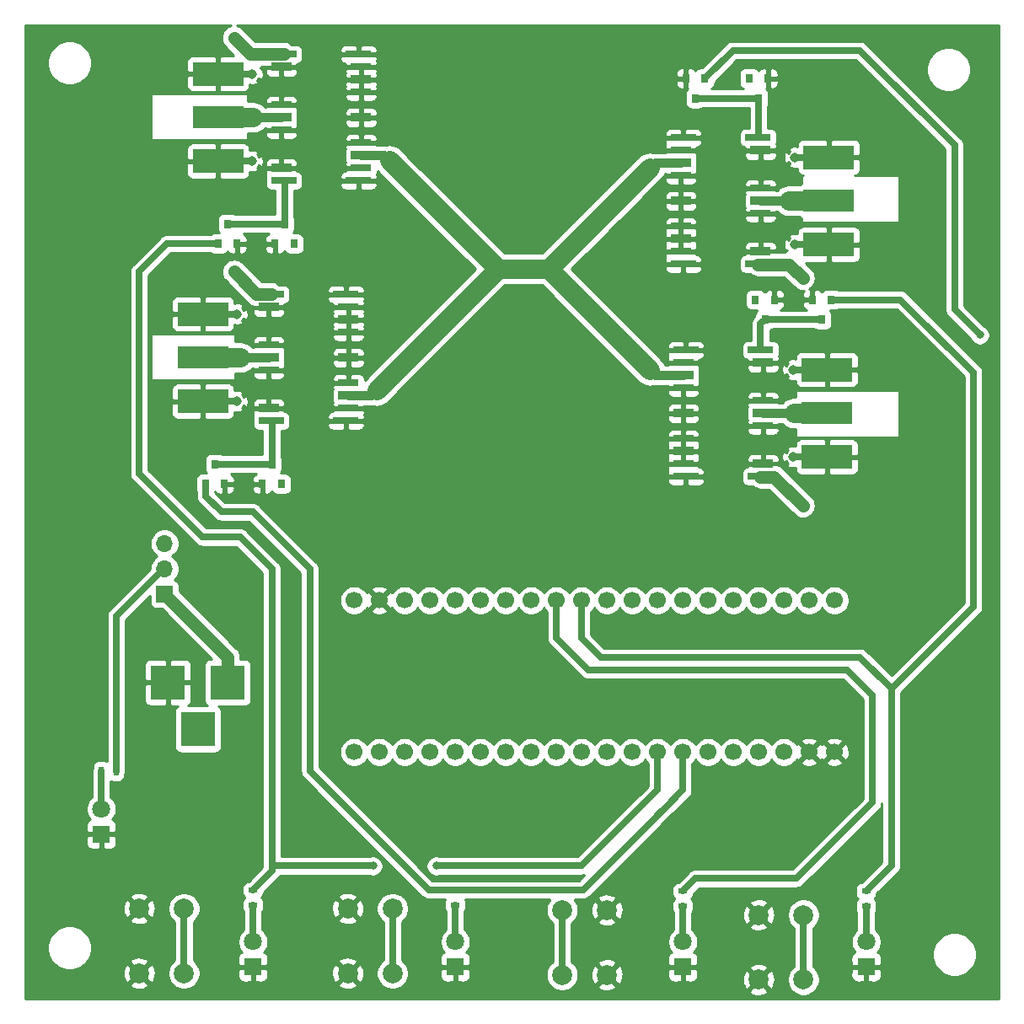
<source format=gbr>
%TF.GenerationSoftware,KiCad,Pcbnew,5.1.6*%
%TF.CreationDate,2020-08-01T20:23:43+02:00*%
%TF.ProjectId,AntSwitcher,416e7453-7769-4746-9368-65722e6b6963,rev?*%
%TF.SameCoordinates,Original*%
%TF.FileFunction,Copper,L1,Top*%
%TF.FilePolarity,Positive*%
%FSLAX46Y46*%
G04 Gerber Fmt 4.6, Leading zero omitted, Abs format (unit mm)*
G04 Created by KiCad (PCBNEW 5.1.6) date 2020-08-01 20:23:43*
%MOMM*%
%LPD*%
G01*
G04 APERTURE LIST*
%TA.AperFunction,ComponentPad*%
%ADD10R,1.800000X1.800000*%
%TD*%
%TA.AperFunction,ComponentPad*%
%ADD11C,1.800000*%
%TD*%
%TA.AperFunction,SMDPad,CuDef*%
%ADD12R,0.800000X0.900000*%
%TD*%
%TA.AperFunction,ComponentPad*%
%ADD13R,3.500000X3.500000*%
%TD*%
%TA.AperFunction,SMDPad,CuDef*%
%ADD14R,5.080000X2.290000*%
%TD*%
%TA.AperFunction,SMDPad,CuDef*%
%ADD15R,5.080000X2.420000*%
%TD*%
%TA.AperFunction,ViaPad*%
%ADD16C,0.970000*%
%TD*%
%TA.AperFunction,Conductor*%
%ADD17R,0.890000X0.460000*%
%TD*%
%TA.AperFunction,ComponentPad*%
%ADD18O,1.700000X1.700000*%
%TD*%
%TA.AperFunction,ComponentPad*%
%ADD19R,1.700000X1.700000*%
%TD*%
%TA.AperFunction,SMDPad,CuDef*%
%ADD20R,2.500000X0.700000*%
%TD*%
%TA.AperFunction,SMDPad,CuDef*%
%ADD21R,2.000000X0.700000*%
%TD*%
%TA.AperFunction,SMDPad,CuDef*%
%ADD22R,2.000000X0.900000*%
%TD*%
%TA.AperFunction,SMDPad,CuDef*%
%ADD23R,0.900000X0.500000*%
%TD*%
%TA.AperFunction,SMDPad,CuDef*%
%ADD24R,0.500000X0.900000*%
%TD*%
%TA.AperFunction,ComponentPad*%
%ADD25C,2.000000*%
%TD*%
%TA.AperFunction,ComponentPad*%
%ADD26C,1.700000*%
%TD*%
%TA.AperFunction,ViaPad*%
%ADD27C,0.800000*%
%TD*%
%TA.AperFunction,Conductor*%
%ADD28C,0.635000*%
%TD*%
%TA.AperFunction,Conductor*%
%ADD29C,1.270000*%
%TD*%
%TA.AperFunction,Conductor*%
%ADD30C,1.966000*%
%TD*%
%TA.AperFunction,Conductor*%
%ADD31C,0.900000*%
%TD*%
%TA.AperFunction,Conductor*%
%ADD32C,1.314000*%
%TD*%
%TA.AperFunction,Conductor*%
%ADD33C,0.254000*%
%TD*%
G04 APERTURE END LIST*
D10*
%TO.P,D1,1*%
%TO.N,GNDREF*%
X107950000Y-156845000D03*
D11*
%TO.P,D1,2*%
%TO.N,Net-(D1-Pad2)*%
X107950000Y-154305000D03*
%TD*%
%TO.P,D2,2*%
%TO.N,Net-(D2-Pad2)*%
X87630000Y-154305000D03*
D10*
%TO.P,D2,1*%
%TO.N,GNDREF*%
X87630000Y-156845000D03*
%TD*%
D11*
%TO.P,D3,2*%
%TO.N,Net-(D3-Pad2)*%
X72390000Y-140970000D03*
D10*
%TO.P,D3,1*%
%TO.N,GNDREF*%
X72390000Y-143510000D03*
%TD*%
%TO.P,D4,1*%
%TO.N,GNDREF*%
X130810000Y-156845000D03*
D11*
%TO.P,D4,2*%
%TO.N,Net-(D4-Pad2)*%
X130810000Y-154305000D03*
%TD*%
D12*
%TO.P,D5,3*%
%TO.N,Net-(D5-Pad3)*%
X90805000Y-82185000D03*
%TO.P,D5,2*%
%TO.N,N/C*%
X91755000Y-84185000D03*
%TO.P,D5,1*%
%TO.N,GNDREF*%
X89855000Y-84185000D03*
%TD*%
%TO.P,D6,1*%
%TO.N,GNDREF*%
X88585000Y-108315000D03*
%TO.P,D6,2*%
%TO.N,N/C*%
X90485000Y-108315000D03*
%TO.P,D6,3*%
%TO.N,Net-(D6-Pad3)*%
X89535000Y-106315000D03*
%TD*%
D11*
%TO.P,D7,2*%
%TO.N,Net-(D7-Pad2)*%
X149225000Y-154305000D03*
D10*
%TO.P,D7,1*%
%TO.N,GNDREF*%
X149225000Y-156845000D03*
%TD*%
D12*
%TO.P,D8,1*%
%TO.N,GNDREF*%
X139380000Y-67580000D03*
%TO.P,D8,2*%
%TO.N,N/C*%
X137480000Y-67580000D03*
%TO.P,D8,3*%
%TO.N,Net-(D8-Pad3)*%
X138430000Y-69580000D03*
%TD*%
%TO.P,D9,3*%
%TO.N,Net-(D9-Pad3)*%
X139065000Y-91805000D03*
%TO.P,D9,2*%
%TO.N,N/C*%
X138115000Y-89805000D03*
%TO.P,D9,1*%
%TO.N,GNDREF*%
X140015000Y-89805000D03*
%TD*%
D13*
%TO.P,J1,3*%
%TO.N,N/C*%
X82090000Y-132970000D03*
%TO.P,J1,2*%
%TO.N,GNDREF*%
X79090000Y-128270000D03*
%TO.P,J1,1*%
%TO.N,Net-(J1-Pad1)*%
X85090000Y-128270000D03*
%TD*%
D14*
%TO.P,J2,1*%
%TO.N,Net-(J2-Pad1)*%
X84132000Y-71501000D03*
D15*
%TO.P,J2,2*%
%TO.N,GNDREF*%
X84132000Y-67121000D03*
X84132000Y-75881000D03*
D16*
%TD*%
%TO.N,GNDREF*%
%TO.C,J2*%
X87572000Y-67121000D03*
%TO.N,GNDREF*%
%TO.C,J2*%
X87572000Y-75881000D03*
D17*
X87122000Y-67121000D03*
X87122000Y-75881000D03*
%TD*%
%TO.N,GNDREF*%
%TO.C,J3*%
X85598000Y-100011000D03*
X85598000Y-91251000D03*
D16*
X86048000Y-100011000D03*
X86048000Y-91251000D03*
D15*
%TD*%
%TO.P,J3,2*%
%TO.N,GNDREF*%
X82608000Y-100011000D03*
%TO.P,J3,2*%
%TO.N,GNDREF*%
X82608000Y-91251000D03*
D14*
%TO.P,J3,1*%
%TO.N,Net-(J3-Pad1)*%
X82608000Y-95631000D03*
%TD*%
D17*
%TO.N,GNDREF*%
%TO.C,J4*%
X142494000Y-75503000D03*
X142494000Y-84263000D03*
D16*
X142044000Y-75503000D03*
X142044000Y-84263000D03*
D15*
%TD*%
%TO.P,J4,2*%
%TO.N,GNDREF*%
X145484000Y-75503000D03*
%TO.P,J4,2*%
%TO.N,GNDREF*%
X145484000Y-84263000D03*
D14*
%TO.P,J4,1*%
%TO.N,Net-(J4-Pad1)*%
X145484000Y-79883000D03*
%TD*%
%TO.P,J5,1*%
%TO.N,Net-(J5-Pad1)*%
X145288000Y-101219000D03*
D15*
%TO.P,J5,2*%
%TO.N,GNDREF*%
X145288000Y-105599000D03*
X145288000Y-96839000D03*
D16*
%TD*%
%TO.N,GNDREF*%
%TO.C,J5*%
X141848000Y-105599000D03*
%TO.N,GNDREF*%
%TO.C,J5*%
X141848000Y-96839000D03*
D17*
X142298000Y-105599000D03*
X142298000Y-96839000D03*
%TD*%
D18*
%TO.P,JP1,3*%
%TO.N,Net-(JP1-Pad3)*%
X78740000Y-114300000D03*
%TO.P,JP1,2*%
%TO.N,+5V*%
X78740000Y-116840000D03*
D19*
%TO.P,JP1,1*%
%TO.N,Net-(J1-Pad1)*%
X78740000Y-119380000D03*
%TD*%
D20*
%TO.P,K1,22*%
%TO.N,GNDREF*%
X98238000Y-65151000D03*
D21*
%TO.P,K1,21*%
X98488000Y-66421000D03*
D22*
%TO.P,K1,20*%
X98488000Y-67691000D03*
D21*
%TO.P,K1,19*%
X98488000Y-68961000D03*
D22*
%TO.P,K1,17*%
X98488000Y-71501000D03*
D21*
%TO.P,K1,15*%
X98488000Y-74041000D03*
D22*
%TO.P,K1,14*%
%TO.N,Net-(K1-Pad14)*%
X98488000Y-75311000D03*
D21*
%TO.P,K1,13*%
%TO.N,GNDREF*%
X98488000Y-76581000D03*
D20*
%TO.P,K1,12*%
X98238000Y-77851000D03*
%TO.P,K1,11*%
%TO.N,Net-(D5-Pad3)*%
X90738000Y-77851000D03*
D22*
%TO.P,K1,10*%
%TO.N,GNDREF*%
X90488000Y-76581000D03*
D21*
%TO.P,K1,7*%
X90488000Y-72771000D03*
D22*
%TO.P,K1,6*%
%TO.N,Net-(J2-Pad1)*%
X90488000Y-71501000D03*
D21*
%TO.P,K1,5*%
%TO.N,GNDREF*%
X90488000Y-70231000D03*
D22*
%TO.P,K1,2*%
X90488000Y-66421000D03*
D20*
%TO.P,K1,1*%
%TO.N,+5V*%
X90738000Y-65151000D03*
%TD*%
%TO.P,K2,22*%
%TO.N,GNDREF*%
X96968000Y-89281000D03*
D21*
%TO.P,K2,21*%
X97218000Y-90551000D03*
D22*
%TO.P,K2,20*%
X97218000Y-91821000D03*
D21*
%TO.P,K2,19*%
X97218000Y-93091000D03*
D22*
%TO.P,K2,17*%
X97218000Y-95631000D03*
D21*
%TO.P,K2,15*%
X97218000Y-98171000D03*
D22*
%TO.P,K2,14*%
%TO.N,Net-(K1-Pad14)*%
X97218000Y-99441000D03*
D21*
%TO.P,K2,13*%
%TO.N,GNDREF*%
X97218000Y-100711000D03*
D20*
%TO.P,K2,12*%
X96968000Y-101981000D03*
%TO.P,K2,11*%
%TO.N,Net-(D6-Pad3)*%
X89468000Y-101981000D03*
D22*
%TO.P,K2,10*%
%TO.N,GNDREF*%
X89218000Y-100711000D03*
D21*
%TO.P,K2,7*%
X89218000Y-96901000D03*
D22*
%TO.P,K2,6*%
%TO.N,Net-(J3-Pad1)*%
X89218000Y-95631000D03*
D21*
%TO.P,K2,5*%
%TO.N,GNDREF*%
X89218000Y-94361000D03*
D22*
%TO.P,K2,2*%
X89218000Y-90551000D03*
D20*
%TO.P,K2,1*%
%TO.N,+5V*%
X89468000Y-89281000D03*
%TD*%
%TO.P,K3,1*%
%TO.N,+5V*%
X138370000Y-86233000D03*
D22*
%TO.P,K3,2*%
%TO.N,GNDREF*%
X138620000Y-84963000D03*
D21*
%TO.P,K3,5*%
X138620000Y-81153000D03*
D22*
%TO.P,K3,6*%
%TO.N,Net-(J4-Pad1)*%
X138620000Y-79883000D03*
D21*
%TO.P,K3,7*%
%TO.N,GNDREF*%
X138620000Y-78613000D03*
D22*
%TO.P,K3,10*%
X138620000Y-74803000D03*
D20*
%TO.P,K3,11*%
%TO.N,Net-(D8-Pad3)*%
X138370000Y-73533000D03*
%TO.P,K3,12*%
%TO.N,GNDREF*%
X130870000Y-73533000D03*
D21*
%TO.P,K3,13*%
X130620000Y-74803000D03*
D22*
%TO.P,K3,14*%
%TO.N,Net-(K1-Pad14)*%
X130620000Y-76073000D03*
D21*
%TO.P,K3,15*%
%TO.N,GNDREF*%
X130620000Y-77343000D03*
D22*
%TO.P,K3,17*%
X130620000Y-79883000D03*
D21*
%TO.P,K3,19*%
X130620000Y-82423000D03*
D22*
%TO.P,K3,20*%
X130620000Y-83693000D03*
D21*
%TO.P,K3,21*%
X130620000Y-84963000D03*
D20*
%TO.P,K3,22*%
X130870000Y-86233000D03*
%TD*%
%TO.P,K4,1*%
%TO.N,+5V*%
X138624000Y-107569000D03*
D22*
%TO.P,K4,2*%
%TO.N,GNDREF*%
X138874000Y-106299000D03*
D21*
%TO.P,K4,5*%
X138874000Y-102489000D03*
D22*
%TO.P,K4,6*%
%TO.N,Net-(J5-Pad1)*%
X138874000Y-101219000D03*
D21*
%TO.P,K4,7*%
%TO.N,GNDREF*%
X138874000Y-99949000D03*
D22*
%TO.P,K4,10*%
X138874000Y-96139000D03*
D20*
%TO.P,K4,11*%
%TO.N,Net-(D9-Pad3)*%
X138624000Y-94869000D03*
%TO.P,K4,12*%
%TO.N,GNDREF*%
X131124000Y-94869000D03*
D21*
%TO.P,K4,13*%
X130874000Y-96139000D03*
D22*
%TO.P,K4,14*%
%TO.N,Net-(K1-Pad14)*%
X130874000Y-97409000D03*
D21*
%TO.P,K4,15*%
%TO.N,GNDREF*%
X130874000Y-98679000D03*
D22*
%TO.P,K4,17*%
X130874000Y-101219000D03*
D21*
%TO.P,K4,19*%
X130874000Y-103759000D03*
D22*
%TO.P,K4,20*%
X130874000Y-105029000D03*
D21*
%TO.P,K4,21*%
X130874000Y-106299000D03*
D20*
%TO.P,K4,22*%
X131124000Y-107569000D03*
%TD*%
D12*
%TO.P,Q1,1*%
%TO.N,Net-(Q1-Pad1)*%
X82870000Y-108315000D03*
%TO.P,Q1,2*%
%TO.N,GNDREF*%
X84770000Y-108315000D03*
%TO.P,Q1,3*%
%TO.N,Net-(D6-Pad3)*%
X83820000Y-106315000D03*
%TD*%
%TO.P,Q2,3*%
%TO.N,Net-(D5-Pad3)*%
X85090000Y-82185000D03*
%TO.P,Q2,2*%
%TO.N,GNDREF*%
X86040000Y-84185000D03*
%TO.P,Q2,1*%
%TO.N,Net-(Q2-Pad1)*%
X84140000Y-84185000D03*
%TD*%
%TO.P,Q3,1*%
%TO.N,Net-(Q3-Pad1)*%
X133030000Y-67580000D03*
%TO.P,Q3,2*%
%TO.N,GNDREF*%
X131130000Y-67580000D03*
%TO.P,Q3,3*%
%TO.N,Net-(D8-Pad3)*%
X132080000Y-69580000D03*
%TD*%
%TO.P,Q4,3*%
%TO.N,Net-(D9-Pad3)*%
X144780000Y-91805000D03*
%TO.P,Q4,2*%
%TO.N,GNDREF*%
X143830000Y-89805000D03*
%TO.P,Q4,1*%
%TO.N,Net-(Q4-Pad1)*%
X145730000Y-89805000D03*
%TD*%
D23*
%TO.P,R1,2*%
%TO.N,Net-(D1-Pad2)*%
X107950000Y-150610000D03*
%TO.P,R1,1*%
%TO.N,Net-(Q1-Pad1)*%
X107950000Y-149110000D03*
%TD*%
%TO.P,R2,1*%
%TO.N,Net-(Q2-Pad1)*%
X87630000Y-149110000D03*
%TO.P,R2,2*%
%TO.N,Net-(D2-Pad2)*%
X87630000Y-150610000D03*
%TD*%
D24*
%TO.P,R3,1*%
%TO.N,+5V*%
X73890000Y-137160000D03*
%TO.P,R3,2*%
%TO.N,Net-(D3-Pad2)*%
X72390000Y-137160000D03*
%TD*%
D23*
%TO.P,R4,2*%
%TO.N,Net-(D4-Pad2)*%
X130810000Y-150725000D03*
%TO.P,R4,1*%
%TO.N,Net-(Q3-Pad1)*%
X130810000Y-149225000D03*
%TD*%
%TO.P,R5,2*%
%TO.N,Net-(D7-Pad2)*%
X149225000Y-150725000D03*
%TO.P,R5,1*%
%TO.N,Net-(Q4-Pad1)*%
X149225000Y-149225000D03*
%TD*%
D25*
%TO.P,SW1,1*%
%TO.N,GNDREF*%
X76200000Y-150980000D03*
%TO.P,SW1,2*%
%TO.N,Net-(SW1-Pad2)*%
X80700000Y-150980000D03*
%TO.P,SW1,1*%
%TO.N,GNDREF*%
X76200000Y-157480000D03*
%TO.P,SW1,2*%
%TO.N,Net-(SW1-Pad2)*%
X80700000Y-157480000D03*
%TD*%
%TO.P,SW2,2*%
%TO.N,Net-(SW2-Pad2)*%
X101655000Y-157480000D03*
%TO.P,SW2,1*%
%TO.N,GNDREF*%
X97155000Y-157480000D03*
%TO.P,SW2,2*%
%TO.N,Net-(SW2-Pad2)*%
X101655000Y-150980000D03*
%TO.P,SW2,1*%
%TO.N,GNDREF*%
X97155000Y-150980000D03*
%TD*%
%TO.P,SW3,2*%
%TO.N,Net-(SW3-Pad2)*%
X142930000Y-158115000D03*
%TO.P,SW3,1*%
%TO.N,GNDREF*%
X138430000Y-158115000D03*
%TO.P,SW3,2*%
%TO.N,Net-(SW3-Pad2)*%
X142930000Y-151615000D03*
%TO.P,SW3,1*%
%TO.N,GNDREF*%
X138430000Y-151615000D03*
%TD*%
%TO.P,SW4,1*%
%TO.N,GNDREF*%
X123190000Y-157630000D03*
%TO.P,SW4,2*%
%TO.N,Net-(SW4-Pad2)*%
X118690000Y-157630000D03*
%TO.P,SW4,1*%
%TO.N,GNDREF*%
X123190000Y-151130000D03*
%TO.P,SW4,2*%
%TO.N,Net-(SW4-Pad2)*%
X118690000Y-151130000D03*
%TD*%
D26*
%TO.P,U1,1*%
%TO.N,N/C*%
X97790000Y-135255000D03*
%TO.P,U1,21*%
X146050000Y-120015000D03*
%TO.P,U1,2*%
X100330000Y-135255000D03*
%TO.P,U1,3*%
X102870000Y-135255000D03*
%TO.P,U1,4*%
X105410000Y-135255000D03*
%TO.P,U1,5*%
%TO.N,Net-(SW1-Pad2)*%
X107950000Y-135255000D03*
%TO.P,U1,6*%
%TO.N,Net-(SW2-Pad2)*%
X110490000Y-135255000D03*
%TO.P,U1,7*%
%TO.N,Net-(SW4-Pad2)*%
X113030000Y-135255000D03*
%TO.P,U1,8*%
%TO.N,Net-(SW3-Pad2)*%
X115570000Y-135255000D03*
%TO.P,U1,9*%
%TO.N,N/C*%
X118110000Y-135255000D03*
%TO.P,U1,10*%
X120650000Y-135255000D03*
%TO.P,U1,11*%
X123190000Y-135255000D03*
%TO.P,U1,12*%
X125730000Y-135255000D03*
%TO.P,U1,13*%
%TO.N,Net-(Q2-Pad1)*%
X128270000Y-135255000D03*
%TO.P,U1,14*%
%TO.N,Net-(Q1-Pad1)*%
X130810000Y-135255000D03*
%TO.P,U1,15*%
%TO.N,N/C*%
X133350000Y-135255000D03*
%TO.P,U1,16*%
X135890000Y-135255000D03*
%TO.P,U1,17*%
X138430000Y-135255000D03*
%TO.P,U1,18*%
X140970000Y-135255000D03*
%TO.P,U1,19*%
%TO.N,GNDREF*%
X143510000Y-135255000D03*
%TO.P,U1,20*%
X146050000Y-135255000D03*
%TO.P,U1,22*%
%TO.N,N/C*%
X143510000Y-120015000D03*
%TO.P,U1,23*%
X140970000Y-120015000D03*
%TO.P,U1,24*%
X138430000Y-120015000D03*
%TO.P,U1,25*%
X135890000Y-120015000D03*
%TO.P,U1,26*%
X133350000Y-120015000D03*
%TO.P,U1,27*%
X130810000Y-120015000D03*
%TO.P,U1,28*%
X128270000Y-120015000D03*
%TO.P,U1,29*%
X125730000Y-120015000D03*
%TO.P,U1,30*%
X123190000Y-120015000D03*
%TO.P,U1,31*%
%TO.N,Net-(Q4-Pad1)*%
X120650000Y-120015000D03*
%TO.P,U1,32*%
%TO.N,Net-(Q3-Pad1)*%
X118110000Y-120015000D03*
%TO.P,U1,33*%
%TO.N,N/C*%
X115570000Y-120015000D03*
%TO.P,U1,34*%
X113030000Y-120015000D03*
%TO.P,U1,35*%
X110490000Y-120015000D03*
%TO.P,U1,36*%
X107950000Y-120015000D03*
%TO.P,U1,37*%
X105410000Y-120015000D03*
%TO.P,U1,38*%
%TO.N,Net-(JP1-Pad3)*%
X102870000Y-120015000D03*
%TO.P,U1,39*%
%TO.N,GNDREF*%
X100330000Y-120015000D03*
%TO.P,U1,40*%
%TO.N,N/C*%
X97790000Y-120015000D03*
%TD*%
D27*
%TO.N,+5V*%
X85725000Y-86995000D03*
X85725000Y-63500000D03*
X142875000Y-87630000D03*
X142875000Y-110490000D03*
%TO.N,Net-(Q2-Pad1)*%
X106045000Y-146685000D03*
X99695000Y-146685000D03*
%TO.N,Net-(Q3-Pad1)*%
X160655000Y-93345000D03*
%TD*%
D28*
%TO.N,GNDREF*%
X82608000Y-100011000D02*
X86048000Y-100011000D01*
X82608000Y-91251000D02*
X86048000Y-91251000D01*
X84132000Y-75881000D02*
X87572000Y-75881000D01*
X84132000Y-67121000D02*
X87572000Y-67121000D01*
X145484000Y-75503000D02*
X142044000Y-75503000D01*
X142044000Y-84263000D02*
X145484000Y-84263000D01*
X141848000Y-96839000D02*
X145288000Y-96839000D01*
X141848000Y-105599000D02*
X145288000Y-105599000D01*
%TO.N,Net-(D1-Pad2)*%
X107950000Y-150610000D02*
X107950000Y-154305000D01*
%TO.N,Net-(D2-Pad2)*%
X87630000Y-150610000D02*
X87630000Y-154305000D01*
%TO.N,Net-(D3-Pad2)*%
X72390000Y-140970000D02*
X72390000Y-137160000D01*
%TO.N,Net-(D4-Pad2)*%
X130810000Y-154305000D02*
X130810000Y-150725000D01*
%TO.N,Net-(D7-Pad2)*%
X149225000Y-154305000D02*
X149225000Y-150725000D01*
D29*
%TO.N,Net-(J1-Pad1)*%
X85090000Y-125730000D02*
X78740000Y-119380000D01*
X85090000Y-128270000D02*
X85090000Y-125730000D01*
D30*
%TO.N,Net-(J2-Pad1)*%
X84132000Y-71501000D02*
X87630000Y-71501000D01*
D31*
X90488000Y-71501000D02*
X87630000Y-71501000D01*
D30*
%TO.N,Net-(J3-Pad1)*%
X82608000Y-95631000D02*
X86360000Y-95631000D01*
D31*
X86360000Y-95631000D02*
X89218000Y-95631000D01*
D30*
%TO.N,Net-(J4-Pad1)*%
X145484000Y-79883000D02*
X141478000Y-79883000D01*
D31*
X138620000Y-79883000D02*
X141478000Y-79883000D01*
D30*
%TO.N,Net-(J5-Pad1)*%
X145288000Y-101219000D02*
X141986000Y-101219000D01*
D31*
X138874000Y-101219000D02*
X141986000Y-101219000D01*
D29*
%TO.N,+5V*%
X87995999Y-89265999D02*
X89468000Y-89265999D01*
X85725000Y-86995000D02*
X87995999Y-89265999D01*
X87360999Y-65135999D02*
X90738000Y-65135999D01*
X85725000Y-63500000D02*
X87360999Y-65135999D01*
X141493001Y-86248001D02*
X138370000Y-86248001D01*
X142875000Y-87630000D02*
X141493001Y-86248001D01*
X139969001Y-107584001D02*
X138624000Y-107584001D01*
X142875000Y-110490000D02*
X139969001Y-107584001D01*
D28*
X78648498Y-116840000D02*
X78740000Y-116840000D01*
X73890000Y-121598498D02*
X78648498Y-116840000D01*
X73890000Y-137160000D02*
X73890000Y-121598498D01*
D30*
%TO.N,Net-(K1-Pad14)*%
X127508000Y-96901000D02*
X117348000Y-86741000D01*
X127508000Y-76581000D02*
X117348000Y-86741000D01*
D32*
X117348000Y-86741000D02*
X117348000Y-86706398D01*
D30*
X112268000Y-86741000D02*
X102108000Y-76581000D01*
X112268000Y-86741000D02*
X117348000Y-86741000D01*
D31*
X100838000Y-75311000D02*
X98488000Y-75311000D01*
D30*
X102108000Y-76581000D02*
X101346000Y-75819000D01*
D31*
X97218000Y-99441000D02*
X99568000Y-99441000D01*
D30*
X112268000Y-86741000D02*
X102108000Y-96901000D01*
X102108000Y-96901000D02*
X100076000Y-98933000D01*
D31*
X99568000Y-99441000D02*
X100076000Y-98933000D01*
X128016000Y-76073000D02*
X127508000Y-76581000D01*
X130620000Y-76073000D02*
X128016000Y-76073000D01*
X128016000Y-97409000D02*
X127508000Y-96901000D01*
X130874000Y-97409000D02*
X128016000Y-97409000D01*
D28*
%TO.N,Net-(SW1-Pad2)*%
X80700000Y-150980000D02*
X80700000Y-157480000D01*
%TO.N,Net-(SW2-Pad2)*%
X102140000Y-150495000D02*
X101655000Y-150980000D01*
X101655000Y-150980000D02*
X101655000Y-157480000D01*
%TO.N,Net-(SW3-Pad2)*%
X142930000Y-151615000D02*
X142930000Y-158115000D01*
%TO.N,Net-(SW4-Pad2)*%
X118690000Y-151130000D02*
X118690000Y-157630000D01*
%TO.N,Net-(Q1-Pad1)*%
X130810000Y-139065000D02*
X130810000Y-135255000D01*
X93345000Y-116840000D02*
X93345000Y-137160000D01*
X84455000Y-111125000D02*
X87630000Y-111125000D01*
X82870000Y-109540000D02*
X84455000Y-111125000D01*
X82870000Y-108315000D02*
X82870000Y-109540000D01*
X128905000Y-140970000D02*
X130810000Y-139065000D01*
X87630000Y-111125000D02*
X93345000Y-116840000D01*
X128270000Y-141605000D02*
X128905000Y-140970000D01*
X105295000Y-149110000D02*
X120765000Y-149110000D01*
X120765000Y-149110000D02*
X128905000Y-140970000D01*
X93345000Y-137160000D02*
X105295000Y-149110000D01*
%TO.N,Net-(Q2-Pad1)*%
X84140000Y-84185000D02*
X79010000Y-84185000D01*
X79010000Y-84185000D02*
X76200000Y-86995000D01*
X76200000Y-86995000D02*
X76200000Y-107315000D01*
X76200000Y-107315000D02*
X82550000Y-113665000D01*
X82550000Y-113665000D02*
X86360000Y-113665000D01*
X86360000Y-113665000D02*
X89535000Y-116840000D01*
X89535000Y-147205000D02*
X87630000Y-149110000D01*
X128270000Y-135255000D02*
X128270000Y-139065000D01*
X128270000Y-139065000D02*
X120650000Y-146685000D01*
X120650000Y-146685000D02*
X106045000Y-146685000D01*
X99695000Y-146685000D02*
X89535000Y-146685000D01*
X89535000Y-146685000D02*
X89535000Y-147205000D01*
X89535000Y-116840000D02*
X89535000Y-146685000D01*
%TO.N,Net-(Q3-Pad1)*%
X132080000Y-147955000D02*
X130810000Y-149225000D01*
X142240000Y-147955000D02*
X132080000Y-147955000D01*
X149860000Y-140335000D02*
X142240000Y-147955000D01*
X149860000Y-129540000D02*
X149860000Y-140335000D01*
X147320000Y-127000000D02*
X149860000Y-129540000D01*
X121285000Y-127000000D02*
X147320000Y-127000000D01*
X118110000Y-123825000D02*
X121285000Y-127000000D01*
X118110000Y-120015000D02*
X118110000Y-123825000D01*
X148590000Y-64770000D02*
X135840000Y-64770000D01*
X158115000Y-74295000D02*
X148590000Y-64770000D01*
X135840000Y-64770000D02*
X133030000Y-67580000D01*
X158115000Y-90805000D02*
X158115000Y-74295000D01*
X160655000Y-93345000D02*
X158115000Y-90805000D01*
%TO.N,Net-(Q4-Pad1)*%
X148590000Y-125730000D02*
X151765000Y-128905000D01*
X122555000Y-125730000D02*
X148590000Y-125730000D01*
X151765000Y-146685000D02*
X149225000Y-149225000D01*
X120650000Y-123825000D02*
X122555000Y-125730000D01*
X120650000Y-120015000D02*
X120650000Y-123825000D01*
X151765000Y-131445000D02*
X151765000Y-146685000D01*
X151765000Y-128905000D02*
X151765000Y-131445000D01*
X152670000Y-89805000D02*
X145730000Y-89805000D01*
X160020000Y-97155000D02*
X152670000Y-89805000D01*
X160020000Y-120650000D02*
X160020000Y-97155000D01*
X151765000Y-128905000D02*
X160020000Y-120650000D01*
%TO.N,Net-(D5-Pad3)*%
X85090000Y-82185000D02*
X90805000Y-82185000D01*
X90805000Y-77918000D02*
X90738000Y-77851000D01*
X90805000Y-82185000D02*
X90805000Y-77918000D01*
%TO.N,Net-(D6-Pad3)*%
X83820000Y-106315000D02*
X89535000Y-106315000D01*
X89535000Y-102048000D02*
X89468000Y-101981000D01*
X89535000Y-106315000D02*
X89535000Y-102048000D01*
%TO.N,Net-(D8-Pad3)*%
X138430000Y-73473000D02*
X138370000Y-73533000D01*
X138430000Y-69580000D02*
X138430000Y-73473000D01*
X138430000Y-69580000D02*
X132080000Y-69580000D01*
%TO.N,Net-(D9-Pad3)*%
X138624000Y-92246000D02*
X139065000Y-91805000D01*
X138624000Y-94869000D02*
X138624000Y-92246000D01*
X139065000Y-91805000D02*
X144780000Y-91805000D01*
%TD*%
D33*
%TO.N,GNDREF*%
G36*
X85236641Y-62320998D02*
G01*
X85016013Y-62438926D01*
X84822630Y-62597630D01*
X84663926Y-62791013D01*
X84545998Y-63011641D01*
X84473377Y-63251037D01*
X84448857Y-63500000D01*
X84473377Y-63748963D01*
X84545998Y-63988359D01*
X84663926Y-64208987D01*
X84782866Y-64353916D01*
X85703198Y-65274248D01*
X84417750Y-65276000D01*
X84259000Y-65434750D01*
X84259000Y-66994000D01*
X84279000Y-66994000D01*
X84279000Y-67248000D01*
X84259000Y-67248000D01*
X84259000Y-68807250D01*
X84417750Y-68966000D01*
X86672000Y-68969072D01*
X86796482Y-68956812D01*
X86916180Y-68920502D01*
X87026494Y-68861537D01*
X87123185Y-68782185D01*
X87202537Y-68685494D01*
X87261502Y-68575180D01*
X87297812Y-68455482D01*
X87310072Y-68331000D01*
X87309670Y-68209986D01*
X87434445Y-68237981D01*
X87655001Y-68243355D01*
X87872367Y-68205596D01*
X88039733Y-68141000D01*
X96849928Y-68141000D01*
X96862188Y-68265482D01*
X96895713Y-68376000D01*
X96862188Y-68486518D01*
X96849928Y-68611000D01*
X96853000Y-68675250D01*
X97011750Y-68834000D01*
X98361000Y-68834000D01*
X98361000Y-67818000D01*
X98615000Y-67818000D01*
X98615000Y-68834000D01*
X99964250Y-68834000D01*
X100123000Y-68675250D01*
X100126072Y-68611000D01*
X100113812Y-68486518D01*
X100080287Y-68376000D01*
X100113812Y-68265482D01*
X100126072Y-68141000D01*
X100123996Y-68030000D01*
X130091928Y-68030000D01*
X130104188Y-68154482D01*
X130140498Y-68274180D01*
X130199463Y-68384494D01*
X130278815Y-68481185D01*
X130375506Y-68560537D01*
X130485820Y-68619502D01*
X130605518Y-68655812D01*
X130730000Y-68668072D01*
X130844250Y-68665000D01*
X131003000Y-68506250D01*
X131003000Y-67707000D01*
X130253750Y-67707000D01*
X130095000Y-67865750D01*
X130091928Y-68030000D01*
X100123996Y-68030000D01*
X100123000Y-67976750D01*
X99964250Y-67818000D01*
X98615000Y-67818000D01*
X98361000Y-67818000D01*
X97011750Y-67818000D01*
X96853000Y-67976750D01*
X96849928Y-68141000D01*
X88039733Y-68141000D01*
X88078189Y-68126158D01*
X88126534Y-68100316D01*
X88159811Y-67888416D01*
X88042910Y-67771515D01*
X88090044Y-67716460D01*
X88151291Y-67607397D01*
X88172620Y-67542015D01*
X88339416Y-67708811D01*
X88551316Y-67675534D01*
X88640683Y-67473824D01*
X88688981Y-67258555D01*
X88694355Y-67037999D01*
X88665346Y-66871000D01*
X88849928Y-66871000D01*
X88862188Y-66995482D01*
X88898498Y-67115180D01*
X88957463Y-67225494D01*
X89036815Y-67322185D01*
X89133506Y-67401537D01*
X89243820Y-67460502D01*
X89363518Y-67496812D01*
X89488000Y-67509072D01*
X90202250Y-67506000D01*
X90361000Y-67347250D01*
X90361000Y-66548000D01*
X90615000Y-66548000D01*
X90615000Y-67347250D01*
X90773750Y-67506000D01*
X91488000Y-67509072D01*
X91612482Y-67496812D01*
X91732180Y-67460502D01*
X91842494Y-67401537D01*
X91939185Y-67322185D01*
X92018537Y-67225494D01*
X92077502Y-67115180D01*
X92113812Y-66995482D01*
X92126072Y-66871000D01*
X92124202Y-66771000D01*
X96849928Y-66771000D01*
X96862188Y-66895482D01*
X96895713Y-67006000D01*
X96862188Y-67116518D01*
X96849928Y-67241000D01*
X96853000Y-67405250D01*
X97011750Y-67564000D01*
X98361000Y-67564000D01*
X98361000Y-66548000D01*
X98615000Y-66548000D01*
X98615000Y-67564000D01*
X99964250Y-67564000D01*
X100123000Y-67405250D01*
X100126072Y-67241000D01*
X100115140Y-67130000D01*
X130091928Y-67130000D01*
X130095000Y-67294250D01*
X130253750Y-67453000D01*
X131003000Y-67453000D01*
X131003000Y-66653750D01*
X130844250Y-66495000D01*
X130730000Y-66491928D01*
X130605518Y-66504188D01*
X130485820Y-66540498D01*
X130375506Y-66599463D01*
X130278815Y-66678815D01*
X130199463Y-66775506D01*
X130140498Y-66885820D01*
X130104188Y-67005518D01*
X130091928Y-67130000D01*
X100115140Y-67130000D01*
X100113812Y-67116518D01*
X100080287Y-67006000D01*
X100113812Y-66895482D01*
X100126072Y-66771000D01*
X100123000Y-66706750D01*
X99964250Y-66548000D01*
X98615000Y-66548000D01*
X98361000Y-66548000D01*
X97011750Y-66548000D01*
X96853000Y-66706750D01*
X96849928Y-66771000D01*
X92124202Y-66771000D01*
X92123000Y-66706750D01*
X91964250Y-66548000D01*
X90615000Y-66548000D01*
X90361000Y-66548000D01*
X89011750Y-66548000D01*
X88853000Y-66706750D01*
X88849928Y-66871000D01*
X88665346Y-66871000D01*
X88656596Y-66820633D01*
X88577158Y-66614811D01*
X88551316Y-66566466D01*
X88339419Y-66533189D01*
X88457161Y-66415447D01*
X88447713Y-66405999D01*
X90800380Y-66405999D01*
X90986963Y-66387622D01*
X91226359Y-66315002D01*
X91265651Y-66294000D01*
X91964250Y-66294000D01*
X92123000Y-66135250D01*
X92123219Y-66123555D01*
X92232180Y-66090502D01*
X92342494Y-66031537D01*
X92439185Y-65952185D01*
X92518537Y-65855494D01*
X92577502Y-65745180D01*
X92613812Y-65625482D01*
X92626072Y-65501000D01*
X96349928Y-65501000D01*
X96362188Y-65625482D01*
X96398498Y-65745180D01*
X96457463Y-65855494D01*
X96536815Y-65952185D01*
X96633506Y-66031537D01*
X96743820Y-66090502D01*
X96852436Y-66123450D01*
X96853000Y-66135250D01*
X97011750Y-66294000D01*
X98361000Y-66294000D01*
X98361000Y-66274000D01*
X98615000Y-66274000D01*
X98615000Y-66294000D01*
X99964250Y-66294000D01*
X100123000Y-66135250D01*
X100126072Y-66071000D01*
X100113812Y-65946518D01*
X100077502Y-65826820D01*
X100055683Y-65786000D01*
X100077502Y-65745180D01*
X100113812Y-65625482D01*
X100126072Y-65501000D01*
X100123000Y-65436750D01*
X99964250Y-65278000D01*
X98365000Y-65278000D01*
X98365000Y-65298000D01*
X98111000Y-65298000D01*
X98111000Y-65278000D01*
X96511750Y-65278000D01*
X96353000Y-65436750D01*
X96349928Y-65501000D01*
X92626072Y-65501000D01*
X92626072Y-64801000D01*
X96349928Y-64801000D01*
X96353000Y-64865250D01*
X96511750Y-65024000D01*
X98111000Y-65024000D01*
X98111000Y-64324750D01*
X98365000Y-64324750D01*
X98365000Y-65024000D01*
X99964250Y-65024000D01*
X100123000Y-64865250D01*
X100126072Y-64801000D01*
X100113812Y-64676518D01*
X100077502Y-64556820D01*
X100018537Y-64446506D01*
X99939185Y-64349815D01*
X99842494Y-64270463D01*
X99732180Y-64211498D01*
X99612482Y-64175188D01*
X99488000Y-64162928D01*
X98523750Y-64166000D01*
X98365000Y-64324750D01*
X98111000Y-64324750D01*
X97952250Y-64166000D01*
X96988000Y-64162928D01*
X96863518Y-64175188D01*
X96743820Y-64211498D01*
X96633506Y-64270463D01*
X96536815Y-64349815D01*
X96457463Y-64446506D01*
X96398498Y-64556820D01*
X96362188Y-64676518D01*
X96349928Y-64801000D01*
X92626072Y-64801000D01*
X92613812Y-64676518D01*
X92577502Y-64556820D01*
X92518537Y-64446506D01*
X92439185Y-64349815D01*
X92342494Y-64270463D01*
X92232180Y-64211498D01*
X92112482Y-64175188D01*
X91988000Y-64162928D01*
X91554221Y-64162928D01*
X91446988Y-64074924D01*
X91226359Y-63956996D01*
X90986963Y-63884376D01*
X90800380Y-63865999D01*
X87887050Y-63865999D01*
X86578916Y-62557866D01*
X86433987Y-62438926D01*
X86213359Y-62320998D01*
X85995796Y-62255000D01*
X162535000Y-62255000D01*
X162535001Y-159995000D01*
X64795000Y-159995000D01*
X64795000Y-158615413D01*
X75244192Y-158615413D01*
X75339956Y-158879814D01*
X75629571Y-159020704D01*
X75941108Y-159102384D01*
X76262595Y-159121718D01*
X76581675Y-159077961D01*
X76886088Y-158972795D01*
X77060044Y-158879814D01*
X77155808Y-158615413D01*
X76200000Y-157659605D01*
X75244192Y-158615413D01*
X64795000Y-158615413D01*
X64795000Y-157542595D01*
X74558282Y-157542595D01*
X74602039Y-157861675D01*
X74707205Y-158166088D01*
X74800186Y-158340044D01*
X75064587Y-158435808D01*
X76020395Y-157480000D01*
X76379605Y-157480000D01*
X77335413Y-158435808D01*
X77599814Y-158340044D01*
X77740704Y-158050429D01*
X77822384Y-157738892D01*
X77841718Y-157417405D01*
X77797961Y-157098325D01*
X77692795Y-156793912D01*
X77599814Y-156619956D01*
X77335413Y-156524192D01*
X76379605Y-157480000D01*
X76020395Y-157480000D01*
X75064587Y-156524192D01*
X74800186Y-156619956D01*
X74659296Y-156909571D01*
X74577616Y-157221108D01*
X74558282Y-157542595D01*
X64795000Y-157542595D01*
X64795000Y-154719872D01*
X66980000Y-154719872D01*
X66980000Y-155160128D01*
X67065890Y-155591925D01*
X67234369Y-155998669D01*
X67478962Y-156364729D01*
X67790271Y-156676038D01*
X68156331Y-156920631D01*
X68563075Y-157089110D01*
X68994872Y-157175000D01*
X69435128Y-157175000D01*
X69866925Y-157089110D01*
X70273669Y-156920631D01*
X70639729Y-156676038D01*
X70951038Y-156364729D01*
X70964496Y-156344587D01*
X75244192Y-156344587D01*
X76200000Y-157300395D01*
X77155808Y-156344587D01*
X77060044Y-156080186D01*
X76770429Y-155939296D01*
X76458892Y-155857616D01*
X76137405Y-155838282D01*
X75818325Y-155882039D01*
X75513912Y-155987205D01*
X75339956Y-156080186D01*
X75244192Y-156344587D01*
X70964496Y-156344587D01*
X71195631Y-155998669D01*
X71364110Y-155591925D01*
X71450000Y-155160128D01*
X71450000Y-154719872D01*
X71364110Y-154288075D01*
X71195631Y-153881331D01*
X70951038Y-153515271D01*
X70639729Y-153203962D01*
X70273669Y-152959369D01*
X69866925Y-152790890D01*
X69435128Y-152705000D01*
X68994872Y-152705000D01*
X68563075Y-152790890D01*
X68156331Y-152959369D01*
X67790271Y-153203962D01*
X67478962Y-153515271D01*
X67234369Y-153881331D01*
X67065890Y-154288075D01*
X66980000Y-154719872D01*
X64795000Y-154719872D01*
X64795000Y-152115413D01*
X75244192Y-152115413D01*
X75339956Y-152379814D01*
X75629571Y-152520704D01*
X75941108Y-152602384D01*
X76262595Y-152621718D01*
X76581675Y-152577961D01*
X76886088Y-152472795D01*
X77060044Y-152379814D01*
X77155808Y-152115413D01*
X76200000Y-151159605D01*
X75244192Y-152115413D01*
X64795000Y-152115413D01*
X64795000Y-151042595D01*
X74558282Y-151042595D01*
X74602039Y-151361675D01*
X74707205Y-151666088D01*
X74800186Y-151840044D01*
X75064587Y-151935808D01*
X76020395Y-150980000D01*
X76379605Y-150980000D01*
X77335413Y-151935808D01*
X77599814Y-151840044D01*
X77740704Y-151550429D01*
X77822384Y-151238892D01*
X77841718Y-150917405D01*
X77828219Y-150818967D01*
X79065000Y-150818967D01*
X79065000Y-151141033D01*
X79127832Y-151456912D01*
X79251082Y-151754463D01*
X79430013Y-152022252D01*
X79657748Y-152249987D01*
X79747500Y-152309958D01*
X79747501Y-156150042D01*
X79657748Y-156210013D01*
X79430013Y-156437748D01*
X79251082Y-156705537D01*
X79127832Y-157003088D01*
X79065000Y-157318967D01*
X79065000Y-157641033D01*
X79127832Y-157956912D01*
X79251082Y-158254463D01*
X79430013Y-158522252D01*
X79657748Y-158749987D01*
X79925537Y-158928918D01*
X80223088Y-159052168D01*
X80538967Y-159115000D01*
X80861033Y-159115000D01*
X81176912Y-159052168D01*
X81474463Y-158928918D01*
X81742252Y-158749987D01*
X81876826Y-158615413D01*
X96199192Y-158615413D01*
X96294956Y-158879814D01*
X96584571Y-159020704D01*
X96896108Y-159102384D01*
X97217595Y-159121718D01*
X97536675Y-159077961D01*
X97841088Y-158972795D01*
X98015044Y-158879814D01*
X98110808Y-158615413D01*
X97155000Y-157659605D01*
X96199192Y-158615413D01*
X81876826Y-158615413D01*
X81969987Y-158522252D01*
X82148918Y-158254463D01*
X82272168Y-157956912D01*
X82314319Y-157745000D01*
X86091928Y-157745000D01*
X86104188Y-157869482D01*
X86140498Y-157989180D01*
X86199463Y-158099494D01*
X86278815Y-158196185D01*
X86375506Y-158275537D01*
X86485820Y-158334502D01*
X86605518Y-158370812D01*
X86730000Y-158383072D01*
X87344250Y-158380000D01*
X87503000Y-158221250D01*
X87503000Y-156972000D01*
X87757000Y-156972000D01*
X87757000Y-158221250D01*
X87915750Y-158380000D01*
X88530000Y-158383072D01*
X88654482Y-158370812D01*
X88774180Y-158334502D01*
X88884494Y-158275537D01*
X88981185Y-158196185D01*
X89060537Y-158099494D01*
X89119502Y-157989180D01*
X89155812Y-157869482D01*
X89168072Y-157745000D01*
X89167060Y-157542595D01*
X95513282Y-157542595D01*
X95557039Y-157861675D01*
X95662205Y-158166088D01*
X95755186Y-158340044D01*
X96019587Y-158435808D01*
X96975395Y-157480000D01*
X97334605Y-157480000D01*
X98290413Y-158435808D01*
X98554814Y-158340044D01*
X98695704Y-158050429D01*
X98777384Y-157738892D01*
X98796718Y-157417405D01*
X98752961Y-157098325D01*
X98647795Y-156793912D01*
X98554814Y-156619956D01*
X98290413Y-156524192D01*
X97334605Y-157480000D01*
X96975395Y-157480000D01*
X96019587Y-156524192D01*
X95755186Y-156619956D01*
X95614296Y-156909571D01*
X95532616Y-157221108D01*
X95513282Y-157542595D01*
X89167060Y-157542595D01*
X89165000Y-157130750D01*
X89006250Y-156972000D01*
X87757000Y-156972000D01*
X87503000Y-156972000D01*
X86253750Y-156972000D01*
X86095000Y-157130750D01*
X86091928Y-157745000D01*
X82314319Y-157745000D01*
X82335000Y-157641033D01*
X82335000Y-157318967D01*
X82272168Y-157003088D01*
X82148918Y-156705537D01*
X81969987Y-156437748D01*
X81742252Y-156210013D01*
X81652500Y-156150043D01*
X81652500Y-152309957D01*
X81742252Y-152249987D01*
X81969987Y-152022252D01*
X82148918Y-151754463D01*
X82272168Y-151456912D01*
X82335000Y-151141033D01*
X82335000Y-150818967D01*
X82272168Y-150503088D01*
X82148918Y-150205537D01*
X81969987Y-149937748D01*
X81742252Y-149710013D01*
X81474463Y-149531082D01*
X81176912Y-149407832D01*
X80861033Y-149345000D01*
X80538967Y-149345000D01*
X80223088Y-149407832D01*
X79925537Y-149531082D01*
X79657748Y-149710013D01*
X79430013Y-149937748D01*
X79251082Y-150205537D01*
X79127832Y-150503088D01*
X79065000Y-150818967D01*
X77828219Y-150818967D01*
X77797961Y-150598325D01*
X77692795Y-150293912D01*
X77599814Y-150119956D01*
X77335413Y-150024192D01*
X76379605Y-150980000D01*
X76020395Y-150980000D01*
X75064587Y-150024192D01*
X74800186Y-150119956D01*
X74659296Y-150409571D01*
X74577616Y-150721108D01*
X74558282Y-151042595D01*
X64795000Y-151042595D01*
X64795000Y-149844587D01*
X75244192Y-149844587D01*
X76200000Y-150800395D01*
X77155808Y-149844587D01*
X77060044Y-149580186D01*
X76770429Y-149439296D01*
X76458892Y-149357616D01*
X76137405Y-149338282D01*
X75818325Y-149382039D01*
X75513912Y-149487205D01*
X75339956Y-149580186D01*
X75244192Y-149844587D01*
X64795000Y-149844587D01*
X64795000Y-144410000D01*
X70851928Y-144410000D01*
X70864188Y-144534482D01*
X70900498Y-144654180D01*
X70959463Y-144764494D01*
X71038815Y-144861185D01*
X71135506Y-144940537D01*
X71245820Y-144999502D01*
X71365518Y-145035812D01*
X71490000Y-145048072D01*
X72104250Y-145045000D01*
X72263000Y-144886250D01*
X72263000Y-143637000D01*
X72517000Y-143637000D01*
X72517000Y-144886250D01*
X72675750Y-145045000D01*
X73290000Y-145048072D01*
X73414482Y-145035812D01*
X73534180Y-144999502D01*
X73644494Y-144940537D01*
X73741185Y-144861185D01*
X73820537Y-144764494D01*
X73879502Y-144654180D01*
X73915812Y-144534482D01*
X73928072Y-144410000D01*
X73925000Y-143795750D01*
X73766250Y-143637000D01*
X72517000Y-143637000D01*
X72263000Y-143637000D01*
X71013750Y-143637000D01*
X70855000Y-143795750D01*
X70851928Y-144410000D01*
X64795000Y-144410000D01*
X64795000Y-142610000D01*
X70851928Y-142610000D01*
X70855000Y-143224250D01*
X71013750Y-143383000D01*
X72263000Y-143383000D01*
X72263000Y-143363000D01*
X72517000Y-143363000D01*
X72517000Y-143383000D01*
X73766250Y-143383000D01*
X73925000Y-143224250D01*
X73928072Y-142610000D01*
X73915812Y-142485518D01*
X73879502Y-142365820D01*
X73820537Y-142255506D01*
X73741185Y-142158815D01*
X73644494Y-142079463D01*
X73534180Y-142020498D01*
X73515873Y-142014944D01*
X73582312Y-141948505D01*
X73750299Y-141697095D01*
X73866011Y-141417743D01*
X73925000Y-141121184D01*
X73925000Y-140818816D01*
X73866011Y-140522257D01*
X73750299Y-140242905D01*
X73582312Y-139991495D01*
X73368505Y-139777688D01*
X73342500Y-139760312D01*
X73342500Y-138171001D01*
X73395820Y-138199502D01*
X73515518Y-138235812D01*
X73640000Y-138248072D01*
X74140000Y-138248072D01*
X74264482Y-138235812D01*
X74384180Y-138199502D01*
X74494494Y-138140537D01*
X74591185Y-138061185D01*
X74670537Y-137964494D01*
X74729502Y-137854180D01*
X74765812Y-137734482D01*
X74778072Y-137610000D01*
X74778072Y-137513676D01*
X74828717Y-137346723D01*
X74842500Y-137206785D01*
X74842500Y-130020000D01*
X76701928Y-130020000D01*
X76714188Y-130144482D01*
X76750498Y-130264180D01*
X76809463Y-130374494D01*
X76888815Y-130471185D01*
X76985506Y-130550537D01*
X77095820Y-130609502D01*
X77215518Y-130645812D01*
X77340000Y-130658072D01*
X78804250Y-130655000D01*
X78963000Y-130496250D01*
X78963000Y-128397000D01*
X76863750Y-128397000D01*
X76705000Y-128555750D01*
X76701928Y-130020000D01*
X74842500Y-130020000D01*
X74842500Y-126520000D01*
X76701928Y-126520000D01*
X76705000Y-127984250D01*
X76863750Y-128143000D01*
X78963000Y-128143000D01*
X78963000Y-126043750D01*
X79217000Y-126043750D01*
X79217000Y-128143000D01*
X81316250Y-128143000D01*
X81475000Y-127984250D01*
X81478072Y-126520000D01*
X81465812Y-126395518D01*
X81429502Y-126275820D01*
X81370537Y-126165506D01*
X81291185Y-126068815D01*
X81194494Y-125989463D01*
X81084180Y-125930498D01*
X80964482Y-125894188D01*
X80840000Y-125881928D01*
X79375750Y-125885000D01*
X79217000Y-126043750D01*
X78963000Y-126043750D01*
X78804250Y-125885000D01*
X77340000Y-125881928D01*
X77215518Y-125894188D01*
X77095820Y-125930498D01*
X76985506Y-125989463D01*
X76888815Y-126068815D01*
X76809463Y-126165506D01*
X76750498Y-126275820D01*
X76714188Y-126395518D01*
X76701928Y-126520000D01*
X74842500Y-126520000D01*
X74842500Y-121993036D01*
X77251928Y-119583608D01*
X77251928Y-120230000D01*
X77264188Y-120354482D01*
X77300498Y-120474180D01*
X77359463Y-120584494D01*
X77438815Y-120681185D01*
X77535506Y-120760537D01*
X77645820Y-120819502D01*
X77765518Y-120855812D01*
X77890000Y-120868072D01*
X78432022Y-120868072D01*
X83445877Y-125881928D01*
X83340000Y-125881928D01*
X83215518Y-125894188D01*
X83095820Y-125930498D01*
X82985506Y-125989463D01*
X82888815Y-126068815D01*
X82809463Y-126165506D01*
X82750498Y-126275820D01*
X82714188Y-126395518D01*
X82701928Y-126520000D01*
X82701928Y-130020000D01*
X82714188Y-130144482D01*
X82750498Y-130264180D01*
X82809463Y-130374494D01*
X82888815Y-130471185D01*
X82985506Y-130550537D01*
X83044233Y-130581928D01*
X81135767Y-130581928D01*
X81194494Y-130550537D01*
X81291185Y-130471185D01*
X81370537Y-130374494D01*
X81429502Y-130264180D01*
X81465812Y-130144482D01*
X81478072Y-130020000D01*
X81475000Y-128555750D01*
X81316250Y-128397000D01*
X79217000Y-128397000D01*
X79217000Y-130496250D01*
X79375750Y-130655000D01*
X80047345Y-130656409D01*
X79985506Y-130689463D01*
X79888815Y-130768815D01*
X79809463Y-130865506D01*
X79750498Y-130975820D01*
X79714188Y-131095518D01*
X79701928Y-131220000D01*
X79701928Y-134720000D01*
X79714188Y-134844482D01*
X79750498Y-134964180D01*
X79809463Y-135074494D01*
X79888815Y-135171185D01*
X79985506Y-135250537D01*
X80095820Y-135309502D01*
X80215518Y-135345812D01*
X80340000Y-135358072D01*
X83840000Y-135358072D01*
X83964482Y-135345812D01*
X84084180Y-135309502D01*
X84194494Y-135250537D01*
X84291185Y-135171185D01*
X84370537Y-135074494D01*
X84429502Y-134964180D01*
X84465812Y-134844482D01*
X84478072Y-134720000D01*
X84478072Y-131220000D01*
X84465812Y-131095518D01*
X84429502Y-130975820D01*
X84370537Y-130865506D01*
X84291185Y-130768815D01*
X84194494Y-130689463D01*
X84135767Y-130658072D01*
X86840000Y-130658072D01*
X86964482Y-130645812D01*
X87084180Y-130609502D01*
X87194494Y-130550537D01*
X87291185Y-130471185D01*
X87370537Y-130374494D01*
X87429502Y-130264180D01*
X87465812Y-130144482D01*
X87478072Y-130020000D01*
X87478072Y-126520000D01*
X87465812Y-126395518D01*
X87429502Y-126275820D01*
X87370537Y-126165506D01*
X87291185Y-126068815D01*
X87194494Y-125989463D01*
X87084180Y-125930498D01*
X86964482Y-125894188D01*
X86840000Y-125881928D01*
X86360000Y-125881928D01*
X86360000Y-125792372D01*
X86366143Y-125729999D01*
X86360000Y-125667626D01*
X86360000Y-125667620D01*
X86341623Y-125481037D01*
X86269003Y-125241641D01*
X86151075Y-125021012D01*
X85992370Y-124827630D01*
X85943914Y-124787863D01*
X80228072Y-119072022D01*
X80228072Y-118530000D01*
X80215812Y-118405518D01*
X80179502Y-118285820D01*
X80120537Y-118175506D01*
X80041185Y-118078815D01*
X79944494Y-117999463D01*
X79834180Y-117940498D01*
X79761620Y-117918487D01*
X79893475Y-117786632D01*
X80055990Y-117543411D01*
X80167932Y-117273158D01*
X80225000Y-116986260D01*
X80225000Y-116693740D01*
X80167932Y-116406842D01*
X80055990Y-116136589D01*
X79893475Y-115893368D01*
X79686632Y-115686525D01*
X79512240Y-115570000D01*
X79686632Y-115453475D01*
X79893475Y-115246632D01*
X80055990Y-115003411D01*
X80167932Y-114733158D01*
X80225000Y-114446260D01*
X80225000Y-114153740D01*
X80167932Y-113866842D01*
X80055990Y-113596589D01*
X79893475Y-113353368D01*
X79686632Y-113146525D01*
X79443411Y-112984010D01*
X79173158Y-112872068D01*
X78886260Y-112815000D01*
X78593740Y-112815000D01*
X78306842Y-112872068D01*
X78036589Y-112984010D01*
X77793368Y-113146525D01*
X77586525Y-113353368D01*
X77424010Y-113596589D01*
X77312068Y-113866842D01*
X77255000Y-114153740D01*
X77255000Y-114446260D01*
X77312068Y-114733158D01*
X77424010Y-115003411D01*
X77586525Y-115246632D01*
X77793368Y-115453475D01*
X77967760Y-115570000D01*
X77793368Y-115686525D01*
X77586525Y-115893368D01*
X77424010Y-116136589D01*
X77312068Y-116406842D01*
X77255000Y-116693740D01*
X77255000Y-116886460D01*
X73249565Y-120891895D01*
X73213223Y-120921720D01*
X73183399Y-120958061D01*
X73094194Y-121066758D01*
X73005749Y-121232229D01*
X72951283Y-121411776D01*
X72932892Y-121598498D01*
X72937501Y-121645293D01*
X72937500Y-136148999D01*
X72884180Y-136120498D01*
X72764482Y-136084188D01*
X72640000Y-136071928D01*
X72140000Y-136071928D01*
X72015518Y-136084188D01*
X71895820Y-136120498D01*
X71785506Y-136179463D01*
X71688815Y-136258815D01*
X71609463Y-136355506D01*
X71550498Y-136465820D01*
X71514188Y-136585518D01*
X71501928Y-136710000D01*
X71501928Y-136806327D01*
X71451284Y-136973277D01*
X71437501Y-137113215D01*
X71437500Y-139760312D01*
X71411495Y-139777688D01*
X71197688Y-139991495D01*
X71029701Y-140242905D01*
X70913989Y-140522257D01*
X70855000Y-140818816D01*
X70855000Y-141121184D01*
X70913989Y-141417743D01*
X71029701Y-141697095D01*
X71197688Y-141948505D01*
X71264127Y-142014944D01*
X71245820Y-142020498D01*
X71135506Y-142079463D01*
X71038815Y-142158815D01*
X70959463Y-142255506D01*
X70900498Y-142365820D01*
X70864188Y-142485518D01*
X70851928Y-142610000D01*
X64795000Y-142610000D01*
X64795000Y-86995000D01*
X75242892Y-86995000D01*
X75247500Y-87041785D01*
X75247501Y-107268205D01*
X75242892Y-107315000D01*
X75261283Y-107501722D01*
X75286243Y-107584001D01*
X75315749Y-107681269D01*
X75404195Y-107846741D01*
X75523223Y-107991778D01*
X75559564Y-108021602D01*
X81843397Y-114305436D01*
X81873222Y-114341778D01*
X82018259Y-114460806D01*
X82183731Y-114549252D01*
X82363277Y-114603717D01*
X82549999Y-114622108D01*
X82596784Y-114617500D01*
X85965462Y-114617500D01*
X88582500Y-117234539D01*
X88582501Y-146638205D01*
X88577892Y-146685000D01*
X88582500Y-146731785D01*
X88582500Y-146810461D01*
X87170054Y-148222908D01*
X87055518Y-148234188D01*
X86935820Y-148270498D01*
X86825506Y-148329463D01*
X86728815Y-148408815D01*
X86649463Y-148505506D01*
X86590498Y-148615820D01*
X86554188Y-148735518D01*
X86541928Y-148860000D01*
X86541928Y-149360000D01*
X86554188Y-149484482D01*
X86590498Y-149604180D01*
X86649463Y-149714494D01*
X86728815Y-149811185D01*
X86788296Y-149860000D01*
X86728815Y-149908815D01*
X86649463Y-150005506D01*
X86590498Y-150115820D01*
X86554188Y-150235518D01*
X86541928Y-150360000D01*
X86541928Y-150860000D01*
X86554188Y-150984482D01*
X86590498Y-151104180D01*
X86649463Y-151214494D01*
X86677500Y-151248658D01*
X86677501Y-153095312D01*
X86651495Y-153112688D01*
X86437688Y-153326495D01*
X86269701Y-153577905D01*
X86153989Y-153857257D01*
X86095000Y-154153816D01*
X86095000Y-154456184D01*
X86153989Y-154752743D01*
X86269701Y-155032095D01*
X86437688Y-155283505D01*
X86504127Y-155349944D01*
X86485820Y-155355498D01*
X86375506Y-155414463D01*
X86278815Y-155493815D01*
X86199463Y-155590506D01*
X86140498Y-155700820D01*
X86104188Y-155820518D01*
X86091928Y-155945000D01*
X86095000Y-156559250D01*
X86253750Y-156718000D01*
X87503000Y-156718000D01*
X87503000Y-156698000D01*
X87757000Y-156698000D01*
X87757000Y-156718000D01*
X89006250Y-156718000D01*
X89165000Y-156559250D01*
X89166073Y-156344587D01*
X96199192Y-156344587D01*
X97155000Y-157300395D01*
X98110808Y-156344587D01*
X98015044Y-156080186D01*
X97725429Y-155939296D01*
X97413892Y-155857616D01*
X97092405Y-155838282D01*
X96773325Y-155882039D01*
X96468912Y-155987205D01*
X96294956Y-156080186D01*
X96199192Y-156344587D01*
X89166073Y-156344587D01*
X89168072Y-155945000D01*
X89155812Y-155820518D01*
X89119502Y-155700820D01*
X89060537Y-155590506D01*
X88981185Y-155493815D01*
X88884494Y-155414463D01*
X88774180Y-155355498D01*
X88755873Y-155349944D01*
X88822312Y-155283505D01*
X88990299Y-155032095D01*
X89106011Y-154752743D01*
X89165000Y-154456184D01*
X89165000Y-154153816D01*
X89106011Y-153857257D01*
X88990299Y-153577905D01*
X88822312Y-153326495D01*
X88608505Y-153112688D01*
X88582500Y-153095312D01*
X88582500Y-152115413D01*
X96199192Y-152115413D01*
X96294956Y-152379814D01*
X96584571Y-152520704D01*
X96896108Y-152602384D01*
X97217595Y-152621718D01*
X97536675Y-152577961D01*
X97841088Y-152472795D01*
X98015044Y-152379814D01*
X98110808Y-152115413D01*
X97155000Y-151159605D01*
X96199192Y-152115413D01*
X88582500Y-152115413D01*
X88582500Y-151248657D01*
X88610537Y-151214494D01*
X88669502Y-151104180D01*
X88688183Y-151042595D01*
X95513282Y-151042595D01*
X95557039Y-151361675D01*
X95662205Y-151666088D01*
X95755186Y-151840044D01*
X96019587Y-151935808D01*
X96975395Y-150980000D01*
X97334605Y-150980000D01*
X98290413Y-151935808D01*
X98554814Y-151840044D01*
X98695704Y-151550429D01*
X98777384Y-151238892D01*
X98796718Y-150917405D01*
X98783219Y-150818967D01*
X100020000Y-150818967D01*
X100020000Y-151141033D01*
X100082832Y-151456912D01*
X100206082Y-151754463D01*
X100385013Y-152022252D01*
X100612748Y-152249987D01*
X100702500Y-152309958D01*
X100702501Y-156150042D01*
X100612748Y-156210013D01*
X100385013Y-156437748D01*
X100206082Y-156705537D01*
X100082832Y-157003088D01*
X100020000Y-157318967D01*
X100020000Y-157641033D01*
X100082832Y-157956912D01*
X100206082Y-158254463D01*
X100385013Y-158522252D01*
X100612748Y-158749987D01*
X100880537Y-158928918D01*
X101178088Y-159052168D01*
X101493967Y-159115000D01*
X101816033Y-159115000D01*
X102131912Y-159052168D01*
X102429463Y-158928918D01*
X102697252Y-158749987D01*
X102924987Y-158522252D01*
X103103918Y-158254463D01*
X103227168Y-157956912D01*
X103269319Y-157745000D01*
X106411928Y-157745000D01*
X106424188Y-157869482D01*
X106460498Y-157989180D01*
X106519463Y-158099494D01*
X106598815Y-158196185D01*
X106695506Y-158275537D01*
X106805820Y-158334502D01*
X106925518Y-158370812D01*
X107050000Y-158383072D01*
X107664250Y-158380000D01*
X107823000Y-158221250D01*
X107823000Y-156972000D01*
X108077000Y-156972000D01*
X108077000Y-158221250D01*
X108235750Y-158380000D01*
X108850000Y-158383072D01*
X108974482Y-158370812D01*
X109094180Y-158334502D01*
X109204494Y-158275537D01*
X109301185Y-158196185D01*
X109380537Y-158099494D01*
X109439502Y-157989180D01*
X109475812Y-157869482D01*
X109488072Y-157745000D01*
X109485000Y-157130750D01*
X109326250Y-156972000D01*
X108077000Y-156972000D01*
X107823000Y-156972000D01*
X106573750Y-156972000D01*
X106415000Y-157130750D01*
X106411928Y-157745000D01*
X103269319Y-157745000D01*
X103290000Y-157641033D01*
X103290000Y-157318967D01*
X103227168Y-157003088D01*
X103103918Y-156705537D01*
X102924987Y-156437748D01*
X102697252Y-156210013D01*
X102607500Y-156150043D01*
X102607500Y-152309957D01*
X102697252Y-152249987D01*
X102924987Y-152022252D01*
X103103918Y-151754463D01*
X103227168Y-151456912D01*
X103290000Y-151141033D01*
X103290000Y-150818967D01*
X103227168Y-150503088D01*
X103103918Y-150205537D01*
X102924987Y-149937748D01*
X102868562Y-149881323D01*
X102816777Y-149818223D01*
X102753677Y-149766438D01*
X102697252Y-149710013D01*
X102429463Y-149531082D01*
X102131912Y-149407832D01*
X101816033Y-149345000D01*
X101493967Y-149345000D01*
X101178088Y-149407832D01*
X100880537Y-149531082D01*
X100612748Y-149710013D01*
X100385013Y-149937748D01*
X100206082Y-150205537D01*
X100082832Y-150503088D01*
X100020000Y-150818967D01*
X98783219Y-150818967D01*
X98752961Y-150598325D01*
X98647795Y-150293912D01*
X98554814Y-150119956D01*
X98290413Y-150024192D01*
X97334605Y-150980000D01*
X96975395Y-150980000D01*
X96019587Y-150024192D01*
X95755186Y-150119956D01*
X95614296Y-150409571D01*
X95532616Y-150721108D01*
X95513282Y-151042595D01*
X88688183Y-151042595D01*
X88705812Y-150984482D01*
X88718072Y-150860000D01*
X88718072Y-150360000D01*
X88705812Y-150235518D01*
X88669502Y-150115820D01*
X88610537Y-150005506D01*
X88531185Y-149908815D01*
X88471704Y-149860000D01*
X88490484Y-149844587D01*
X96199192Y-149844587D01*
X97155000Y-150800395D01*
X98110808Y-149844587D01*
X98015044Y-149580186D01*
X97725429Y-149439296D01*
X97413892Y-149357616D01*
X97092405Y-149338282D01*
X96773325Y-149382039D01*
X96468912Y-149487205D01*
X96294956Y-149580186D01*
X96199192Y-149844587D01*
X88490484Y-149844587D01*
X88531185Y-149811185D01*
X88610537Y-149714494D01*
X88669502Y-149604180D01*
X88705812Y-149484482D01*
X88717092Y-149369946D01*
X90175436Y-147911603D01*
X90211778Y-147881778D01*
X90330806Y-147736741D01*
X90383851Y-147637500D01*
X99289953Y-147637500D01*
X99393102Y-147680226D01*
X99593061Y-147720000D01*
X99796939Y-147720000D01*
X99996898Y-147680226D01*
X100185256Y-147602205D01*
X100354774Y-147488937D01*
X100498937Y-147344774D01*
X100612205Y-147175256D01*
X100690226Y-146986898D01*
X100730000Y-146786939D01*
X100730000Y-146583061D01*
X100690226Y-146383102D01*
X100612205Y-146194744D01*
X100498937Y-146025226D01*
X100354774Y-145881063D01*
X100185256Y-145767795D01*
X99996898Y-145689774D01*
X99796939Y-145650000D01*
X99593061Y-145650000D01*
X99393102Y-145689774D01*
X99289953Y-145732500D01*
X90487500Y-145732500D01*
X90487500Y-116886784D01*
X90492108Y-116839999D01*
X90473717Y-116653277D01*
X90419252Y-116473732D01*
X90419252Y-116473731D01*
X90330806Y-116308259D01*
X90211778Y-116163222D01*
X90175436Y-116133397D01*
X87066607Y-113024569D01*
X87036778Y-112988222D01*
X86891741Y-112869194D01*
X86726269Y-112780748D01*
X86546723Y-112726283D01*
X86406785Y-112712500D01*
X86360000Y-112707892D01*
X86313215Y-112712500D01*
X82944539Y-112712500D01*
X78097039Y-107865000D01*
X81831928Y-107865000D01*
X81831928Y-108765000D01*
X81844188Y-108889482D01*
X81880498Y-109009180D01*
X81917501Y-109078406D01*
X81917501Y-109493206D01*
X81912892Y-109540000D01*
X81931283Y-109726722D01*
X81985749Y-109906269D01*
X82036726Y-110001640D01*
X82074195Y-110071741D01*
X82193223Y-110216778D01*
X82229565Y-110246603D01*
X83748393Y-111765431D01*
X83778222Y-111801778D01*
X83923259Y-111920806D01*
X84088731Y-112009252D01*
X84268277Y-112063717D01*
X84454999Y-112082108D01*
X84501784Y-112077500D01*
X87235462Y-112077500D01*
X92392500Y-117234538D01*
X92392501Y-137113205D01*
X92387892Y-137160000D01*
X92406283Y-137346722D01*
X92460749Y-137526268D01*
X92460749Y-137526269D01*
X92549195Y-137691741D01*
X92668223Y-137836778D01*
X92704564Y-137866602D01*
X104588397Y-149750436D01*
X104618222Y-149786778D01*
X104763259Y-149905806D01*
X104928731Y-149994252D01*
X105083771Y-150041283D01*
X105108277Y-150048717D01*
X105294999Y-150067108D01*
X105341784Y-150062500D01*
X106938999Y-150062500D01*
X106910498Y-150115820D01*
X106874188Y-150235518D01*
X106861928Y-150360000D01*
X106861928Y-150860000D01*
X106874188Y-150984482D01*
X106910498Y-151104180D01*
X106969463Y-151214494D01*
X106997500Y-151248658D01*
X106997501Y-153095312D01*
X106971495Y-153112688D01*
X106757688Y-153326495D01*
X106589701Y-153577905D01*
X106473989Y-153857257D01*
X106415000Y-154153816D01*
X106415000Y-154456184D01*
X106473989Y-154752743D01*
X106589701Y-155032095D01*
X106757688Y-155283505D01*
X106824127Y-155349944D01*
X106805820Y-155355498D01*
X106695506Y-155414463D01*
X106598815Y-155493815D01*
X106519463Y-155590506D01*
X106460498Y-155700820D01*
X106424188Y-155820518D01*
X106411928Y-155945000D01*
X106415000Y-156559250D01*
X106573750Y-156718000D01*
X107823000Y-156718000D01*
X107823000Y-156698000D01*
X108077000Y-156698000D01*
X108077000Y-156718000D01*
X109326250Y-156718000D01*
X109485000Y-156559250D01*
X109488072Y-155945000D01*
X109475812Y-155820518D01*
X109439502Y-155700820D01*
X109380537Y-155590506D01*
X109301185Y-155493815D01*
X109204494Y-155414463D01*
X109094180Y-155355498D01*
X109075873Y-155349944D01*
X109142312Y-155283505D01*
X109310299Y-155032095D01*
X109426011Y-154752743D01*
X109485000Y-154456184D01*
X109485000Y-154153816D01*
X109426011Y-153857257D01*
X109310299Y-153577905D01*
X109142312Y-153326495D01*
X108928505Y-153112688D01*
X108902500Y-153095312D01*
X108902500Y-151248657D01*
X108930537Y-151214494D01*
X108989502Y-151104180D01*
X109025812Y-150984482D01*
X109038072Y-150860000D01*
X109038072Y-150360000D01*
X109025812Y-150235518D01*
X108989502Y-150115820D01*
X108961001Y-150062500D01*
X117445261Y-150062500D01*
X117420013Y-150087748D01*
X117241082Y-150355537D01*
X117117832Y-150653088D01*
X117055000Y-150968967D01*
X117055000Y-151291033D01*
X117117832Y-151606912D01*
X117241082Y-151904463D01*
X117420013Y-152172252D01*
X117647748Y-152399987D01*
X117737500Y-152459958D01*
X117737501Y-156300042D01*
X117647748Y-156360013D01*
X117420013Y-156587748D01*
X117241082Y-156855537D01*
X117117832Y-157153088D01*
X117055000Y-157468967D01*
X117055000Y-157791033D01*
X117117832Y-158106912D01*
X117241082Y-158404463D01*
X117420013Y-158672252D01*
X117647748Y-158899987D01*
X117915537Y-159078918D01*
X118213088Y-159202168D01*
X118528967Y-159265000D01*
X118851033Y-159265000D01*
X119166912Y-159202168D01*
X119464463Y-159078918D01*
X119732252Y-158899987D01*
X119866826Y-158765413D01*
X122234192Y-158765413D01*
X122329956Y-159029814D01*
X122619571Y-159170704D01*
X122931108Y-159252384D01*
X123252595Y-159271718D01*
X123407952Y-159250413D01*
X137474192Y-159250413D01*
X137569956Y-159514814D01*
X137859571Y-159655704D01*
X138171108Y-159737384D01*
X138492595Y-159756718D01*
X138811675Y-159712961D01*
X139116088Y-159607795D01*
X139290044Y-159514814D01*
X139385808Y-159250413D01*
X138430000Y-158294605D01*
X137474192Y-159250413D01*
X123407952Y-159250413D01*
X123571675Y-159227961D01*
X123876088Y-159122795D01*
X124050044Y-159029814D01*
X124145808Y-158765413D01*
X123190000Y-157809605D01*
X122234192Y-158765413D01*
X119866826Y-158765413D01*
X119959987Y-158672252D01*
X120138918Y-158404463D01*
X120262168Y-158106912D01*
X120325000Y-157791033D01*
X120325000Y-157692595D01*
X121548282Y-157692595D01*
X121592039Y-158011675D01*
X121697205Y-158316088D01*
X121790186Y-158490044D01*
X122054587Y-158585808D01*
X123010395Y-157630000D01*
X123369605Y-157630000D01*
X124325413Y-158585808D01*
X124589814Y-158490044D01*
X124730704Y-158200429D01*
X124812384Y-157888892D01*
X124821037Y-157745000D01*
X129271928Y-157745000D01*
X129284188Y-157869482D01*
X129320498Y-157989180D01*
X129379463Y-158099494D01*
X129458815Y-158196185D01*
X129555506Y-158275537D01*
X129665820Y-158334502D01*
X129785518Y-158370812D01*
X129910000Y-158383072D01*
X130524250Y-158380000D01*
X130683000Y-158221250D01*
X130683000Y-156972000D01*
X130937000Y-156972000D01*
X130937000Y-158221250D01*
X131095750Y-158380000D01*
X131710000Y-158383072D01*
X131834482Y-158370812D01*
X131954180Y-158334502D01*
X132064494Y-158275537D01*
X132161185Y-158196185D01*
X132176441Y-158177595D01*
X136788282Y-158177595D01*
X136832039Y-158496675D01*
X136937205Y-158801088D01*
X137030186Y-158975044D01*
X137294587Y-159070808D01*
X138250395Y-158115000D01*
X138609605Y-158115000D01*
X139565413Y-159070808D01*
X139829814Y-158975044D01*
X139970704Y-158685429D01*
X140052384Y-158373892D01*
X140071718Y-158052405D01*
X140027961Y-157733325D01*
X139922795Y-157428912D01*
X139829814Y-157254956D01*
X139565413Y-157159192D01*
X138609605Y-158115000D01*
X138250395Y-158115000D01*
X137294587Y-157159192D01*
X137030186Y-157254956D01*
X136889296Y-157544571D01*
X136807616Y-157856108D01*
X136788282Y-158177595D01*
X132176441Y-158177595D01*
X132240537Y-158099494D01*
X132299502Y-157989180D01*
X132335812Y-157869482D01*
X132348072Y-157745000D01*
X132345000Y-157130750D01*
X132193837Y-156979587D01*
X137474192Y-156979587D01*
X138430000Y-157935395D01*
X139385808Y-156979587D01*
X139290044Y-156715186D01*
X139000429Y-156574296D01*
X138688892Y-156492616D01*
X138367405Y-156473282D01*
X138048325Y-156517039D01*
X137743912Y-156622205D01*
X137569956Y-156715186D01*
X137474192Y-156979587D01*
X132193837Y-156979587D01*
X132186250Y-156972000D01*
X130937000Y-156972000D01*
X130683000Y-156972000D01*
X129433750Y-156972000D01*
X129275000Y-157130750D01*
X129271928Y-157745000D01*
X124821037Y-157745000D01*
X124831718Y-157567405D01*
X124787961Y-157248325D01*
X124682795Y-156943912D01*
X124589814Y-156769956D01*
X124325413Y-156674192D01*
X123369605Y-157630000D01*
X123010395Y-157630000D01*
X122054587Y-156674192D01*
X121790186Y-156769956D01*
X121649296Y-157059571D01*
X121567616Y-157371108D01*
X121548282Y-157692595D01*
X120325000Y-157692595D01*
X120325000Y-157468967D01*
X120262168Y-157153088D01*
X120138918Y-156855537D01*
X119959987Y-156587748D01*
X119866826Y-156494587D01*
X122234192Y-156494587D01*
X123190000Y-157450395D01*
X124145808Y-156494587D01*
X124050044Y-156230186D01*
X123760429Y-156089296D01*
X123448892Y-156007616D01*
X123127405Y-155988282D01*
X122808325Y-156032039D01*
X122503912Y-156137205D01*
X122329956Y-156230186D01*
X122234192Y-156494587D01*
X119866826Y-156494587D01*
X119732252Y-156360013D01*
X119642500Y-156300043D01*
X119642500Y-152459957D01*
X119732252Y-152399987D01*
X119866826Y-152265413D01*
X122234192Y-152265413D01*
X122329956Y-152529814D01*
X122619571Y-152670704D01*
X122931108Y-152752384D01*
X123252595Y-152771718D01*
X123571675Y-152727961D01*
X123876088Y-152622795D01*
X124050044Y-152529814D01*
X124145808Y-152265413D01*
X123190000Y-151309605D01*
X122234192Y-152265413D01*
X119866826Y-152265413D01*
X119959987Y-152172252D01*
X120138918Y-151904463D01*
X120262168Y-151606912D01*
X120325000Y-151291033D01*
X120325000Y-151192595D01*
X121548282Y-151192595D01*
X121592039Y-151511675D01*
X121697205Y-151816088D01*
X121790186Y-151990044D01*
X122054587Y-152085808D01*
X123010395Y-151130000D01*
X123369605Y-151130000D01*
X124325413Y-152085808D01*
X124589814Y-151990044D01*
X124730704Y-151700429D01*
X124812384Y-151388892D01*
X124831718Y-151067405D01*
X124787961Y-150748325D01*
X124682795Y-150443912D01*
X124589814Y-150269956D01*
X124325413Y-150174192D01*
X123369605Y-151130000D01*
X123010395Y-151130000D01*
X122054587Y-150174192D01*
X121790186Y-150269956D01*
X121649296Y-150559571D01*
X121567616Y-150871108D01*
X121548282Y-151192595D01*
X120325000Y-151192595D01*
X120325000Y-150968967D01*
X120262168Y-150653088D01*
X120138918Y-150355537D01*
X119959987Y-150087748D01*
X119934739Y-150062500D01*
X120718215Y-150062500D01*
X120765000Y-150067108D01*
X120811785Y-150062500D01*
X120951723Y-150048717D01*
X121130164Y-149994587D01*
X122234192Y-149994587D01*
X123190000Y-150950395D01*
X124145808Y-149994587D01*
X124050044Y-149730186D01*
X123760429Y-149589296D01*
X123448892Y-149507616D01*
X123127405Y-149488282D01*
X122808325Y-149532039D01*
X122503912Y-149637205D01*
X122329956Y-149730186D01*
X122234192Y-149994587D01*
X121130164Y-149994587D01*
X121131269Y-149994252D01*
X121296741Y-149905806D01*
X121441778Y-149786778D01*
X121471607Y-149750431D01*
X129611602Y-141610436D01*
X131450436Y-139771603D01*
X131486778Y-139741778D01*
X131605806Y-139596741D01*
X131694252Y-139431269D01*
X131748717Y-139251723D01*
X131762500Y-139111785D01*
X131762500Y-139111784D01*
X131767108Y-139065000D01*
X131762500Y-139018215D01*
X131762500Y-136402607D01*
X131963475Y-136201632D01*
X132080000Y-136027240D01*
X132196525Y-136201632D01*
X132403368Y-136408475D01*
X132646589Y-136570990D01*
X132916842Y-136682932D01*
X133203740Y-136740000D01*
X133496260Y-136740000D01*
X133783158Y-136682932D01*
X134053411Y-136570990D01*
X134296632Y-136408475D01*
X134503475Y-136201632D01*
X134620000Y-136027240D01*
X134736525Y-136201632D01*
X134943368Y-136408475D01*
X135186589Y-136570990D01*
X135456842Y-136682932D01*
X135743740Y-136740000D01*
X136036260Y-136740000D01*
X136323158Y-136682932D01*
X136593411Y-136570990D01*
X136836632Y-136408475D01*
X137043475Y-136201632D01*
X137160000Y-136027240D01*
X137276525Y-136201632D01*
X137483368Y-136408475D01*
X137726589Y-136570990D01*
X137996842Y-136682932D01*
X138283740Y-136740000D01*
X138576260Y-136740000D01*
X138863158Y-136682932D01*
X139133411Y-136570990D01*
X139376632Y-136408475D01*
X139583475Y-136201632D01*
X139700000Y-136027240D01*
X139816525Y-136201632D01*
X140023368Y-136408475D01*
X140266589Y-136570990D01*
X140536842Y-136682932D01*
X140823740Y-136740000D01*
X141116260Y-136740000D01*
X141403158Y-136682932D01*
X141673411Y-136570990D01*
X141916632Y-136408475D01*
X142041710Y-136283397D01*
X142661208Y-136283397D01*
X142738843Y-136532472D01*
X143002883Y-136658371D01*
X143286411Y-136730339D01*
X143578531Y-136745611D01*
X143868019Y-136703599D01*
X144143747Y-136605919D01*
X144281157Y-136532472D01*
X144358792Y-136283397D01*
X145201208Y-136283397D01*
X145278843Y-136532472D01*
X145542883Y-136658371D01*
X145826411Y-136730339D01*
X146118531Y-136745611D01*
X146408019Y-136703599D01*
X146683747Y-136605919D01*
X146821157Y-136532472D01*
X146898792Y-136283397D01*
X146050000Y-135434605D01*
X145201208Y-136283397D01*
X144358792Y-136283397D01*
X143510000Y-135434605D01*
X142661208Y-136283397D01*
X142041710Y-136283397D01*
X142123475Y-136201632D01*
X142239311Y-136028271D01*
X142481603Y-136103792D01*
X143330395Y-135255000D01*
X143689605Y-135255000D01*
X144538397Y-136103792D01*
X144780000Y-136028486D01*
X145021603Y-136103792D01*
X145870395Y-135255000D01*
X146229605Y-135255000D01*
X147078397Y-136103792D01*
X147327472Y-136026157D01*
X147453371Y-135762117D01*
X147525339Y-135478589D01*
X147540611Y-135186469D01*
X147498599Y-134896981D01*
X147400919Y-134621253D01*
X147327472Y-134483843D01*
X147078397Y-134406208D01*
X146229605Y-135255000D01*
X145870395Y-135255000D01*
X145021603Y-134406208D01*
X144780000Y-134481514D01*
X144538397Y-134406208D01*
X143689605Y-135255000D01*
X143330395Y-135255000D01*
X142481603Y-134406208D01*
X142239311Y-134481729D01*
X142123475Y-134308368D01*
X142041710Y-134226603D01*
X142661208Y-134226603D01*
X143510000Y-135075395D01*
X144358792Y-134226603D01*
X145201208Y-134226603D01*
X146050000Y-135075395D01*
X146898792Y-134226603D01*
X146821157Y-133977528D01*
X146557117Y-133851629D01*
X146273589Y-133779661D01*
X145981469Y-133764389D01*
X145691981Y-133806401D01*
X145416253Y-133904081D01*
X145278843Y-133977528D01*
X145201208Y-134226603D01*
X144358792Y-134226603D01*
X144281157Y-133977528D01*
X144017117Y-133851629D01*
X143733589Y-133779661D01*
X143441469Y-133764389D01*
X143151981Y-133806401D01*
X142876253Y-133904081D01*
X142738843Y-133977528D01*
X142661208Y-134226603D01*
X142041710Y-134226603D01*
X141916632Y-134101525D01*
X141673411Y-133939010D01*
X141403158Y-133827068D01*
X141116260Y-133770000D01*
X140823740Y-133770000D01*
X140536842Y-133827068D01*
X140266589Y-133939010D01*
X140023368Y-134101525D01*
X139816525Y-134308368D01*
X139700000Y-134482760D01*
X139583475Y-134308368D01*
X139376632Y-134101525D01*
X139133411Y-133939010D01*
X138863158Y-133827068D01*
X138576260Y-133770000D01*
X138283740Y-133770000D01*
X137996842Y-133827068D01*
X137726589Y-133939010D01*
X137483368Y-134101525D01*
X137276525Y-134308368D01*
X137160000Y-134482760D01*
X137043475Y-134308368D01*
X136836632Y-134101525D01*
X136593411Y-133939010D01*
X136323158Y-133827068D01*
X136036260Y-133770000D01*
X135743740Y-133770000D01*
X135456842Y-133827068D01*
X135186589Y-133939010D01*
X134943368Y-134101525D01*
X134736525Y-134308368D01*
X134620000Y-134482760D01*
X134503475Y-134308368D01*
X134296632Y-134101525D01*
X134053411Y-133939010D01*
X133783158Y-133827068D01*
X133496260Y-133770000D01*
X133203740Y-133770000D01*
X132916842Y-133827068D01*
X132646589Y-133939010D01*
X132403368Y-134101525D01*
X132196525Y-134308368D01*
X132080000Y-134482760D01*
X131963475Y-134308368D01*
X131756632Y-134101525D01*
X131513411Y-133939010D01*
X131243158Y-133827068D01*
X130956260Y-133770000D01*
X130663740Y-133770000D01*
X130376842Y-133827068D01*
X130106589Y-133939010D01*
X129863368Y-134101525D01*
X129656525Y-134308368D01*
X129540000Y-134482760D01*
X129423475Y-134308368D01*
X129216632Y-134101525D01*
X128973411Y-133939010D01*
X128703158Y-133827068D01*
X128416260Y-133770000D01*
X128123740Y-133770000D01*
X127836842Y-133827068D01*
X127566589Y-133939010D01*
X127323368Y-134101525D01*
X127116525Y-134308368D01*
X127000000Y-134482760D01*
X126883475Y-134308368D01*
X126676632Y-134101525D01*
X126433411Y-133939010D01*
X126163158Y-133827068D01*
X125876260Y-133770000D01*
X125583740Y-133770000D01*
X125296842Y-133827068D01*
X125026589Y-133939010D01*
X124783368Y-134101525D01*
X124576525Y-134308368D01*
X124460000Y-134482760D01*
X124343475Y-134308368D01*
X124136632Y-134101525D01*
X123893411Y-133939010D01*
X123623158Y-133827068D01*
X123336260Y-133770000D01*
X123043740Y-133770000D01*
X122756842Y-133827068D01*
X122486589Y-133939010D01*
X122243368Y-134101525D01*
X122036525Y-134308368D01*
X121920000Y-134482760D01*
X121803475Y-134308368D01*
X121596632Y-134101525D01*
X121353411Y-133939010D01*
X121083158Y-133827068D01*
X120796260Y-133770000D01*
X120503740Y-133770000D01*
X120216842Y-133827068D01*
X119946589Y-133939010D01*
X119703368Y-134101525D01*
X119496525Y-134308368D01*
X119380000Y-134482760D01*
X119263475Y-134308368D01*
X119056632Y-134101525D01*
X118813411Y-133939010D01*
X118543158Y-133827068D01*
X118256260Y-133770000D01*
X117963740Y-133770000D01*
X117676842Y-133827068D01*
X117406589Y-133939010D01*
X117163368Y-134101525D01*
X116956525Y-134308368D01*
X116840000Y-134482760D01*
X116723475Y-134308368D01*
X116516632Y-134101525D01*
X116273411Y-133939010D01*
X116003158Y-133827068D01*
X115716260Y-133770000D01*
X115423740Y-133770000D01*
X115136842Y-133827068D01*
X114866589Y-133939010D01*
X114623368Y-134101525D01*
X114416525Y-134308368D01*
X114300000Y-134482760D01*
X114183475Y-134308368D01*
X113976632Y-134101525D01*
X113733411Y-133939010D01*
X113463158Y-133827068D01*
X113176260Y-133770000D01*
X112883740Y-133770000D01*
X112596842Y-133827068D01*
X112326589Y-133939010D01*
X112083368Y-134101525D01*
X111876525Y-134308368D01*
X111760000Y-134482760D01*
X111643475Y-134308368D01*
X111436632Y-134101525D01*
X111193411Y-133939010D01*
X110923158Y-133827068D01*
X110636260Y-133770000D01*
X110343740Y-133770000D01*
X110056842Y-133827068D01*
X109786589Y-133939010D01*
X109543368Y-134101525D01*
X109336525Y-134308368D01*
X109220000Y-134482760D01*
X109103475Y-134308368D01*
X108896632Y-134101525D01*
X108653411Y-133939010D01*
X108383158Y-133827068D01*
X108096260Y-133770000D01*
X107803740Y-133770000D01*
X107516842Y-133827068D01*
X107246589Y-133939010D01*
X107003368Y-134101525D01*
X106796525Y-134308368D01*
X106680000Y-134482760D01*
X106563475Y-134308368D01*
X106356632Y-134101525D01*
X106113411Y-133939010D01*
X105843158Y-133827068D01*
X105556260Y-133770000D01*
X105263740Y-133770000D01*
X104976842Y-133827068D01*
X104706589Y-133939010D01*
X104463368Y-134101525D01*
X104256525Y-134308368D01*
X104140000Y-134482760D01*
X104023475Y-134308368D01*
X103816632Y-134101525D01*
X103573411Y-133939010D01*
X103303158Y-133827068D01*
X103016260Y-133770000D01*
X102723740Y-133770000D01*
X102436842Y-133827068D01*
X102166589Y-133939010D01*
X101923368Y-134101525D01*
X101716525Y-134308368D01*
X101600000Y-134482760D01*
X101483475Y-134308368D01*
X101276632Y-134101525D01*
X101033411Y-133939010D01*
X100763158Y-133827068D01*
X100476260Y-133770000D01*
X100183740Y-133770000D01*
X99896842Y-133827068D01*
X99626589Y-133939010D01*
X99383368Y-134101525D01*
X99176525Y-134308368D01*
X99060000Y-134482760D01*
X98943475Y-134308368D01*
X98736632Y-134101525D01*
X98493411Y-133939010D01*
X98223158Y-133827068D01*
X97936260Y-133770000D01*
X97643740Y-133770000D01*
X97356842Y-133827068D01*
X97086589Y-133939010D01*
X96843368Y-134101525D01*
X96636525Y-134308368D01*
X96474010Y-134551589D01*
X96362068Y-134821842D01*
X96305000Y-135108740D01*
X96305000Y-135401260D01*
X96362068Y-135688158D01*
X96474010Y-135958411D01*
X96636525Y-136201632D01*
X96843368Y-136408475D01*
X97086589Y-136570990D01*
X97356842Y-136682932D01*
X97643740Y-136740000D01*
X97936260Y-136740000D01*
X98223158Y-136682932D01*
X98493411Y-136570990D01*
X98736632Y-136408475D01*
X98943475Y-136201632D01*
X99060000Y-136027240D01*
X99176525Y-136201632D01*
X99383368Y-136408475D01*
X99626589Y-136570990D01*
X99896842Y-136682932D01*
X100183740Y-136740000D01*
X100476260Y-136740000D01*
X100763158Y-136682932D01*
X101033411Y-136570990D01*
X101276632Y-136408475D01*
X101483475Y-136201632D01*
X101600000Y-136027240D01*
X101716525Y-136201632D01*
X101923368Y-136408475D01*
X102166589Y-136570990D01*
X102436842Y-136682932D01*
X102723740Y-136740000D01*
X103016260Y-136740000D01*
X103303158Y-136682932D01*
X103573411Y-136570990D01*
X103816632Y-136408475D01*
X104023475Y-136201632D01*
X104140000Y-136027240D01*
X104256525Y-136201632D01*
X104463368Y-136408475D01*
X104706589Y-136570990D01*
X104976842Y-136682932D01*
X105263740Y-136740000D01*
X105556260Y-136740000D01*
X105843158Y-136682932D01*
X106113411Y-136570990D01*
X106356632Y-136408475D01*
X106563475Y-136201632D01*
X106680000Y-136027240D01*
X106796525Y-136201632D01*
X107003368Y-136408475D01*
X107246589Y-136570990D01*
X107516842Y-136682932D01*
X107803740Y-136740000D01*
X108096260Y-136740000D01*
X108383158Y-136682932D01*
X108653411Y-136570990D01*
X108896632Y-136408475D01*
X109103475Y-136201632D01*
X109220000Y-136027240D01*
X109336525Y-136201632D01*
X109543368Y-136408475D01*
X109786589Y-136570990D01*
X110056842Y-136682932D01*
X110343740Y-136740000D01*
X110636260Y-136740000D01*
X110923158Y-136682932D01*
X111193411Y-136570990D01*
X111436632Y-136408475D01*
X111643475Y-136201632D01*
X111760000Y-136027240D01*
X111876525Y-136201632D01*
X112083368Y-136408475D01*
X112326589Y-136570990D01*
X112596842Y-136682932D01*
X112883740Y-136740000D01*
X113176260Y-136740000D01*
X113463158Y-136682932D01*
X113733411Y-136570990D01*
X113976632Y-136408475D01*
X114183475Y-136201632D01*
X114300000Y-136027240D01*
X114416525Y-136201632D01*
X114623368Y-136408475D01*
X114866589Y-136570990D01*
X115136842Y-136682932D01*
X115423740Y-136740000D01*
X115716260Y-136740000D01*
X116003158Y-136682932D01*
X116273411Y-136570990D01*
X116516632Y-136408475D01*
X116723475Y-136201632D01*
X116840000Y-136027240D01*
X116956525Y-136201632D01*
X117163368Y-136408475D01*
X117406589Y-136570990D01*
X117676842Y-136682932D01*
X117963740Y-136740000D01*
X118256260Y-136740000D01*
X118543158Y-136682932D01*
X118813411Y-136570990D01*
X119056632Y-136408475D01*
X119263475Y-136201632D01*
X119380000Y-136027240D01*
X119496525Y-136201632D01*
X119703368Y-136408475D01*
X119946589Y-136570990D01*
X120216842Y-136682932D01*
X120503740Y-136740000D01*
X120796260Y-136740000D01*
X121083158Y-136682932D01*
X121353411Y-136570990D01*
X121596632Y-136408475D01*
X121803475Y-136201632D01*
X121920000Y-136027240D01*
X122036525Y-136201632D01*
X122243368Y-136408475D01*
X122486589Y-136570990D01*
X122756842Y-136682932D01*
X123043740Y-136740000D01*
X123336260Y-136740000D01*
X123623158Y-136682932D01*
X123893411Y-136570990D01*
X124136632Y-136408475D01*
X124343475Y-136201632D01*
X124460000Y-136027240D01*
X124576525Y-136201632D01*
X124783368Y-136408475D01*
X125026589Y-136570990D01*
X125296842Y-136682932D01*
X125583740Y-136740000D01*
X125876260Y-136740000D01*
X126163158Y-136682932D01*
X126433411Y-136570990D01*
X126676632Y-136408475D01*
X126883475Y-136201632D01*
X127000000Y-136027240D01*
X127116525Y-136201632D01*
X127317500Y-136402607D01*
X127317501Y-138670461D01*
X120255462Y-145732500D01*
X106450047Y-145732500D01*
X106346898Y-145689774D01*
X106146939Y-145650000D01*
X105943061Y-145650000D01*
X105743102Y-145689774D01*
X105554744Y-145767795D01*
X105385226Y-145881063D01*
X105241063Y-146025226D01*
X105127795Y-146194744D01*
X105049774Y-146383102D01*
X105010000Y-146583061D01*
X105010000Y-146786939D01*
X105049774Y-146986898D01*
X105127795Y-147175256D01*
X105241063Y-147344774D01*
X105385226Y-147488937D01*
X105554744Y-147602205D01*
X105743102Y-147680226D01*
X105943061Y-147720000D01*
X106146939Y-147720000D01*
X106346898Y-147680226D01*
X106450047Y-147637500D01*
X120603215Y-147637500D01*
X120650000Y-147642108D01*
X120696785Y-147637500D01*
X120836723Y-147623717D01*
X120933647Y-147594315D01*
X120370462Y-148157500D01*
X105689539Y-148157500D01*
X94297500Y-136765462D01*
X94297500Y-119868740D01*
X96305000Y-119868740D01*
X96305000Y-120161260D01*
X96362068Y-120448158D01*
X96474010Y-120718411D01*
X96636525Y-120961632D01*
X96843368Y-121168475D01*
X97086589Y-121330990D01*
X97356842Y-121442932D01*
X97643740Y-121500000D01*
X97936260Y-121500000D01*
X98223158Y-121442932D01*
X98493411Y-121330990D01*
X98736632Y-121168475D01*
X98861710Y-121043397D01*
X99481208Y-121043397D01*
X99558843Y-121292472D01*
X99822883Y-121418371D01*
X100106411Y-121490339D01*
X100398531Y-121505611D01*
X100688019Y-121463599D01*
X100963747Y-121365919D01*
X101101157Y-121292472D01*
X101178792Y-121043397D01*
X100330000Y-120194605D01*
X99481208Y-121043397D01*
X98861710Y-121043397D01*
X98943475Y-120961632D01*
X99059311Y-120788271D01*
X99301603Y-120863792D01*
X100150395Y-120015000D01*
X100509605Y-120015000D01*
X101358397Y-120863792D01*
X101600689Y-120788271D01*
X101716525Y-120961632D01*
X101923368Y-121168475D01*
X102166589Y-121330990D01*
X102436842Y-121442932D01*
X102723740Y-121500000D01*
X103016260Y-121500000D01*
X103303158Y-121442932D01*
X103573411Y-121330990D01*
X103816632Y-121168475D01*
X104023475Y-120961632D01*
X104140000Y-120787240D01*
X104256525Y-120961632D01*
X104463368Y-121168475D01*
X104706589Y-121330990D01*
X104976842Y-121442932D01*
X105263740Y-121500000D01*
X105556260Y-121500000D01*
X105843158Y-121442932D01*
X106113411Y-121330990D01*
X106356632Y-121168475D01*
X106563475Y-120961632D01*
X106680000Y-120787240D01*
X106796525Y-120961632D01*
X107003368Y-121168475D01*
X107246589Y-121330990D01*
X107516842Y-121442932D01*
X107803740Y-121500000D01*
X108096260Y-121500000D01*
X108383158Y-121442932D01*
X108653411Y-121330990D01*
X108896632Y-121168475D01*
X109103475Y-120961632D01*
X109220000Y-120787240D01*
X109336525Y-120961632D01*
X109543368Y-121168475D01*
X109786589Y-121330990D01*
X110056842Y-121442932D01*
X110343740Y-121500000D01*
X110636260Y-121500000D01*
X110923158Y-121442932D01*
X111193411Y-121330990D01*
X111436632Y-121168475D01*
X111643475Y-120961632D01*
X111760000Y-120787240D01*
X111876525Y-120961632D01*
X112083368Y-121168475D01*
X112326589Y-121330990D01*
X112596842Y-121442932D01*
X112883740Y-121500000D01*
X113176260Y-121500000D01*
X113463158Y-121442932D01*
X113733411Y-121330990D01*
X113976632Y-121168475D01*
X114183475Y-120961632D01*
X114300000Y-120787240D01*
X114416525Y-120961632D01*
X114623368Y-121168475D01*
X114866589Y-121330990D01*
X115136842Y-121442932D01*
X115423740Y-121500000D01*
X115716260Y-121500000D01*
X116003158Y-121442932D01*
X116273411Y-121330990D01*
X116516632Y-121168475D01*
X116723475Y-120961632D01*
X116840000Y-120787240D01*
X116956525Y-120961632D01*
X117157500Y-121162607D01*
X117157501Y-123778206D01*
X117152892Y-123825000D01*
X117171283Y-124011722D01*
X117225749Y-124191269D01*
X117314195Y-124356741D01*
X117433223Y-124501778D01*
X117469564Y-124531602D01*
X120578397Y-127640436D01*
X120608222Y-127676778D01*
X120753259Y-127795806D01*
X120918731Y-127884252D01*
X121098277Y-127938717D01*
X121284999Y-127957108D01*
X121331784Y-127952500D01*
X146925462Y-127952500D01*
X148907500Y-129934538D01*
X148907501Y-139940461D01*
X141845462Y-147002500D01*
X132126784Y-147002500D01*
X132079999Y-146997892D01*
X131893277Y-147016283D01*
X131713731Y-147070748D01*
X131548259Y-147159194D01*
X131403222Y-147278222D01*
X131373398Y-147314563D01*
X130350054Y-148337908D01*
X130235518Y-148349188D01*
X130115820Y-148385498D01*
X130005506Y-148444463D01*
X129908815Y-148523815D01*
X129829463Y-148620506D01*
X129770498Y-148730820D01*
X129734188Y-148850518D01*
X129721928Y-148975000D01*
X129721928Y-149475000D01*
X129734188Y-149599482D01*
X129770498Y-149719180D01*
X129829463Y-149829494D01*
X129908815Y-149926185D01*
X129968296Y-149975000D01*
X129908815Y-150023815D01*
X129829463Y-150120506D01*
X129770498Y-150230820D01*
X129734188Y-150350518D01*
X129721928Y-150475000D01*
X129721928Y-150975000D01*
X129734188Y-151099482D01*
X129770498Y-151219180D01*
X129829463Y-151329494D01*
X129857501Y-151363658D01*
X129857500Y-153095312D01*
X129831495Y-153112688D01*
X129617688Y-153326495D01*
X129449701Y-153577905D01*
X129333989Y-153857257D01*
X129275000Y-154153816D01*
X129275000Y-154456184D01*
X129333989Y-154752743D01*
X129449701Y-155032095D01*
X129617688Y-155283505D01*
X129684127Y-155349944D01*
X129665820Y-155355498D01*
X129555506Y-155414463D01*
X129458815Y-155493815D01*
X129379463Y-155590506D01*
X129320498Y-155700820D01*
X129284188Y-155820518D01*
X129271928Y-155945000D01*
X129275000Y-156559250D01*
X129433750Y-156718000D01*
X130683000Y-156718000D01*
X130683000Y-156698000D01*
X130937000Y-156698000D01*
X130937000Y-156718000D01*
X132186250Y-156718000D01*
X132345000Y-156559250D01*
X132348072Y-155945000D01*
X132335812Y-155820518D01*
X132299502Y-155700820D01*
X132240537Y-155590506D01*
X132161185Y-155493815D01*
X132064494Y-155414463D01*
X131954180Y-155355498D01*
X131935873Y-155349944D01*
X132002312Y-155283505D01*
X132170299Y-155032095D01*
X132286011Y-154752743D01*
X132345000Y-154456184D01*
X132345000Y-154153816D01*
X132286011Y-153857257D01*
X132170299Y-153577905D01*
X132002312Y-153326495D01*
X131788505Y-153112688D01*
X131762500Y-153095312D01*
X131762500Y-152750413D01*
X137474192Y-152750413D01*
X137569956Y-153014814D01*
X137859571Y-153155704D01*
X138171108Y-153237384D01*
X138492595Y-153256718D01*
X138811675Y-153212961D01*
X139116088Y-153107795D01*
X139290044Y-153014814D01*
X139385808Y-152750413D01*
X138430000Y-151794605D01*
X137474192Y-152750413D01*
X131762500Y-152750413D01*
X131762500Y-151677595D01*
X136788282Y-151677595D01*
X136832039Y-151996675D01*
X136937205Y-152301088D01*
X137030186Y-152475044D01*
X137294587Y-152570808D01*
X138250395Y-151615000D01*
X138609605Y-151615000D01*
X139565413Y-152570808D01*
X139829814Y-152475044D01*
X139970704Y-152185429D01*
X140052384Y-151873892D01*
X140071718Y-151552405D01*
X140058219Y-151453967D01*
X141295000Y-151453967D01*
X141295000Y-151776033D01*
X141357832Y-152091912D01*
X141481082Y-152389463D01*
X141660013Y-152657252D01*
X141887748Y-152884987D01*
X141977500Y-152944958D01*
X141977501Y-156785042D01*
X141887748Y-156845013D01*
X141660013Y-157072748D01*
X141481082Y-157340537D01*
X141357832Y-157638088D01*
X141295000Y-157953967D01*
X141295000Y-158276033D01*
X141357832Y-158591912D01*
X141481082Y-158889463D01*
X141660013Y-159157252D01*
X141887748Y-159384987D01*
X142155537Y-159563918D01*
X142453088Y-159687168D01*
X142768967Y-159750000D01*
X143091033Y-159750000D01*
X143406912Y-159687168D01*
X143704463Y-159563918D01*
X143972252Y-159384987D01*
X144199987Y-159157252D01*
X144378918Y-158889463D01*
X144502168Y-158591912D01*
X144565000Y-158276033D01*
X144565000Y-157953967D01*
X144523435Y-157745000D01*
X147686928Y-157745000D01*
X147699188Y-157869482D01*
X147735498Y-157989180D01*
X147794463Y-158099494D01*
X147873815Y-158196185D01*
X147970506Y-158275537D01*
X148080820Y-158334502D01*
X148200518Y-158370812D01*
X148325000Y-158383072D01*
X148939250Y-158380000D01*
X149098000Y-158221250D01*
X149098000Y-156972000D01*
X149352000Y-156972000D01*
X149352000Y-158221250D01*
X149510750Y-158380000D01*
X150125000Y-158383072D01*
X150249482Y-158370812D01*
X150369180Y-158334502D01*
X150479494Y-158275537D01*
X150576185Y-158196185D01*
X150655537Y-158099494D01*
X150714502Y-157989180D01*
X150750812Y-157869482D01*
X150763072Y-157745000D01*
X150760000Y-157130750D01*
X150601250Y-156972000D01*
X149352000Y-156972000D01*
X149098000Y-156972000D01*
X147848750Y-156972000D01*
X147690000Y-157130750D01*
X147686928Y-157745000D01*
X144523435Y-157745000D01*
X144502168Y-157638088D01*
X144378918Y-157340537D01*
X144199987Y-157072748D01*
X143972252Y-156845013D01*
X143882500Y-156785043D01*
X143882500Y-152944957D01*
X143972252Y-152884987D01*
X144199987Y-152657252D01*
X144378918Y-152389463D01*
X144502168Y-152091912D01*
X144565000Y-151776033D01*
X144565000Y-151453967D01*
X144502168Y-151138088D01*
X144378918Y-150840537D01*
X144199987Y-150572748D01*
X143972252Y-150345013D01*
X143704463Y-150166082D01*
X143406912Y-150042832D01*
X143091033Y-149980000D01*
X142768967Y-149980000D01*
X142453088Y-150042832D01*
X142155537Y-150166082D01*
X141887748Y-150345013D01*
X141660013Y-150572748D01*
X141481082Y-150840537D01*
X141357832Y-151138088D01*
X141295000Y-151453967D01*
X140058219Y-151453967D01*
X140027961Y-151233325D01*
X139922795Y-150928912D01*
X139829814Y-150754956D01*
X139565413Y-150659192D01*
X138609605Y-151615000D01*
X138250395Y-151615000D01*
X137294587Y-150659192D01*
X137030186Y-150754956D01*
X136889296Y-151044571D01*
X136807616Y-151356108D01*
X136788282Y-151677595D01*
X131762500Y-151677595D01*
X131762500Y-151363657D01*
X131790537Y-151329494D01*
X131849502Y-151219180D01*
X131885812Y-151099482D01*
X131898072Y-150975000D01*
X131898072Y-150479587D01*
X137474192Y-150479587D01*
X138430000Y-151435395D01*
X139385808Y-150479587D01*
X139290044Y-150215186D01*
X139000429Y-150074296D01*
X138688892Y-149992616D01*
X138367405Y-149973282D01*
X138048325Y-150017039D01*
X137743912Y-150122205D01*
X137569956Y-150215186D01*
X137474192Y-150479587D01*
X131898072Y-150479587D01*
X131898072Y-150475000D01*
X131885812Y-150350518D01*
X131849502Y-150230820D01*
X131790537Y-150120506D01*
X131711185Y-150023815D01*
X131651704Y-149975000D01*
X131711185Y-149926185D01*
X131790537Y-149829494D01*
X131849502Y-149719180D01*
X131885812Y-149599482D01*
X131897092Y-149484946D01*
X132474539Y-148907500D01*
X142193215Y-148907500D01*
X142240000Y-148912108D01*
X142286785Y-148907500D01*
X142426723Y-148893717D01*
X142606269Y-148839252D01*
X142771741Y-148750806D01*
X142916778Y-148631778D01*
X142946607Y-148595431D01*
X150500431Y-141041607D01*
X150536778Y-141011778D01*
X150655806Y-140866741D01*
X150744252Y-140701269D01*
X150798717Y-140521723D01*
X150812501Y-140381780D01*
X150812501Y-146290461D01*
X148765054Y-148337908D01*
X148650518Y-148349188D01*
X148530820Y-148385498D01*
X148420506Y-148444463D01*
X148323815Y-148523815D01*
X148244463Y-148620506D01*
X148185498Y-148730820D01*
X148149188Y-148850518D01*
X148136928Y-148975000D01*
X148136928Y-149475000D01*
X148149188Y-149599482D01*
X148185498Y-149719180D01*
X148244463Y-149829494D01*
X148323815Y-149926185D01*
X148383296Y-149975000D01*
X148323815Y-150023815D01*
X148244463Y-150120506D01*
X148185498Y-150230820D01*
X148149188Y-150350518D01*
X148136928Y-150475000D01*
X148136928Y-150975000D01*
X148149188Y-151099482D01*
X148185498Y-151219180D01*
X148244463Y-151329494D01*
X148272501Y-151363658D01*
X148272500Y-153095312D01*
X148246495Y-153112688D01*
X148032688Y-153326495D01*
X147864701Y-153577905D01*
X147748989Y-153857257D01*
X147690000Y-154153816D01*
X147690000Y-154456184D01*
X147748989Y-154752743D01*
X147864701Y-155032095D01*
X148032688Y-155283505D01*
X148099127Y-155349944D01*
X148080820Y-155355498D01*
X147970506Y-155414463D01*
X147873815Y-155493815D01*
X147794463Y-155590506D01*
X147735498Y-155700820D01*
X147699188Y-155820518D01*
X147686928Y-155945000D01*
X147690000Y-156559250D01*
X147848750Y-156718000D01*
X149098000Y-156718000D01*
X149098000Y-156698000D01*
X149352000Y-156698000D01*
X149352000Y-156718000D01*
X150601250Y-156718000D01*
X150760000Y-156559250D01*
X150763072Y-155945000D01*
X150750812Y-155820518D01*
X150714502Y-155700820D01*
X150655537Y-155590506D01*
X150576185Y-155493815D01*
X150479494Y-155414463D01*
X150369180Y-155355498D01*
X150367117Y-155354872D01*
X155880000Y-155354872D01*
X155880000Y-155795128D01*
X155965890Y-156226925D01*
X156134369Y-156633669D01*
X156378962Y-156999729D01*
X156690271Y-157311038D01*
X157056331Y-157555631D01*
X157463075Y-157724110D01*
X157894872Y-157810000D01*
X158335128Y-157810000D01*
X158766925Y-157724110D01*
X159173669Y-157555631D01*
X159539729Y-157311038D01*
X159851038Y-156999729D01*
X160095631Y-156633669D01*
X160264110Y-156226925D01*
X160350000Y-155795128D01*
X160350000Y-155354872D01*
X160264110Y-154923075D01*
X160095631Y-154516331D01*
X159851038Y-154150271D01*
X159539729Y-153838962D01*
X159173669Y-153594369D01*
X158766925Y-153425890D01*
X158335128Y-153340000D01*
X157894872Y-153340000D01*
X157463075Y-153425890D01*
X157056331Y-153594369D01*
X156690271Y-153838962D01*
X156378962Y-154150271D01*
X156134369Y-154516331D01*
X155965890Y-154923075D01*
X155880000Y-155354872D01*
X150367117Y-155354872D01*
X150350873Y-155349944D01*
X150417312Y-155283505D01*
X150585299Y-155032095D01*
X150701011Y-154752743D01*
X150760000Y-154456184D01*
X150760000Y-154153816D01*
X150701011Y-153857257D01*
X150585299Y-153577905D01*
X150417312Y-153326495D01*
X150203505Y-153112688D01*
X150177500Y-153095312D01*
X150177500Y-151363657D01*
X150205537Y-151329494D01*
X150264502Y-151219180D01*
X150300812Y-151099482D01*
X150313072Y-150975000D01*
X150313072Y-150475000D01*
X150300812Y-150350518D01*
X150264502Y-150230820D01*
X150205537Y-150120506D01*
X150126185Y-150023815D01*
X150066704Y-149975000D01*
X150126185Y-149926185D01*
X150205537Y-149829494D01*
X150264502Y-149719180D01*
X150300812Y-149599482D01*
X150312092Y-149484946D01*
X152405431Y-147391607D01*
X152441778Y-147361778D01*
X152560806Y-147216741D01*
X152649252Y-147051269D01*
X152703717Y-146871723D01*
X152717500Y-146731785D01*
X152722108Y-146685001D01*
X152717500Y-146638215D01*
X152717500Y-129299538D01*
X160660436Y-121356603D01*
X160696778Y-121326778D01*
X160815806Y-121181741D01*
X160904252Y-121016269D01*
X160958717Y-120836723D01*
X160972500Y-120696785D01*
X160972500Y-120696784D01*
X160977108Y-120650000D01*
X160972500Y-120603215D01*
X160972500Y-97201785D01*
X160977108Y-97155000D01*
X160958717Y-96968278D01*
X160957799Y-96965250D01*
X160919501Y-96839000D01*
X160904252Y-96788730D01*
X160835121Y-96659395D01*
X160815806Y-96623259D01*
X160696778Y-96478222D01*
X160660431Y-96448393D01*
X153376607Y-89164569D01*
X153346778Y-89128222D01*
X153201741Y-89009194D01*
X153036269Y-88920748D01*
X152856723Y-88866283D01*
X152716785Y-88852500D01*
X152670000Y-88847892D01*
X152623215Y-88852500D01*
X146518657Y-88852500D01*
X146484494Y-88824463D01*
X146374180Y-88765498D01*
X146254482Y-88729188D01*
X146130000Y-88716928D01*
X145330000Y-88716928D01*
X145205518Y-88729188D01*
X145085820Y-88765498D01*
X144975506Y-88824463D01*
X144878815Y-88903815D01*
X144799463Y-89000506D01*
X144780000Y-89036918D01*
X144760537Y-89000506D01*
X144681185Y-88903815D01*
X144584494Y-88824463D01*
X144474180Y-88765498D01*
X144354482Y-88729188D01*
X144230000Y-88716928D01*
X144115750Y-88720000D01*
X143957000Y-88878750D01*
X143957000Y-89678000D01*
X143977000Y-89678000D01*
X143977000Y-89932000D01*
X143957000Y-89932000D01*
X143957000Y-89952000D01*
X143703000Y-89952000D01*
X143703000Y-89932000D01*
X142953750Y-89932000D01*
X142795000Y-90090750D01*
X142791928Y-90255000D01*
X142804188Y-90379482D01*
X142840498Y-90499180D01*
X142899463Y-90609494D01*
X142978815Y-90706185D01*
X143075506Y-90785537D01*
X143185820Y-90844502D01*
X143212186Y-90852500D01*
X140632814Y-90852500D01*
X140659180Y-90844502D01*
X140769494Y-90785537D01*
X140866185Y-90706185D01*
X140945537Y-90609494D01*
X141004502Y-90499180D01*
X141040812Y-90379482D01*
X141053072Y-90255000D01*
X141050000Y-90090750D01*
X140891250Y-89932000D01*
X140142000Y-89932000D01*
X140142000Y-89952000D01*
X139888000Y-89952000D01*
X139888000Y-89932000D01*
X139868000Y-89932000D01*
X139868000Y-89678000D01*
X139888000Y-89678000D01*
X139888000Y-88878750D01*
X140142000Y-88878750D01*
X140142000Y-89678000D01*
X140891250Y-89678000D01*
X141050000Y-89519250D01*
X141053072Y-89355000D01*
X141040812Y-89230518D01*
X141004502Y-89110820D01*
X140945537Y-89000506D01*
X140866185Y-88903815D01*
X140769494Y-88824463D01*
X140659180Y-88765498D01*
X140539482Y-88729188D01*
X140415000Y-88716928D01*
X140300750Y-88720000D01*
X140142000Y-88878750D01*
X139888000Y-88878750D01*
X139729250Y-88720000D01*
X139615000Y-88716928D01*
X139490518Y-88729188D01*
X139370820Y-88765498D01*
X139260506Y-88824463D01*
X139163815Y-88903815D01*
X139084463Y-89000506D01*
X139065000Y-89036918D01*
X139045537Y-89000506D01*
X138966185Y-88903815D01*
X138869494Y-88824463D01*
X138759180Y-88765498D01*
X138639482Y-88729188D01*
X138515000Y-88716928D01*
X137715000Y-88716928D01*
X137590518Y-88729188D01*
X137470820Y-88765498D01*
X137360506Y-88824463D01*
X137263815Y-88903815D01*
X137184463Y-89000506D01*
X137125498Y-89110820D01*
X137089188Y-89230518D01*
X137076928Y-89355000D01*
X137076928Y-90255000D01*
X137089188Y-90379482D01*
X137125498Y-90499180D01*
X137184463Y-90609494D01*
X137263815Y-90706185D01*
X137360506Y-90785537D01*
X137470820Y-90844502D01*
X137590518Y-90880812D01*
X137715000Y-90893072D01*
X138226905Y-90893072D01*
X138213815Y-90903815D01*
X138134463Y-91000506D01*
X138075498Y-91110820D01*
X138039188Y-91230518D01*
X138026928Y-91355000D01*
X138026928Y-91496034D01*
X137983565Y-91539397D01*
X137947223Y-91569222D01*
X137899960Y-91626812D01*
X137828194Y-91714260D01*
X137739749Y-91879731D01*
X137685283Y-92059278D01*
X137666892Y-92246000D01*
X137671501Y-92292794D01*
X137671500Y-93880928D01*
X137374000Y-93880928D01*
X137249518Y-93893188D01*
X137129820Y-93929498D01*
X137019506Y-93988463D01*
X136922815Y-94067815D01*
X136843463Y-94164506D01*
X136784498Y-94274820D01*
X136748188Y-94394518D01*
X136735928Y-94519000D01*
X136735928Y-95219000D01*
X136748188Y-95343482D01*
X136784498Y-95463180D01*
X136843463Y-95573494D01*
X136922815Y-95670185D01*
X137019506Y-95749537D01*
X137129820Y-95808502D01*
X137238781Y-95841555D01*
X137239000Y-95853250D01*
X137397750Y-96012000D01*
X138747000Y-96012000D01*
X138747000Y-95992000D01*
X139001000Y-95992000D01*
X139001000Y-96012000D01*
X140350250Y-96012000D01*
X140509000Y-95853250D01*
X140512072Y-95689000D01*
X140499812Y-95564518D01*
X140466287Y-95454000D01*
X140499812Y-95343482D01*
X140512072Y-95219000D01*
X140512072Y-94519000D01*
X140499812Y-94394518D01*
X140463502Y-94274820D01*
X140404537Y-94164506D01*
X140325185Y-94067815D01*
X140228494Y-93988463D01*
X140118180Y-93929498D01*
X139998482Y-93893188D01*
X139874000Y-93880928D01*
X139576500Y-93880928D01*
X139576500Y-92882091D01*
X139589482Y-92880812D01*
X139709180Y-92844502D01*
X139819494Y-92785537D01*
X139853657Y-92757500D01*
X143991343Y-92757500D01*
X144025506Y-92785537D01*
X144135820Y-92844502D01*
X144255518Y-92880812D01*
X144380000Y-92893072D01*
X145180000Y-92893072D01*
X145304482Y-92880812D01*
X145424180Y-92844502D01*
X145534494Y-92785537D01*
X145631185Y-92706185D01*
X145710537Y-92609494D01*
X145769502Y-92499180D01*
X145805812Y-92379482D01*
X145818072Y-92255000D01*
X145818072Y-91355000D01*
X145805812Y-91230518D01*
X145769502Y-91110820D01*
X145710537Y-91000506D01*
X145631185Y-90903815D01*
X145618095Y-90893072D01*
X146130000Y-90893072D01*
X146254482Y-90880812D01*
X146374180Y-90844502D01*
X146484494Y-90785537D01*
X146518657Y-90757500D01*
X152275462Y-90757500D01*
X159067501Y-97549539D01*
X159067500Y-120255461D01*
X151765000Y-127557962D01*
X149296607Y-125089569D01*
X149266778Y-125053222D01*
X149121741Y-124934194D01*
X148956269Y-124845748D01*
X148776723Y-124791283D01*
X148636785Y-124777500D01*
X148590000Y-124772892D01*
X148543215Y-124777500D01*
X122949539Y-124777500D01*
X121602500Y-123430462D01*
X121602500Y-121162607D01*
X121803475Y-120961632D01*
X121920000Y-120787240D01*
X122036525Y-120961632D01*
X122243368Y-121168475D01*
X122486589Y-121330990D01*
X122756842Y-121442932D01*
X123043740Y-121500000D01*
X123336260Y-121500000D01*
X123623158Y-121442932D01*
X123893411Y-121330990D01*
X124136632Y-121168475D01*
X124343475Y-120961632D01*
X124460000Y-120787240D01*
X124576525Y-120961632D01*
X124783368Y-121168475D01*
X125026589Y-121330990D01*
X125296842Y-121442932D01*
X125583740Y-121500000D01*
X125876260Y-121500000D01*
X126163158Y-121442932D01*
X126433411Y-121330990D01*
X126676632Y-121168475D01*
X126883475Y-120961632D01*
X127000000Y-120787240D01*
X127116525Y-120961632D01*
X127323368Y-121168475D01*
X127566589Y-121330990D01*
X127836842Y-121442932D01*
X128123740Y-121500000D01*
X128416260Y-121500000D01*
X128703158Y-121442932D01*
X128973411Y-121330990D01*
X129216632Y-121168475D01*
X129423475Y-120961632D01*
X129540000Y-120787240D01*
X129656525Y-120961632D01*
X129863368Y-121168475D01*
X130106589Y-121330990D01*
X130376842Y-121442932D01*
X130663740Y-121500000D01*
X130956260Y-121500000D01*
X131243158Y-121442932D01*
X131513411Y-121330990D01*
X131756632Y-121168475D01*
X131963475Y-120961632D01*
X132080000Y-120787240D01*
X132196525Y-120961632D01*
X132403368Y-121168475D01*
X132646589Y-121330990D01*
X132916842Y-121442932D01*
X133203740Y-121500000D01*
X133496260Y-121500000D01*
X133783158Y-121442932D01*
X134053411Y-121330990D01*
X134296632Y-121168475D01*
X134503475Y-120961632D01*
X134620000Y-120787240D01*
X134736525Y-120961632D01*
X134943368Y-121168475D01*
X135186589Y-121330990D01*
X135456842Y-121442932D01*
X135743740Y-121500000D01*
X136036260Y-121500000D01*
X136323158Y-121442932D01*
X136593411Y-121330990D01*
X136836632Y-121168475D01*
X137043475Y-120961632D01*
X137160000Y-120787240D01*
X137276525Y-120961632D01*
X137483368Y-121168475D01*
X137726589Y-121330990D01*
X137996842Y-121442932D01*
X138283740Y-121500000D01*
X138576260Y-121500000D01*
X138863158Y-121442932D01*
X139133411Y-121330990D01*
X139376632Y-121168475D01*
X139583475Y-120961632D01*
X139700000Y-120787240D01*
X139816525Y-120961632D01*
X140023368Y-121168475D01*
X140266589Y-121330990D01*
X140536842Y-121442932D01*
X140823740Y-121500000D01*
X141116260Y-121500000D01*
X141403158Y-121442932D01*
X141673411Y-121330990D01*
X141916632Y-121168475D01*
X142123475Y-120961632D01*
X142240000Y-120787240D01*
X142356525Y-120961632D01*
X142563368Y-121168475D01*
X142806589Y-121330990D01*
X143076842Y-121442932D01*
X143363740Y-121500000D01*
X143656260Y-121500000D01*
X143943158Y-121442932D01*
X144213411Y-121330990D01*
X144456632Y-121168475D01*
X144663475Y-120961632D01*
X144780000Y-120787240D01*
X144896525Y-120961632D01*
X145103368Y-121168475D01*
X145346589Y-121330990D01*
X145616842Y-121442932D01*
X145903740Y-121500000D01*
X146196260Y-121500000D01*
X146483158Y-121442932D01*
X146753411Y-121330990D01*
X146996632Y-121168475D01*
X147203475Y-120961632D01*
X147365990Y-120718411D01*
X147477932Y-120448158D01*
X147535000Y-120161260D01*
X147535000Y-119868740D01*
X147477932Y-119581842D01*
X147365990Y-119311589D01*
X147203475Y-119068368D01*
X146996632Y-118861525D01*
X146753411Y-118699010D01*
X146483158Y-118587068D01*
X146196260Y-118530000D01*
X145903740Y-118530000D01*
X145616842Y-118587068D01*
X145346589Y-118699010D01*
X145103368Y-118861525D01*
X144896525Y-119068368D01*
X144780000Y-119242760D01*
X144663475Y-119068368D01*
X144456632Y-118861525D01*
X144213411Y-118699010D01*
X143943158Y-118587068D01*
X143656260Y-118530000D01*
X143363740Y-118530000D01*
X143076842Y-118587068D01*
X142806589Y-118699010D01*
X142563368Y-118861525D01*
X142356525Y-119068368D01*
X142240000Y-119242760D01*
X142123475Y-119068368D01*
X141916632Y-118861525D01*
X141673411Y-118699010D01*
X141403158Y-118587068D01*
X141116260Y-118530000D01*
X140823740Y-118530000D01*
X140536842Y-118587068D01*
X140266589Y-118699010D01*
X140023368Y-118861525D01*
X139816525Y-119068368D01*
X139700000Y-119242760D01*
X139583475Y-119068368D01*
X139376632Y-118861525D01*
X139133411Y-118699010D01*
X138863158Y-118587068D01*
X138576260Y-118530000D01*
X138283740Y-118530000D01*
X137996842Y-118587068D01*
X137726589Y-118699010D01*
X137483368Y-118861525D01*
X137276525Y-119068368D01*
X137160000Y-119242760D01*
X137043475Y-119068368D01*
X136836632Y-118861525D01*
X136593411Y-118699010D01*
X136323158Y-118587068D01*
X136036260Y-118530000D01*
X135743740Y-118530000D01*
X135456842Y-118587068D01*
X135186589Y-118699010D01*
X134943368Y-118861525D01*
X134736525Y-119068368D01*
X134620000Y-119242760D01*
X134503475Y-119068368D01*
X134296632Y-118861525D01*
X134053411Y-118699010D01*
X133783158Y-118587068D01*
X133496260Y-118530000D01*
X133203740Y-118530000D01*
X132916842Y-118587068D01*
X132646589Y-118699010D01*
X132403368Y-118861525D01*
X132196525Y-119068368D01*
X132080000Y-119242760D01*
X131963475Y-119068368D01*
X131756632Y-118861525D01*
X131513411Y-118699010D01*
X131243158Y-118587068D01*
X130956260Y-118530000D01*
X130663740Y-118530000D01*
X130376842Y-118587068D01*
X130106589Y-118699010D01*
X129863368Y-118861525D01*
X129656525Y-119068368D01*
X129540000Y-119242760D01*
X129423475Y-119068368D01*
X129216632Y-118861525D01*
X128973411Y-118699010D01*
X128703158Y-118587068D01*
X128416260Y-118530000D01*
X128123740Y-118530000D01*
X127836842Y-118587068D01*
X127566589Y-118699010D01*
X127323368Y-118861525D01*
X127116525Y-119068368D01*
X127000000Y-119242760D01*
X126883475Y-119068368D01*
X126676632Y-118861525D01*
X126433411Y-118699010D01*
X126163158Y-118587068D01*
X125876260Y-118530000D01*
X125583740Y-118530000D01*
X125296842Y-118587068D01*
X125026589Y-118699010D01*
X124783368Y-118861525D01*
X124576525Y-119068368D01*
X124460000Y-119242760D01*
X124343475Y-119068368D01*
X124136632Y-118861525D01*
X123893411Y-118699010D01*
X123623158Y-118587068D01*
X123336260Y-118530000D01*
X123043740Y-118530000D01*
X122756842Y-118587068D01*
X122486589Y-118699010D01*
X122243368Y-118861525D01*
X122036525Y-119068368D01*
X121920000Y-119242760D01*
X121803475Y-119068368D01*
X121596632Y-118861525D01*
X121353411Y-118699010D01*
X121083158Y-118587068D01*
X120796260Y-118530000D01*
X120503740Y-118530000D01*
X120216842Y-118587068D01*
X119946589Y-118699010D01*
X119703368Y-118861525D01*
X119496525Y-119068368D01*
X119380000Y-119242760D01*
X119263475Y-119068368D01*
X119056632Y-118861525D01*
X118813411Y-118699010D01*
X118543158Y-118587068D01*
X118256260Y-118530000D01*
X117963740Y-118530000D01*
X117676842Y-118587068D01*
X117406589Y-118699010D01*
X117163368Y-118861525D01*
X116956525Y-119068368D01*
X116840000Y-119242760D01*
X116723475Y-119068368D01*
X116516632Y-118861525D01*
X116273411Y-118699010D01*
X116003158Y-118587068D01*
X115716260Y-118530000D01*
X115423740Y-118530000D01*
X115136842Y-118587068D01*
X114866589Y-118699010D01*
X114623368Y-118861525D01*
X114416525Y-119068368D01*
X114300000Y-119242760D01*
X114183475Y-119068368D01*
X113976632Y-118861525D01*
X113733411Y-118699010D01*
X113463158Y-118587068D01*
X113176260Y-118530000D01*
X112883740Y-118530000D01*
X112596842Y-118587068D01*
X112326589Y-118699010D01*
X112083368Y-118861525D01*
X111876525Y-119068368D01*
X111760000Y-119242760D01*
X111643475Y-119068368D01*
X111436632Y-118861525D01*
X111193411Y-118699010D01*
X110923158Y-118587068D01*
X110636260Y-118530000D01*
X110343740Y-118530000D01*
X110056842Y-118587068D01*
X109786589Y-118699010D01*
X109543368Y-118861525D01*
X109336525Y-119068368D01*
X109220000Y-119242760D01*
X109103475Y-119068368D01*
X108896632Y-118861525D01*
X108653411Y-118699010D01*
X108383158Y-118587068D01*
X108096260Y-118530000D01*
X107803740Y-118530000D01*
X107516842Y-118587068D01*
X107246589Y-118699010D01*
X107003368Y-118861525D01*
X106796525Y-119068368D01*
X106680000Y-119242760D01*
X106563475Y-119068368D01*
X106356632Y-118861525D01*
X106113411Y-118699010D01*
X105843158Y-118587068D01*
X105556260Y-118530000D01*
X105263740Y-118530000D01*
X104976842Y-118587068D01*
X104706589Y-118699010D01*
X104463368Y-118861525D01*
X104256525Y-119068368D01*
X104140000Y-119242760D01*
X104023475Y-119068368D01*
X103816632Y-118861525D01*
X103573411Y-118699010D01*
X103303158Y-118587068D01*
X103016260Y-118530000D01*
X102723740Y-118530000D01*
X102436842Y-118587068D01*
X102166589Y-118699010D01*
X101923368Y-118861525D01*
X101716525Y-119068368D01*
X101600689Y-119241729D01*
X101358397Y-119166208D01*
X100509605Y-120015000D01*
X100150395Y-120015000D01*
X99301603Y-119166208D01*
X99059311Y-119241729D01*
X98943475Y-119068368D01*
X98861710Y-118986603D01*
X99481208Y-118986603D01*
X100330000Y-119835395D01*
X101178792Y-118986603D01*
X101101157Y-118737528D01*
X100837117Y-118611629D01*
X100553589Y-118539661D01*
X100261469Y-118524389D01*
X99971981Y-118566401D01*
X99696253Y-118664081D01*
X99558843Y-118737528D01*
X99481208Y-118986603D01*
X98861710Y-118986603D01*
X98736632Y-118861525D01*
X98493411Y-118699010D01*
X98223158Y-118587068D01*
X97936260Y-118530000D01*
X97643740Y-118530000D01*
X97356842Y-118587068D01*
X97086589Y-118699010D01*
X96843368Y-118861525D01*
X96636525Y-119068368D01*
X96474010Y-119311589D01*
X96362068Y-119581842D01*
X96305000Y-119868740D01*
X94297500Y-119868740D01*
X94297500Y-116886785D01*
X94302108Y-116840000D01*
X94283717Y-116653278D01*
X94229252Y-116473731D01*
X94140807Y-116308261D01*
X94140806Y-116308259D01*
X94021778Y-116163222D01*
X93985431Y-116133393D01*
X88336607Y-110484569D01*
X88306778Y-110448222D01*
X88161741Y-110329194D01*
X87996269Y-110240748D01*
X87816723Y-110186283D01*
X87676785Y-110172500D01*
X87630000Y-110167892D01*
X87583215Y-110172500D01*
X84849538Y-110172500D01*
X83822500Y-109145462D01*
X83822500Y-109087759D01*
X83839463Y-109119494D01*
X83918815Y-109216185D01*
X84015506Y-109295537D01*
X84125820Y-109354502D01*
X84245518Y-109390812D01*
X84370000Y-109403072D01*
X84484250Y-109400000D01*
X84643000Y-109241250D01*
X84643000Y-108442000D01*
X84897000Y-108442000D01*
X84897000Y-109241250D01*
X85055750Y-109400000D01*
X85170000Y-109403072D01*
X85294482Y-109390812D01*
X85414180Y-109354502D01*
X85524494Y-109295537D01*
X85621185Y-109216185D01*
X85700537Y-109119494D01*
X85759502Y-109009180D01*
X85795812Y-108889482D01*
X85808072Y-108765000D01*
X87546928Y-108765000D01*
X87559188Y-108889482D01*
X87595498Y-109009180D01*
X87654463Y-109119494D01*
X87733815Y-109216185D01*
X87830506Y-109295537D01*
X87940820Y-109354502D01*
X88060518Y-109390812D01*
X88185000Y-109403072D01*
X88299250Y-109400000D01*
X88458000Y-109241250D01*
X88458000Y-108442000D01*
X87708750Y-108442000D01*
X87550000Y-108600750D01*
X87546928Y-108765000D01*
X85808072Y-108765000D01*
X85805000Y-108600750D01*
X85646250Y-108442000D01*
X84897000Y-108442000D01*
X84643000Y-108442000D01*
X84623000Y-108442000D01*
X84623000Y-108188000D01*
X84643000Y-108188000D01*
X84643000Y-108168000D01*
X84897000Y-108168000D01*
X84897000Y-108188000D01*
X85646250Y-108188000D01*
X85805000Y-108029250D01*
X85808072Y-107865000D01*
X85795812Y-107740518D01*
X85759502Y-107620820D01*
X85700537Y-107510506D01*
X85621185Y-107413815D01*
X85524494Y-107334463D01*
X85414180Y-107275498D01*
X85387814Y-107267500D01*
X87967186Y-107267500D01*
X87940820Y-107275498D01*
X87830506Y-107334463D01*
X87733815Y-107413815D01*
X87654463Y-107510506D01*
X87595498Y-107620820D01*
X87559188Y-107740518D01*
X87546928Y-107865000D01*
X87550000Y-108029250D01*
X87708750Y-108188000D01*
X88458000Y-108188000D01*
X88458000Y-108168000D01*
X88712000Y-108168000D01*
X88712000Y-108188000D01*
X88732000Y-108188000D01*
X88732000Y-108442000D01*
X88712000Y-108442000D01*
X88712000Y-109241250D01*
X88870750Y-109400000D01*
X88985000Y-109403072D01*
X89109482Y-109390812D01*
X89229180Y-109354502D01*
X89339494Y-109295537D01*
X89436185Y-109216185D01*
X89515537Y-109119494D01*
X89535000Y-109083082D01*
X89554463Y-109119494D01*
X89633815Y-109216185D01*
X89730506Y-109295537D01*
X89840820Y-109354502D01*
X89960518Y-109390812D01*
X90085000Y-109403072D01*
X90885000Y-109403072D01*
X91009482Y-109390812D01*
X91129180Y-109354502D01*
X91239494Y-109295537D01*
X91336185Y-109216185D01*
X91415537Y-109119494D01*
X91474502Y-109009180D01*
X91510812Y-108889482D01*
X91523072Y-108765000D01*
X91523072Y-107919000D01*
X129235928Y-107919000D01*
X129248188Y-108043482D01*
X129284498Y-108163180D01*
X129343463Y-108273494D01*
X129422815Y-108370185D01*
X129519506Y-108449537D01*
X129629820Y-108508502D01*
X129749518Y-108544812D01*
X129874000Y-108557072D01*
X130838250Y-108554000D01*
X130997000Y-108395250D01*
X130997000Y-107696000D01*
X131251000Y-107696000D01*
X131251000Y-108395250D01*
X131409750Y-108554000D01*
X132374000Y-108557072D01*
X132498482Y-108544812D01*
X132618180Y-108508502D01*
X132728494Y-108449537D01*
X132825185Y-108370185D01*
X132904537Y-108273494D01*
X132963502Y-108163180D01*
X132999812Y-108043482D01*
X133012072Y-107919000D01*
X133009000Y-107854750D01*
X132850250Y-107696000D01*
X131251000Y-107696000D01*
X130997000Y-107696000D01*
X129397750Y-107696000D01*
X129239000Y-107854750D01*
X129235928Y-107919000D01*
X91523072Y-107919000D01*
X91523072Y-107865000D01*
X91510812Y-107740518D01*
X91474502Y-107620820D01*
X91415537Y-107510506D01*
X91336185Y-107413815D01*
X91239494Y-107334463D01*
X91129180Y-107275498D01*
X91009482Y-107239188D01*
X90885000Y-107226928D01*
X90373095Y-107226928D01*
X90386185Y-107216185D01*
X90465537Y-107119494D01*
X90524502Y-107009180D01*
X90560812Y-106889482D01*
X90573072Y-106765000D01*
X90573072Y-106649000D01*
X129235928Y-106649000D01*
X129248188Y-106773482D01*
X129284498Y-106893180D01*
X129306317Y-106934000D01*
X129284498Y-106974820D01*
X129248188Y-107094518D01*
X129235928Y-107219000D01*
X129239000Y-107283250D01*
X129397750Y-107442000D01*
X130997000Y-107442000D01*
X130997000Y-107422000D01*
X131251000Y-107422000D01*
X131251000Y-107442000D01*
X132850250Y-107442000D01*
X133009000Y-107283250D01*
X133012072Y-107219000D01*
X136735928Y-107219000D01*
X136735928Y-107919000D01*
X136748188Y-108043482D01*
X136784498Y-108163180D01*
X136843463Y-108273494D01*
X136922815Y-108370185D01*
X137019506Y-108449537D01*
X137129820Y-108508502D01*
X137249518Y-108544812D01*
X137374000Y-108557072D01*
X137807779Y-108557072D01*
X137915012Y-108645076D01*
X138135641Y-108763004D01*
X138375037Y-108835624D01*
X138561620Y-108854001D01*
X139442951Y-108854001D01*
X142021083Y-111432134D01*
X142166012Y-111551074D01*
X142386640Y-111669002D01*
X142626036Y-111741623D01*
X142874999Y-111766143D01*
X143123962Y-111741623D01*
X143363358Y-111669002D01*
X143583987Y-111551074D01*
X143777369Y-111392369D01*
X143936074Y-111198987D01*
X144054002Y-110978358D01*
X144126623Y-110738962D01*
X144151143Y-110489999D01*
X144126623Y-110241036D01*
X144054002Y-110001640D01*
X143936074Y-109781012D01*
X143817134Y-109636083D01*
X140911142Y-106730092D01*
X140871371Y-106681631D01*
X140677989Y-106522926D01*
X140457360Y-106404998D01*
X140217964Y-106332378D01*
X140031381Y-106314001D01*
X140031374Y-106314001D01*
X139969001Y-106307858D01*
X139906628Y-106314001D01*
X138561620Y-106314001D01*
X138375037Y-106332378D01*
X138135641Y-106404998D01*
X138096349Y-106426000D01*
X137397750Y-106426000D01*
X137239000Y-106584750D01*
X137238781Y-106596445D01*
X137129820Y-106629498D01*
X137019506Y-106688463D01*
X136922815Y-106767815D01*
X136843463Y-106864506D01*
X136784498Y-106974820D01*
X136748188Y-107094518D01*
X136735928Y-107219000D01*
X133012072Y-107219000D01*
X132999812Y-107094518D01*
X132963502Y-106974820D01*
X132904537Y-106864506D01*
X132825185Y-106767815D01*
X132728494Y-106688463D01*
X132618180Y-106629498D01*
X132509564Y-106596550D01*
X132509000Y-106584750D01*
X132350250Y-106426000D01*
X131001000Y-106426000D01*
X131001000Y-106446000D01*
X130747000Y-106446000D01*
X130747000Y-106426000D01*
X129397750Y-106426000D01*
X129239000Y-106584750D01*
X129235928Y-106649000D01*
X90573072Y-106649000D01*
X90573072Y-105865000D01*
X90560812Y-105740518D01*
X90524502Y-105620820D01*
X90487500Y-105551595D01*
X90487500Y-105479000D01*
X129235928Y-105479000D01*
X129248188Y-105603482D01*
X129281713Y-105714000D01*
X129248188Y-105824518D01*
X129235928Y-105949000D01*
X129239000Y-106013250D01*
X129397750Y-106172000D01*
X130747000Y-106172000D01*
X130747000Y-105156000D01*
X131001000Y-105156000D01*
X131001000Y-106172000D01*
X132350250Y-106172000D01*
X132509000Y-106013250D01*
X132512072Y-105949000D01*
X132502224Y-105849000D01*
X137235928Y-105849000D01*
X137239000Y-106013250D01*
X137397750Y-106172000D01*
X138747000Y-106172000D01*
X138747000Y-105372750D01*
X139001000Y-105372750D01*
X139001000Y-106172000D01*
X140350250Y-106172000D01*
X140509000Y-106013250D01*
X140512072Y-105849000D01*
X140499812Y-105724518D01*
X140486915Y-105682001D01*
X140725645Y-105682001D01*
X140763404Y-105899367D01*
X140842842Y-106105189D01*
X140868684Y-106153534D01*
X141080584Y-106186811D01*
X141247380Y-106020015D01*
X141268709Y-106085397D01*
X141329956Y-106194460D01*
X141377090Y-106249515D01*
X141260189Y-106366416D01*
X141293466Y-106578316D01*
X141495176Y-106667683D01*
X141710445Y-106715981D01*
X141931001Y-106721355D01*
X142110323Y-106690205D01*
X142109928Y-106809000D01*
X142122188Y-106933482D01*
X142158498Y-107053180D01*
X142217463Y-107163494D01*
X142296815Y-107260185D01*
X142393506Y-107339537D01*
X142503820Y-107398502D01*
X142623518Y-107434812D01*
X142748000Y-107447072D01*
X145002250Y-107444000D01*
X145161000Y-107285250D01*
X145161000Y-105726000D01*
X145415000Y-105726000D01*
X145415000Y-107285250D01*
X145573750Y-107444000D01*
X147828000Y-107447072D01*
X147952482Y-107434812D01*
X148072180Y-107398502D01*
X148182494Y-107339537D01*
X148279185Y-107260185D01*
X148358537Y-107163494D01*
X148417502Y-107053180D01*
X148453812Y-106933482D01*
X148466072Y-106809000D01*
X148463000Y-105884750D01*
X148304250Y-105726000D01*
X145415000Y-105726000D01*
X145161000Y-105726000D01*
X145141000Y-105726000D01*
X145141000Y-105472000D01*
X145161000Y-105472000D01*
X145161000Y-103912750D01*
X145415000Y-103912750D01*
X145415000Y-105472000D01*
X148304250Y-105472000D01*
X148463000Y-105313250D01*
X148466072Y-104389000D01*
X148453812Y-104264518D01*
X148417502Y-104144820D01*
X148358537Y-104034506D01*
X148279185Y-103937815D01*
X148182494Y-103858463D01*
X148072180Y-103799498D01*
X147952482Y-103763188D01*
X147828000Y-103750928D01*
X145573750Y-103754000D01*
X145415000Y-103912750D01*
X145161000Y-103912750D01*
X145002250Y-103754000D01*
X142748000Y-103750928D01*
X142623518Y-103763188D01*
X142503820Y-103799498D01*
X142393506Y-103858463D01*
X142296815Y-103937815D01*
X142217463Y-104034506D01*
X142158498Y-104144820D01*
X142122188Y-104264518D01*
X142109928Y-104389000D01*
X142110330Y-104510014D01*
X141985555Y-104482019D01*
X141764999Y-104476645D01*
X141547633Y-104514404D01*
X141341811Y-104593842D01*
X141293466Y-104619684D01*
X141260189Y-104831584D01*
X141377090Y-104948485D01*
X141329956Y-105003540D01*
X141268709Y-105112603D01*
X141247380Y-105177985D01*
X141080584Y-105011189D01*
X140868684Y-105044466D01*
X140779317Y-105246176D01*
X140731019Y-105461445D01*
X140725645Y-105682001D01*
X140486915Y-105682001D01*
X140463502Y-105604820D01*
X140404537Y-105494506D01*
X140325185Y-105397815D01*
X140228494Y-105318463D01*
X140118180Y-105259498D01*
X139998482Y-105223188D01*
X139874000Y-105210928D01*
X139159750Y-105214000D01*
X139001000Y-105372750D01*
X138747000Y-105372750D01*
X138588250Y-105214000D01*
X137874000Y-105210928D01*
X137749518Y-105223188D01*
X137629820Y-105259498D01*
X137519506Y-105318463D01*
X137422815Y-105397815D01*
X137343463Y-105494506D01*
X137284498Y-105604820D01*
X137248188Y-105724518D01*
X137235928Y-105849000D01*
X132502224Y-105849000D01*
X132499812Y-105824518D01*
X132466287Y-105714000D01*
X132499812Y-105603482D01*
X132512072Y-105479000D01*
X132509000Y-105314750D01*
X132350250Y-105156000D01*
X131001000Y-105156000D01*
X130747000Y-105156000D01*
X129397750Y-105156000D01*
X129239000Y-105314750D01*
X129235928Y-105479000D01*
X90487500Y-105479000D01*
X90487500Y-104109000D01*
X129235928Y-104109000D01*
X129248188Y-104233482D01*
X129281713Y-104344000D01*
X129248188Y-104454518D01*
X129235928Y-104579000D01*
X129239000Y-104743250D01*
X129397750Y-104902000D01*
X130747000Y-104902000D01*
X130747000Y-103886000D01*
X131001000Y-103886000D01*
X131001000Y-104902000D01*
X132350250Y-104902000D01*
X132509000Y-104743250D01*
X132512072Y-104579000D01*
X132499812Y-104454518D01*
X132466287Y-104344000D01*
X132499812Y-104233482D01*
X132512072Y-104109000D01*
X132509000Y-104044750D01*
X132350250Y-103886000D01*
X131001000Y-103886000D01*
X130747000Y-103886000D01*
X129397750Y-103886000D01*
X129239000Y-104044750D01*
X129235928Y-104109000D01*
X90487500Y-104109000D01*
X90487500Y-103409000D01*
X129235928Y-103409000D01*
X129239000Y-103473250D01*
X129397750Y-103632000D01*
X130747000Y-103632000D01*
X130747000Y-102932750D01*
X131001000Y-102932750D01*
X131001000Y-103632000D01*
X132350250Y-103632000D01*
X132509000Y-103473250D01*
X132512072Y-103409000D01*
X132499812Y-103284518D01*
X132463502Y-103164820D01*
X132404537Y-103054506D01*
X132325185Y-102957815D01*
X132228494Y-102878463D01*
X132154666Y-102839000D01*
X137235928Y-102839000D01*
X137248188Y-102963482D01*
X137284498Y-103083180D01*
X137343463Y-103193494D01*
X137422815Y-103290185D01*
X137519506Y-103369537D01*
X137629820Y-103428502D01*
X137749518Y-103464812D01*
X137874000Y-103477072D01*
X138588250Y-103474000D01*
X138747000Y-103315250D01*
X138747000Y-102616000D01*
X139001000Y-102616000D01*
X139001000Y-103315250D01*
X139159750Y-103474000D01*
X139874000Y-103477072D01*
X139998482Y-103464812D01*
X140118180Y-103428502D01*
X140228494Y-103369537D01*
X140325185Y-103290185D01*
X140404537Y-103193494D01*
X140463502Y-103083180D01*
X140499812Y-102963482D01*
X140512072Y-102839000D01*
X140509000Y-102774750D01*
X140350250Y-102616000D01*
X139001000Y-102616000D01*
X138747000Y-102616000D01*
X137397750Y-102616000D01*
X137239000Y-102774750D01*
X137235928Y-102839000D01*
X132154666Y-102839000D01*
X132118180Y-102819498D01*
X131998482Y-102783188D01*
X131874000Y-102770928D01*
X131159750Y-102774000D01*
X131001000Y-102932750D01*
X130747000Y-102932750D01*
X130588250Y-102774000D01*
X129874000Y-102770928D01*
X129749518Y-102783188D01*
X129629820Y-102819498D01*
X129519506Y-102878463D01*
X129422815Y-102957815D01*
X129343463Y-103054506D01*
X129284498Y-103164820D01*
X129248188Y-103284518D01*
X129235928Y-103409000D01*
X90487500Y-103409000D01*
X90487500Y-102969072D01*
X90718000Y-102969072D01*
X90842482Y-102956812D01*
X90962180Y-102920502D01*
X91072494Y-102861537D01*
X91169185Y-102782185D01*
X91248537Y-102685494D01*
X91307502Y-102575180D01*
X91343812Y-102455482D01*
X91356072Y-102331000D01*
X95079928Y-102331000D01*
X95092188Y-102455482D01*
X95128498Y-102575180D01*
X95187463Y-102685494D01*
X95266815Y-102782185D01*
X95363506Y-102861537D01*
X95473820Y-102920502D01*
X95593518Y-102956812D01*
X95718000Y-102969072D01*
X96682250Y-102966000D01*
X96841000Y-102807250D01*
X96841000Y-102108000D01*
X97095000Y-102108000D01*
X97095000Y-102807250D01*
X97253750Y-102966000D01*
X98218000Y-102969072D01*
X98342482Y-102956812D01*
X98462180Y-102920502D01*
X98572494Y-102861537D01*
X98669185Y-102782185D01*
X98748537Y-102685494D01*
X98807502Y-102575180D01*
X98843812Y-102455482D01*
X98856072Y-102331000D01*
X98853000Y-102266750D01*
X98694250Y-102108000D01*
X97095000Y-102108000D01*
X96841000Y-102108000D01*
X95241750Y-102108000D01*
X95083000Y-102266750D01*
X95079928Y-102331000D01*
X91356072Y-102331000D01*
X91356072Y-101631000D01*
X95079928Y-101631000D01*
X95083000Y-101695250D01*
X95241750Y-101854000D01*
X96841000Y-101854000D01*
X96841000Y-101834000D01*
X97095000Y-101834000D01*
X97095000Y-101854000D01*
X98694250Y-101854000D01*
X98853000Y-101695250D01*
X98854255Y-101669000D01*
X129235928Y-101669000D01*
X129248188Y-101793482D01*
X129284498Y-101913180D01*
X129343463Y-102023494D01*
X129422815Y-102120185D01*
X129519506Y-102199537D01*
X129629820Y-102258502D01*
X129749518Y-102294812D01*
X129874000Y-102307072D01*
X130588250Y-102304000D01*
X130747000Y-102145250D01*
X130747000Y-101346000D01*
X131001000Y-101346000D01*
X131001000Y-102145250D01*
X131159750Y-102304000D01*
X131874000Y-102307072D01*
X131998482Y-102294812D01*
X132118180Y-102258502D01*
X132228494Y-102199537D01*
X132325185Y-102120185D01*
X132404537Y-102023494D01*
X132463502Y-101913180D01*
X132499812Y-101793482D01*
X132512072Y-101669000D01*
X132509000Y-101504750D01*
X132350250Y-101346000D01*
X131001000Y-101346000D01*
X130747000Y-101346000D01*
X129397750Y-101346000D01*
X129239000Y-101504750D01*
X129235928Y-101669000D01*
X98854255Y-101669000D01*
X98856072Y-101631000D01*
X98843812Y-101506518D01*
X98807502Y-101386820D01*
X98785683Y-101346000D01*
X98807502Y-101305180D01*
X98843812Y-101185482D01*
X98856072Y-101061000D01*
X98853000Y-100996750D01*
X98694250Y-100838000D01*
X97345000Y-100838000D01*
X97345000Y-100858000D01*
X97091000Y-100858000D01*
X97091000Y-100838000D01*
X95741750Y-100838000D01*
X95583000Y-100996750D01*
X95582436Y-101008550D01*
X95473820Y-101041498D01*
X95363506Y-101100463D01*
X95266815Y-101179815D01*
X95187463Y-101276506D01*
X95128498Y-101386820D01*
X95092188Y-101506518D01*
X95079928Y-101631000D01*
X91356072Y-101631000D01*
X91343812Y-101506518D01*
X91307502Y-101386820D01*
X91248537Y-101276506D01*
X91169185Y-101179815D01*
X91072494Y-101100463D01*
X90962180Y-101041498D01*
X90853219Y-101008445D01*
X90853000Y-100996750D01*
X90694250Y-100838000D01*
X89345000Y-100838000D01*
X89345000Y-100858000D01*
X89091000Y-100858000D01*
X89091000Y-100838000D01*
X87741750Y-100838000D01*
X87583000Y-100996750D01*
X87579928Y-101161000D01*
X87592188Y-101285482D01*
X87625713Y-101396000D01*
X87592188Y-101506518D01*
X87579928Y-101631000D01*
X87579928Y-102331000D01*
X87592188Y-102455482D01*
X87628498Y-102575180D01*
X87687463Y-102685494D01*
X87766815Y-102782185D01*
X87863506Y-102861537D01*
X87973820Y-102920502D01*
X88093518Y-102956812D01*
X88218000Y-102969072D01*
X88582501Y-102969072D01*
X88582500Y-105362500D01*
X84608657Y-105362500D01*
X84574494Y-105334463D01*
X84464180Y-105275498D01*
X84344482Y-105239188D01*
X84220000Y-105226928D01*
X83420000Y-105226928D01*
X83295518Y-105239188D01*
X83175820Y-105275498D01*
X83065506Y-105334463D01*
X82968815Y-105413815D01*
X82889463Y-105510506D01*
X82830498Y-105620820D01*
X82794188Y-105740518D01*
X82781928Y-105865000D01*
X82781928Y-106765000D01*
X82794188Y-106889482D01*
X82830498Y-107009180D01*
X82889463Y-107119494D01*
X82968815Y-107216185D01*
X82981905Y-107226928D01*
X82470000Y-107226928D01*
X82345518Y-107239188D01*
X82225820Y-107275498D01*
X82115506Y-107334463D01*
X82018815Y-107413815D01*
X81939463Y-107510506D01*
X81880498Y-107620820D01*
X81844188Y-107740518D01*
X81831928Y-107865000D01*
X78097039Y-107865000D01*
X77152500Y-106920462D01*
X77152500Y-101221000D01*
X79429928Y-101221000D01*
X79442188Y-101345482D01*
X79478498Y-101465180D01*
X79537463Y-101575494D01*
X79616815Y-101672185D01*
X79713506Y-101751537D01*
X79823820Y-101810502D01*
X79943518Y-101846812D01*
X80068000Y-101859072D01*
X82322250Y-101856000D01*
X82481000Y-101697250D01*
X82481000Y-100138000D01*
X79591750Y-100138000D01*
X79433000Y-100296750D01*
X79429928Y-101221000D01*
X77152500Y-101221000D01*
X77152500Y-98801000D01*
X79429928Y-98801000D01*
X79433000Y-99725250D01*
X79591750Y-99884000D01*
X82481000Y-99884000D01*
X82481000Y-98324750D01*
X82735000Y-98324750D01*
X82735000Y-99884000D01*
X82755000Y-99884000D01*
X82755000Y-100138000D01*
X82735000Y-100138000D01*
X82735000Y-101697250D01*
X82893750Y-101856000D01*
X85148000Y-101859072D01*
X85272482Y-101846812D01*
X85392180Y-101810502D01*
X85502494Y-101751537D01*
X85599185Y-101672185D01*
X85678537Y-101575494D01*
X85737502Y-101465180D01*
X85773812Y-101345482D01*
X85786072Y-101221000D01*
X85785670Y-101099986D01*
X85910445Y-101127981D01*
X86131001Y-101133355D01*
X86348367Y-101095596D01*
X86554189Y-101016158D01*
X86602534Y-100990316D01*
X86635811Y-100778416D01*
X86626395Y-100769000D01*
X129235928Y-100769000D01*
X129239000Y-100933250D01*
X129397750Y-101092000D01*
X130747000Y-101092000D01*
X130747000Y-100292750D01*
X131001000Y-100292750D01*
X131001000Y-101092000D01*
X132350250Y-101092000D01*
X132509000Y-100933250D01*
X132512072Y-100769000D01*
X132499812Y-100644518D01*
X132463502Y-100524820D01*
X132404537Y-100414506D01*
X132325185Y-100317815D01*
X132302259Y-100299000D01*
X137235928Y-100299000D01*
X137248188Y-100423482D01*
X137281713Y-100534000D01*
X137248188Y-100644518D01*
X137235928Y-100769000D01*
X137235928Y-101669000D01*
X137248188Y-101793482D01*
X137281713Y-101904000D01*
X137248188Y-102014518D01*
X137235928Y-102139000D01*
X137239000Y-102203250D01*
X137397750Y-102362000D01*
X138747000Y-102362000D01*
X138747000Y-102342000D01*
X139001000Y-102342000D01*
X139001000Y-102362000D01*
X140350250Y-102362000D01*
X140408250Y-102304000D01*
X140783322Y-102304000D01*
X140836366Y-102368634D01*
X141082738Y-102570827D01*
X141363823Y-102721069D01*
X141668817Y-102813588D01*
X141906521Y-102837000D01*
X142113000Y-102837000D01*
X142113000Y-103505000D01*
X142115440Y-103529776D01*
X142122667Y-103553601D01*
X142134403Y-103575557D01*
X142150197Y-103594803D01*
X142169443Y-103610597D01*
X142191399Y-103622333D01*
X142215224Y-103629560D01*
X142240000Y-103632000D01*
X152400000Y-103632000D01*
X152424776Y-103629560D01*
X152448601Y-103622333D01*
X152470557Y-103610597D01*
X152489803Y-103594803D01*
X152505597Y-103575557D01*
X152517333Y-103553601D01*
X152524560Y-103529776D01*
X152527000Y-103505000D01*
X152527000Y-99060000D01*
X152524560Y-99035224D01*
X152517333Y-99011399D01*
X152505597Y-98989443D01*
X152489803Y-98970197D01*
X152470557Y-98954403D01*
X152448601Y-98942667D01*
X152424776Y-98935440D01*
X152400000Y-98933000D01*
X142240000Y-98933000D01*
X142215224Y-98935440D01*
X142191399Y-98942667D01*
X142169443Y-98954403D01*
X142150197Y-98970197D01*
X142134403Y-98989443D01*
X142122667Y-99011399D01*
X142115440Y-99035224D01*
X142113000Y-99060000D01*
X142113000Y-99601000D01*
X141906521Y-99601000D01*
X141668817Y-99624412D01*
X141363823Y-99716931D01*
X141082738Y-99867173D01*
X140836366Y-100069366D01*
X140783322Y-100134000D01*
X140408250Y-100134000D01*
X140350250Y-100076000D01*
X139001000Y-100076000D01*
X139001000Y-100096000D01*
X138747000Y-100096000D01*
X138747000Y-100076000D01*
X137397750Y-100076000D01*
X137239000Y-100234750D01*
X137235928Y-100299000D01*
X132302259Y-100299000D01*
X132228494Y-100238463D01*
X132118180Y-100179498D01*
X131998482Y-100143188D01*
X131874000Y-100130928D01*
X131159750Y-100134000D01*
X131001000Y-100292750D01*
X130747000Y-100292750D01*
X130588250Y-100134000D01*
X129874000Y-100130928D01*
X129749518Y-100143188D01*
X129629820Y-100179498D01*
X129519506Y-100238463D01*
X129422815Y-100317815D01*
X129343463Y-100414506D01*
X129284498Y-100524820D01*
X129248188Y-100644518D01*
X129235928Y-100769000D01*
X86626395Y-100769000D01*
X86518910Y-100661515D01*
X86566044Y-100606460D01*
X86627291Y-100497397D01*
X86648620Y-100432015D01*
X86815416Y-100598811D01*
X87027316Y-100565534D01*
X87116683Y-100363824D01*
X87139752Y-100261000D01*
X87579928Y-100261000D01*
X87583000Y-100425250D01*
X87741750Y-100584000D01*
X89091000Y-100584000D01*
X89091000Y-99784750D01*
X89345000Y-99784750D01*
X89345000Y-100584000D01*
X90694250Y-100584000D01*
X90853000Y-100425250D01*
X90856072Y-100261000D01*
X90843812Y-100136518D01*
X90807502Y-100016820D01*
X90748537Y-99906506D01*
X90669185Y-99809815D01*
X90572494Y-99730463D01*
X90462180Y-99671498D01*
X90342482Y-99635188D01*
X90218000Y-99622928D01*
X89503750Y-99626000D01*
X89345000Y-99784750D01*
X89091000Y-99784750D01*
X88932250Y-99626000D01*
X88218000Y-99622928D01*
X88093518Y-99635188D01*
X87973820Y-99671498D01*
X87863506Y-99730463D01*
X87766815Y-99809815D01*
X87687463Y-99906506D01*
X87628498Y-100016820D01*
X87592188Y-100136518D01*
X87579928Y-100261000D01*
X87139752Y-100261000D01*
X87164981Y-100148555D01*
X87170355Y-99927999D01*
X87132596Y-99710633D01*
X87053158Y-99504811D01*
X87027316Y-99456466D01*
X86815416Y-99423189D01*
X86648620Y-99589985D01*
X86627291Y-99524603D01*
X86566044Y-99415540D01*
X86518910Y-99360485D01*
X86635811Y-99243584D01*
X86602534Y-99031684D01*
X86400824Y-98942317D01*
X86185555Y-98894019D01*
X85964999Y-98888645D01*
X85785677Y-98919795D01*
X85786072Y-98801000D01*
X85773812Y-98676518D01*
X85737502Y-98556820D01*
X85718356Y-98521000D01*
X95579928Y-98521000D01*
X95592188Y-98645482D01*
X95625713Y-98756000D01*
X95592188Y-98866518D01*
X95579928Y-98991000D01*
X95579928Y-99891000D01*
X95592188Y-100015482D01*
X95625713Y-100126000D01*
X95592188Y-100236518D01*
X95579928Y-100361000D01*
X95583000Y-100425250D01*
X95741750Y-100584000D01*
X97091000Y-100584000D01*
X97091000Y-100564000D01*
X97345000Y-100564000D01*
X97345000Y-100584000D01*
X98694250Y-100584000D01*
X98752250Y-100526000D01*
X99514714Y-100526000D01*
X99568000Y-100531248D01*
X99621286Y-100526000D01*
X99621294Y-100526000D01*
X99721158Y-100516164D01*
X99758817Y-100527588D01*
X100076000Y-100558827D01*
X100393183Y-100527588D01*
X100698177Y-100435068D01*
X100979261Y-100284826D01*
X101163898Y-100133298D01*
X102268196Y-99029000D01*
X129235928Y-99029000D01*
X129248188Y-99153482D01*
X129284498Y-99273180D01*
X129343463Y-99383494D01*
X129422815Y-99480185D01*
X129519506Y-99559537D01*
X129629820Y-99618502D01*
X129749518Y-99654812D01*
X129874000Y-99667072D01*
X130588250Y-99664000D01*
X130747000Y-99505250D01*
X130747000Y-98806000D01*
X131001000Y-98806000D01*
X131001000Y-99505250D01*
X131159750Y-99664000D01*
X131874000Y-99667072D01*
X131998482Y-99654812D01*
X132118180Y-99618502D01*
X132154665Y-99599000D01*
X137235928Y-99599000D01*
X137239000Y-99663250D01*
X137397750Y-99822000D01*
X138747000Y-99822000D01*
X138747000Y-99122750D01*
X139001000Y-99122750D01*
X139001000Y-99822000D01*
X140350250Y-99822000D01*
X140509000Y-99663250D01*
X140512072Y-99599000D01*
X140499812Y-99474518D01*
X140463502Y-99354820D01*
X140404537Y-99244506D01*
X140325185Y-99147815D01*
X140228494Y-99068463D01*
X140118180Y-99009498D01*
X139998482Y-98973188D01*
X139874000Y-98960928D01*
X139159750Y-98964000D01*
X139001000Y-99122750D01*
X138747000Y-99122750D01*
X138588250Y-98964000D01*
X137874000Y-98960928D01*
X137749518Y-98973188D01*
X137629820Y-99009498D01*
X137519506Y-99068463D01*
X137422815Y-99147815D01*
X137343463Y-99244506D01*
X137284498Y-99354820D01*
X137248188Y-99474518D01*
X137235928Y-99599000D01*
X132154665Y-99599000D01*
X132228494Y-99559537D01*
X132325185Y-99480185D01*
X132404537Y-99383494D01*
X132463502Y-99273180D01*
X132499812Y-99153482D01*
X132512072Y-99029000D01*
X132509000Y-98964750D01*
X132350250Y-98806000D01*
X131001000Y-98806000D01*
X130747000Y-98806000D01*
X129397750Y-98806000D01*
X129239000Y-98964750D01*
X129235928Y-99029000D01*
X102268196Y-99029000D01*
X103308298Y-97988899D01*
X103308302Y-97988894D01*
X112938198Y-88359000D01*
X116677804Y-88359000D01*
X126420101Y-98101299D01*
X126604738Y-98252826D01*
X126885822Y-98403068D01*
X127190816Y-98495588D01*
X127508000Y-98526828D01*
X127825183Y-98495588D01*
X127862842Y-98484164D01*
X127962706Y-98494000D01*
X127962716Y-98494000D01*
X128015999Y-98499248D01*
X128069282Y-98494000D01*
X129339750Y-98494000D01*
X129397750Y-98552000D01*
X130747000Y-98552000D01*
X130747000Y-98532000D01*
X131001000Y-98532000D01*
X131001000Y-98552000D01*
X132350250Y-98552000D01*
X132509000Y-98393250D01*
X132512072Y-98329000D01*
X132499812Y-98204518D01*
X132466287Y-98094000D01*
X132499812Y-97983482D01*
X132512072Y-97859000D01*
X132512072Y-96959000D01*
X132499812Y-96834518D01*
X132466287Y-96724000D01*
X132499812Y-96613482D01*
X132502223Y-96589000D01*
X137235928Y-96589000D01*
X137248188Y-96713482D01*
X137284498Y-96833180D01*
X137343463Y-96943494D01*
X137422815Y-97040185D01*
X137519506Y-97119537D01*
X137629820Y-97178502D01*
X137749518Y-97214812D01*
X137874000Y-97227072D01*
X138588250Y-97224000D01*
X138747000Y-97065250D01*
X138747000Y-96266000D01*
X139001000Y-96266000D01*
X139001000Y-97065250D01*
X139159750Y-97224000D01*
X139874000Y-97227072D01*
X139998482Y-97214812D01*
X140118180Y-97178502D01*
X140228494Y-97119537D01*
X140325185Y-97040185D01*
X140404537Y-96943494D01*
X140416025Y-96922001D01*
X140725645Y-96922001D01*
X140763404Y-97139367D01*
X140842842Y-97345189D01*
X140868684Y-97393534D01*
X141080584Y-97426811D01*
X141247380Y-97260015D01*
X141268709Y-97325397D01*
X141329956Y-97434460D01*
X141377090Y-97489515D01*
X141260189Y-97606416D01*
X141293466Y-97818316D01*
X141495176Y-97907683D01*
X141710445Y-97955981D01*
X141931001Y-97961355D01*
X142110323Y-97930205D01*
X142109928Y-98049000D01*
X142122188Y-98173482D01*
X142158498Y-98293180D01*
X142217463Y-98403494D01*
X142296815Y-98500185D01*
X142393506Y-98579537D01*
X142503820Y-98638502D01*
X142623518Y-98674812D01*
X142748000Y-98687072D01*
X145002250Y-98684000D01*
X145161000Y-98525250D01*
X145161000Y-96966000D01*
X145415000Y-96966000D01*
X145415000Y-98525250D01*
X145573750Y-98684000D01*
X147828000Y-98687072D01*
X147952482Y-98674812D01*
X148072180Y-98638502D01*
X148182494Y-98579537D01*
X148279185Y-98500185D01*
X148358537Y-98403494D01*
X148417502Y-98293180D01*
X148453812Y-98173482D01*
X148466072Y-98049000D01*
X148463000Y-97124750D01*
X148304250Y-96966000D01*
X145415000Y-96966000D01*
X145161000Y-96966000D01*
X145141000Y-96966000D01*
X145141000Y-96712000D01*
X145161000Y-96712000D01*
X145161000Y-95152750D01*
X145415000Y-95152750D01*
X145415000Y-96712000D01*
X148304250Y-96712000D01*
X148463000Y-96553250D01*
X148466072Y-95629000D01*
X148453812Y-95504518D01*
X148417502Y-95384820D01*
X148358537Y-95274506D01*
X148279185Y-95177815D01*
X148182494Y-95098463D01*
X148072180Y-95039498D01*
X147952482Y-95003188D01*
X147828000Y-94990928D01*
X145573750Y-94994000D01*
X145415000Y-95152750D01*
X145161000Y-95152750D01*
X145002250Y-94994000D01*
X142748000Y-94990928D01*
X142623518Y-95003188D01*
X142503820Y-95039498D01*
X142393506Y-95098463D01*
X142296815Y-95177815D01*
X142217463Y-95274506D01*
X142158498Y-95384820D01*
X142122188Y-95504518D01*
X142109928Y-95629000D01*
X142110330Y-95750014D01*
X141985555Y-95722019D01*
X141764999Y-95716645D01*
X141547633Y-95754404D01*
X141341811Y-95833842D01*
X141293466Y-95859684D01*
X141260189Y-96071584D01*
X141377090Y-96188485D01*
X141329956Y-96243540D01*
X141268709Y-96352603D01*
X141247380Y-96417985D01*
X141080584Y-96251189D01*
X140868684Y-96284466D01*
X140779317Y-96486176D01*
X140731019Y-96701445D01*
X140725645Y-96922001D01*
X140416025Y-96922001D01*
X140463502Y-96833180D01*
X140499812Y-96713482D01*
X140512072Y-96589000D01*
X140509000Y-96424750D01*
X140350250Y-96266000D01*
X139001000Y-96266000D01*
X138747000Y-96266000D01*
X137397750Y-96266000D01*
X137239000Y-96424750D01*
X137235928Y-96589000D01*
X132502223Y-96589000D01*
X132512072Y-96489000D01*
X132509000Y-96424750D01*
X132350250Y-96266000D01*
X131001000Y-96266000D01*
X131001000Y-96286000D01*
X130747000Y-96286000D01*
X130747000Y-96266000D01*
X129397750Y-96266000D01*
X129339750Y-96324000D01*
X129023773Y-96324000D01*
X129010068Y-96278822D01*
X128859826Y-95997738D01*
X128708299Y-95813101D01*
X128114198Y-95219000D01*
X129235928Y-95219000D01*
X129248188Y-95343482D01*
X129284498Y-95463180D01*
X129306317Y-95504000D01*
X129284498Y-95544820D01*
X129248188Y-95664518D01*
X129235928Y-95789000D01*
X129239000Y-95853250D01*
X129397750Y-96012000D01*
X130747000Y-96012000D01*
X130747000Y-95992000D01*
X131001000Y-95992000D01*
X131001000Y-96012000D01*
X132350250Y-96012000D01*
X132509000Y-95853250D01*
X132509564Y-95841450D01*
X132618180Y-95808502D01*
X132728494Y-95749537D01*
X132825185Y-95670185D01*
X132904537Y-95573494D01*
X132963502Y-95463180D01*
X132999812Y-95343482D01*
X133012072Y-95219000D01*
X133009000Y-95154750D01*
X132850250Y-94996000D01*
X131251000Y-94996000D01*
X131251000Y-95016000D01*
X130997000Y-95016000D01*
X130997000Y-94996000D01*
X129397750Y-94996000D01*
X129239000Y-95154750D01*
X129235928Y-95219000D01*
X128114198Y-95219000D01*
X127414198Y-94519000D01*
X129235928Y-94519000D01*
X129239000Y-94583250D01*
X129397750Y-94742000D01*
X130997000Y-94742000D01*
X130997000Y-94042750D01*
X131251000Y-94042750D01*
X131251000Y-94742000D01*
X132850250Y-94742000D01*
X133009000Y-94583250D01*
X133012072Y-94519000D01*
X132999812Y-94394518D01*
X132963502Y-94274820D01*
X132904537Y-94164506D01*
X132825185Y-94067815D01*
X132728494Y-93988463D01*
X132618180Y-93929498D01*
X132498482Y-93893188D01*
X132374000Y-93880928D01*
X131409750Y-93884000D01*
X131251000Y-94042750D01*
X130997000Y-94042750D01*
X130838250Y-93884000D01*
X129874000Y-93880928D01*
X129749518Y-93893188D01*
X129629820Y-93929498D01*
X129519506Y-93988463D01*
X129422815Y-94067815D01*
X129343463Y-94164506D01*
X129284498Y-94274820D01*
X129248188Y-94394518D01*
X129235928Y-94519000D01*
X127414198Y-94519000D01*
X119636196Y-86741000D01*
X119794196Y-86583000D01*
X128981928Y-86583000D01*
X128994188Y-86707482D01*
X129030498Y-86827180D01*
X129089463Y-86937494D01*
X129168815Y-87034185D01*
X129265506Y-87113537D01*
X129375820Y-87172502D01*
X129495518Y-87208812D01*
X129620000Y-87221072D01*
X130584250Y-87218000D01*
X130743000Y-87059250D01*
X130743000Y-86360000D01*
X130997000Y-86360000D01*
X130997000Y-87059250D01*
X131155750Y-87218000D01*
X132120000Y-87221072D01*
X132244482Y-87208812D01*
X132364180Y-87172502D01*
X132474494Y-87113537D01*
X132571185Y-87034185D01*
X132650537Y-86937494D01*
X132709502Y-86827180D01*
X132745812Y-86707482D01*
X132758072Y-86583000D01*
X132755000Y-86518750D01*
X132596250Y-86360000D01*
X130997000Y-86360000D01*
X130743000Y-86360000D01*
X129143750Y-86360000D01*
X128985000Y-86518750D01*
X128981928Y-86583000D01*
X119794196Y-86583000D01*
X121064196Y-85313000D01*
X128981928Y-85313000D01*
X128994188Y-85437482D01*
X129030498Y-85557180D01*
X129052317Y-85598000D01*
X129030498Y-85638820D01*
X128994188Y-85758518D01*
X128981928Y-85883000D01*
X128985000Y-85947250D01*
X129143750Y-86106000D01*
X130743000Y-86106000D01*
X130743000Y-86086000D01*
X130997000Y-86086000D01*
X130997000Y-86106000D01*
X132596250Y-86106000D01*
X132755000Y-85947250D01*
X132758072Y-85883000D01*
X136481928Y-85883000D01*
X136481928Y-86583000D01*
X136494188Y-86707482D01*
X136530498Y-86827180D01*
X136589463Y-86937494D01*
X136668815Y-87034185D01*
X136765506Y-87113537D01*
X136875820Y-87172502D01*
X136995518Y-87208812D01*
X137120000Y-87221072D01*
X137553779Y-87221072D01*
X137661012Y-87309076D01*
X137881641Y-87427004D01*
X138121037Y-87499624D01*
X138307620Y-87518001D01*
X140966950Y-87518001D01*
X142021083Y-88572135D01*
X142166012Y-88691074D01*
X142386641Y-88809003D01*
X142626037Y-88881623D01*
X142875000Y-88906144D01*
X142989749Y-88894842D01*
X142978815Y-88903815D01*
X142899463Y-89000506D01*
X142840498Y-89110820D01*
X142804188Y-89230518D01*
X142791928Y-89355000D01*
X142795000Y-89519250D01*
X142953750Y-89678000D01*
X143703000Y-89678000D01*
X143703000Y-88878750D01*
X143544250Y-88720000D01*
X143530559Y-88719632D01*
X143583987Y-88691074D01*
X143777370Y-88532370D01*
X143936074Y-88338987D01*
X144054003Y-88118359D01*
X144126623Y-87878963D01*
X144151144Y-87630000D01*
X144126623Y-87381037D01*
X144054003Y-87141641D01*
X143936074Y-86921012D01*
X143817135Y-86776083D01*
X143151840Y-86110789D01*
X145198250Y-86108000D01*
X145357000Y-85949250D01*
X145357000Y-84390000D01*
X145611000Y-84390000D01*
X145611000Y-85949250D01*
X145769750Y-86108000D01*
X148024000Y-86111072D01*
X148148482Y-86098812D01*
X148268180Y-86062502D01*
X148378494Y-86003537D01*
X148475185Y-85924185D01*
X148554537Y-85827494D01*
X148613502Y-85717180D01*
X148649812Y-85597482D01*
X148662072Y-85473000D01*
X148659000Y-84548750D01*
X148500250Y-84390000D01*
X145611000Y-84390000D01*
X145357000Y-84390000D01*
X145337000Y-84390000D01*
X145337000Y-84136000D01*
X145357000Y-84136000D01*
X145357000Y-82576750D01*
X145611000Y-82576750D01*
X145611000Y-84136000D01*
X148500250Y-84136000D01*
X148659000Y-83977250D01*
X148662072Y-83053000D01*
X148649812Y-82928518D01*
X148613502Y-82808820D01*
X148554537Y-82698506D01*
X148475185Y-82601815D01*
X148378494Y-82522463D01*
X148268180Y-82463498D01*
X148148482Y-82427188D01*
X148024000Y-82414928D01*
X145769750Y-82418000D01*
X145611000Y-82576750D01*
X145357000Y-82576750D01*
X145198250Y-82418000D01*
X142944000Y-82414928D01*
X142819518Y-82427188D01*
X142699820Y-82463498D01*
X142589506Y-82522463D01*
X142492815Y-82601815D01*
X142413463Y-82698506D01*
X142354498Y-82808820D01*
X142318188Y-82928518D01*
X142305928Y-83053000D01*
X142306330Y-83174014D01*
X142181555Y-83146019D01*
X141960999Y-83140645D01*
X141743633Y-83178404D01*
X141537811Y-83257842D01*
X141489466Y-83283684D01*
X141456189Y-83495584D01*
X141573090Y-83612485D01*
X141525956Y-83667540D01*
X141464709Y-83776603D01*
X141443380Y-83841985D01*
X141276584Y-83675189D01*
X141064684Y-83708466D01*
X140975317Y-83910176D01*
X140927019Y-84125445D01*
X140921645Y-84346001D01*
X140959404Y-84563367D01*
X141038842Y-84769189D01*
X141064684Y-84817534D01*
X141276581Y-84850811D01*
X141158839Y-84968553D01*
X141168287Y-84978001D01*
X138307620Y-84978001D01*
X138121037Y-84996378D01*
X137881641Y-85068998D01*
X137842349Y-85090000D01*
X137143750Y-85090000D01*
X136985000Y-85248750D01*
X136984781Y-85260445D01*
X136875820Y-85293498D01*
X136765506Y-85352463D01*
X136668815Y-85431815D01*
X136589463Y-85528506D01*
X136530498Y-85638820D01*
X136494188Y-85758518D01*
X136481928Y-85883000D01*
X132758072Y-85883000D01*
X132745812Y-85758518D01*
X132709502Y-85638820D01*
X132650537Y-85528506D01*
X132571185Y-85431815D01*
X132474494Y-85352463D01*
X132364180Y-85293498D01*
X132255564Y-85260550D01*
X132255000Y-85248750D01*
X132096250Y-85090000D01*
X130747000Y-85090000D01*
X130747000Y-85110000D01*
X130493000Y-85110000D01*
X130493000Y-85090000D01*
X129143750Y-85090000D01*
X128985000Y-85248750D01*
X128981928Y-85313000D01*
X121064196Y-85313000D01*
X122234196Y-84143000D01*
X128981928Y-84143000D01*
X128994188Y-84267482D01*
X129027713Y-84378000D01*
X128994188Y-84488518D01*
X128981928Y-84613000D01*
X128985000Y-84677250D01*
X129143750Y-84836000D01*
X130493000Y-84836000D01*
X130493000Y-83820000D01*
X130747000Y-83820000D01*
X130747000Y-84836000D01*
X132096250Y-84836000D01*
X132255000Y-84677250D01*
X132258072Y-84613000D01*
X132248224Y-84513000D01*
X136981928Y-84513000D01*
X136985000Y-84677250D01*
X137143750Y-84836000D01*
X138493000Y-84836000D01*
X138493000Y-84036750D01*
X138747000Y-84036750D01*
X138747000Y-84836000D01*
X140096250Y-84836000D01*
X140255000Y-84677250D01*
X140258072Y-84513000D01*
X140245812Y-84388518D01*
X140209502Y-84268820D01*
X140150537Y-84158506D01*
X140071185Y-84061815D01*
X139974494Y-83982463D01*
X139864180Y-83923498D01*
X139744482Y-83887188D01*
X139620000Y-83874928D01*
X138905750Y-83878000D01*
X138747000Y-84036750D01*
X138493000Y-84036750D01*
X138334250Y-83878000D01*
X137620000Y-83874928D01*
X137495518Y-83887188D01*
X137375820Y-83923498D01*
X137265506Y-83982463D01*
X137168815Y-84061815D01*
X137089463Y-84158506D01*
X137030498Y-84268820D01*
X136994188Y-84388518D01*
X136981928Y-84513000D01*
X132248224Y-84513000D01*
X132245812Y-84488518D01*
X132212287Y-84378000D01*
X132245812Y-84267482D01*
X132258072Y-84143000D01*
X132255000Y-83978750D01*
X132096250Y-83820000D01*
X130747000Y-83820000D01*
X130493000Y-83820000D01*
X129143750Y-83820000D01*
X128985000Y-83978750D01*
X128981928Y-84143000D01*
X122234196Y-84143000D01*
X123604196Y-82773000D01*
X128981928Y-82773000D01*
X128994188Y-82897482D01*
X129027713Y-83008000D01*
X128994188Y-83118518D01*
X128981928Y-83243000D01*
X128985000Y-83407250D01*
X129143750Y-83566000D01*
X130493000Y-83566000D01*
X130493000Y-82550000D01*
X130747000Y-82550000D01*
X130747000Y-83566000D01*
X132096250Y-83566000D01*
X132255000Y-83407250D01*
X132258072Y-83243000D01*
X132245812Y-83118518D01*
X132212287Y-83008000D01*
X132245812Y-82897482D01*
X132258072Y-82773000D01*
X132255000Y-82708750D01*
X132096250Y-82550000D01*
X130747000Y-82550000D01*
X130493000Y-82550000D01*
X129143750Y-82550000D01*
X128985000Y-82708750D01*
X128981928Y-82773000D01*
X123604196Y-82773000D01*
X124304196Y-82073000D01*
X128981928Y-82073000D01*
X128985000Y-82137250D01*
X129143750Y-82296000D01*
X130493000Y-82296000D01*
X130493000Y-81596750D01*
X130747000Y-81596750D01*
X130747000Y-82296000D01*
X132096250Y-82296000D01*
X132255000Y-82137250D01*
X132258072Y-82073000D01*
X132245812Y-81948518D01*
X132209502Y-81828820D01*
X132150537Y-81718506D01*
X132071185Y-81621815D01*
X131974494Y-81542463D01*
X131900666Y-81503000D01*
X136981928Y-81503000D01*
X136994188Y-81627482D01*
X137030498Y-81747180D01*
X137089463Y-81857494D01*
X137168815Y-81954185D01*
X137265506Y-82033537D01*
X137375820Y-82092502D01*
X137495518Y-82128812D01*
X137620000Y-82141072D01*
X138334250Y-82138000D01*
X138493000Y-81979250D01*
X138493000Y-81280000D01*
X138747000Y-81280000D01*
X138747000Y-81979250D01*
X138905750Y-82138000D01*
X139620000Y-82141072D01*
X139744482Y-82128812D01*
X139864180Y-82092502D01*
X139974494Y-82033537D01*
X140071185Y-81954185D01*
X140150537Y-81857494D01*
X140209502Y-81747180D01*
X140245812Y-81627482D01*
X140258072Y-81503000D01*
X140255000Y-81438750D01*
X140096250Y-81280000D01*
X138747000Y-81280000D01*
X138493000Y-81280000D01*
X137143750Y-81280000D01*
X136985000Y-81438750D01*
X136981928Y-81503000D01*
X131900666Y-81503000D01*
X131864180Y-81483498D01*
X131744482Y-81447188D01*
X131620000Y-81434928D01*
X130905750Y-81438000D01*
X130747000Y-81596750D01*
X130493000Y-81596750D01*
X130334250Y-81438000D01*
X129620000Y-81434928D01*
X129495518Y-81447188D01*
X129375820Y-81483498D01*
X129265506Y-81542463D01*
X129168815Y-81621815D01*
X129089463Y-81718506D01*
X129030498Y-81828820D01*
X128994188Y-81948518D01*
X128981928Y-82073000D01*
X124304196Y-82073000D01*
X126044196Y-80333000D01*
X128981928Y-80333000D01*
X128994188Y-80457482D01*
X129030498Y-80577180D01*
X129089463Y-80687494D01*
X129168815Y-80784185D01*
X129265506Y-80863537D01*
X129375820Y-80922502D01*
X129495518Y-80958812D01*
X129620000Y-80971072D01*
X130334250Y-80968000D01*
X130493000Y-80809250D01*
X130493000Y-80010000D01*
X130747000Y-80010000D01*
X130747000Y-80809250D01*
X130905750Y-80968000D01*
X131620000Y-80971072D01*
X131744482Y-80958812D01*
X131864180Y-80922502D01*
X131974494Y-80863537D01*
X132071185Y-80784185D01*
X132150537Y-80687494D01*
X132209502Y-80577180D01*
X132245812Y-80457482D01*
X132258072Y-80333000D01*
X132255000Y-80168750D01*
X132096250Y-80010000D01*
X130747000Y-80010000D01*
X130493000Y-80010000D01*
X129143750Y-80010000D01*
X128985000Y-80168750D01*
X128981928Y-80333000D01*
X126044196Y-80333000D01*
X126944196Y-79433000D01*
X128981928Y-79433000D01*
X128985000Y-79597250D01*
X129143750Y-79756000D01*
X130493000Y-79756000D01*
X130493000Y-78956750D01*
X130747000Y-78956750D01*
X130747000Y-79756000D01*
X132096250Y-79756000D01*
X132255000Y-79597250D01*
X132258072Y-79433000D01*
X132245812Y-79308518D01*
X132209502Y-79188820D01*
X132150537Y-79078506D01*
X132071185Y-78981815D01*
X132048259Y-78963000D01*
X136981928Y-78963000D01*
X136994188Y-79087482D01*
X137027713Y-79198000D01*
X136994188Y-79308518D01*
X136981928Y-79433000D01*
X136981928Y-80333000D01*
X136994188Y-80457482D01*
X137027713Y-80568000D01*
X136994188Y-80678518D01*
X136981928Y-80803000D01*
X136985000Y-80867250D01*
X137143750Y-81026000D01*
X138493000Y-81026000D01*
X138493000Y-81006000D01*
X138747000Y-81006000D01*
X138747000Y-81026000D01*
X140096250Y-81026000D01*
X140154250Y-80968000D01*
X140275322Y-80968000D01*
X140328366Y-81032634D01*
X140574738Y-81234827D01*
X140855823Y-81385069D01*
X141160817Y-81477588D01*
X141398521Y-81501000D01*
X142519397Y-81501000D01*
X142589506Y-81558537D01*
X142699820Y-81617502D01*
X142748000Y-81632117D01*
X142748000Y-81915000D01*
X142750440Y-81939776D01*
X142757667Y-81963601D01*
X142769403Y-81985557D01*
X142785197Y-82004803D01*
X142804443Y-82020597D01*
X142826399Y-82032333D01*
X142850224Y-82039560D01*
X142875000Y-82042000D01*
X152400000Y-82042000D01*
X152424776Y-82039560D01*
X152448601Y-82032333D01*
X152470557Y-82020597D01*
X152489803Y-82004803D01*
X152505597Y-81985557D01*
X152517333Y-81963601D01*
X152524560Y-81939776D01*
X152527000Y-81915000D01*
X152527000Y-77470000D01*
X152524560Y-77445224D01*
X152517333Y-77421399D01*
X152505597Y-77399443D01*
X152489803Y-77380197D01*
X152470557Y-77364403D01*
X152448601Y-77352667D01*
X152424776Y-77345440D01*
X152400000Y-77343000D01*
X148105959Y-77343000D01*
X148148482Y-77338812D01*
X148268180Y-77302502D01*
X148378494Y-77243537D01*
X148475185Y-77164185D01*
X148554537Y-77067494D01*
X148613502Y-76957180D01*
X148649812Y-76837482D01*
X148662072Y-76713000D01*
X148659000Y-75788750D01*
X148500250Y-75630000D01*
X145611000Y-75630000D01*
X145611000Y-75650000D01*
X145357000Y-75650000D01*
X145357000Y-75630000D01*
X145337000Y-75630000D01*
X145337000Y-75376000D01*
X145357000Y-75376000D01*
X145357000Y-73816750D01*
X145611000Y-73816750D01*
X145611000Y-75376000D01*
X148500250Y-75376000D01*
X148659000Y-75217250D01*
X148662072Y-74293000D01*
X148649812Y-74168518D01*
X148613502Y-74048820D01*
X148554537Y-73938506D01*
X148475185Y-73841815D01*
X148378494Y-73762463D01*
X148268180Y-73703498D01*
X148148482Y-73667188D01*
X148024000Y-73654928D01*
X145769750Y-73658000D01*
X145611000Y-73816750D01*
X145357000Y-73816750D01*
X145198250Y-73658000D01*
X142944000Y-73654928D01*
X142819518Y-73667188D01*
X142699820Y-73703498D01*
X142589506Y-73762463D01*
X142492815Y-73841815D01*
X142413463Y-73938506D01*
X142354498Y-74048820D01*
X142318188Y-74168518D01*
X142305928Y-74293000D01*
X142306330Y-74414014D01*
X142181555Y-74386019D01*
X141960999Y-74380645D01*
X141743633Y-74418404D01*
X141537811Y-74497842D01*
X141489466Y-74523684D01*
X141456189Y-74735584D01*
X141573090Y-74852485D01*
X141525956Y-74907540D01*
X141464709Y-75016603D01*
X141443380Y-75081985D01*
X141276584Y-74915189D01*
X141064684Y-74948466D01*
X140975317Y-75150176D01*
X140927019Y-75365445D01*
X140921645Y-75586001D01*
X140959404Y-75803367D01*
X141038842Y-76009189D01*
X141064684Y-76057534D01*
X141276584Y-76090811D01*
X141443380Y-75924015D01*
X141464709Y-75989397D01*
X141525956Y-76098460D01*
X141573090Y-76153515D01*
X141456189Y-76270416D01*
X141489466Y-76482316D01*
X141691176Y-76571683D01*
X141906445Y-76619981D01*
X142127001Y-76625355D01*
X142306323Y-76594205D01*
X142305928Y-76713000D01*
X142318188Y-76837482D01*
X142354498Y-76957180D01*
X142413463Y-77067494D01*
X142492815Y-77164185D01*
X142589506Y-77243537D01*
X142699820Y-77302502D01*
X142819518Y-77338812D01*
X142868520Y-77343638D01*
X142850224Y-77345440D01*
X142826399Y-77352667D01*
X142804443Y-77364403D01*
X142785197Y-77380197D01*
X142769403Y-77399443D01*
X142757667Y-77421399D01*
X142750440Y-77445224D01*
X142748000Y-77470000D01*
X142748000Y-78133883D01*
X142699820Y-78148498D01*
X142589506Y-78207463D01*
X142519397Y-78265000D01*
X141398521Y-78265000D01*
X141160817Y-78288412D01*
X140855823Y-78380931D01*
X140574738Y-78531173D01*
X140328366Y-78733366D01*
X140275322Y-78798000D01*
X140154250Y-78798000D01*
X140096250Y-78740000D01*
X138747000Y-78740000D01*
X138747000Y-78760000D01*
X138493000Y-78760000D01*
X138493000Y-78740000D01*
X137143750Y-78740000D01*
X136985000Y-78898750D01*
X136981928Y-78963000D01*
X132048259Y-78963000D01*
X131974494Y-78902463D01*
X131864180Y-78843498D01*
X131744482Y-78807188D01*
X131620000Y-78794928D01*
X130905750Y-78798000D01*
X130747000Y-78956750D01*
X130493000Y-78956750D01*
X130334250Y-78798000D01*
X129620000Y-78794928D01*
X129495518Y-78807188D01*
X129375820Y-78843498D01*
X129265506Y-78902463D01*
X129168815Y-78981815D01*
X129089463Y-79078506D01*
X129030498Y-79188820D01*
X128994188Y-79308518D01*
X128981928Y-79433000D01*
X126944196Y-79433000D01*
X128684197Y-77693000D01*
X128981928Y-77693000D01*
X128994188Y-77817482D01*
X129030498Y-77937180D01*
X129089463Y-78047494D01*
X129168815Y-78144185D01*
X129265506Y-78223537D01*
X129375820Y-78282502D01*
X129495518Y-78318812D01*
X129620000Y-78331072D01*
X130334250Y-78328000D01*
X130493000Y-78169250D01*
X130493000Y-77470000D01*
X130747000Y-77470000D01*
X130747000Y-78169250D01*
X130905750Y-78328000D01*
X131620000Y-78331072D01*
X131744482Y-78318812D01*
X131864180Y-78282502D01*
X131900665Y-78263000D01*
X136981928Y-78263000D01*
X136985000Y-78327250D01*
X137143750Y-78486000D01*
X138493000Y-78486000D01*
X138493000Y-77786750D01*
X138747000Y-77786750D01*
X138747000Y-78486000D01*
X140096250Y-78486000D01*
X140255000Y-78327250D01*
X140258072Y-78263000D01*
X140245812Y-78138518D01*
X140209502Y-78018820D01*
X140150537Y-77908506D01*
X140071185Y-77811815D01*
X139974494Y-77732463D01*
X139864180Y-77673498D01*
X139744482Y-77637188D01*
X139620000Y-77624928D01*
X138905750Y-77628000D01*
X138747000Y-77786750D01*
X138493000Y-77786750D01*
X138334250Y-77628000D01*
X137620000Y-77624928D01*
X137495518Y-77637188D01*
X137375820Y-77673498D01*
X137265506Y-77732463D01*
X137168815Y-77811815D01*
X137089463Y-77908506D01*
X137030498Y-78018820D01*
X136994188Y-78138518D01*
X136981928Y-78263000D01*
X131900665Y-78263000D01*
X131974494Y-78223537D01*
X132071185Y-78144185D01*
X132150537Y-78047494D01*
X132209502Y-77937180D01*
X132245812Y-77817482D01*
X132258072Y-77693000D01*
X132255000Y-77628750D01*
X132096250Y-77470000D01*
X130747000Y-77470000D01*
X130493000Y-77470000D01*
X129143750Y-77470000D01*
X128985000Y-77628750D01*
X128981928Y-77693000D01*
X128684197Y-77693000D01*
X128708299Y-77668899D01*
X128859826Y-77484262D01*
X129010068Y-77203178D01*
X129023773Y-77158000D01*
X129085750Y-77158000D01*
X129143750Y-77216000D01*
X130493000Y-77216000D01*
X130493000Y-77196000D01*
X130747000Y-77196000D01*
X130747000Y-77216000D01*
X132096250Y-77216000D01*
X132255000Y-77057250D01*
X132258072Y-76993000D01*
X132245812Y-76868518D01*
X132212287Y-76758000D01*
X132245812Y-76647482D01*
X132258072Y-76523000D01*
X132258072Y-75623000D01*
X132245812Y-75498518D01*
X132212287Y-75388000D01*
X132245812Y-75277482D01*
X132248223Y-75253000D01*
X136981928Y-75253000D01*
X136994188Y-75377482D01*
X137030498Y-75497180D01*
X137089463Y-75607494D01*
X137168815Y-75704185D01*
X137265506Y-75783537D01*
X137375820Y-75842502D01*
X137495518Y-75878812D01*
X137620000Y-75891072D01*
X138334250Y-75888000D01*
X138493000Y-75729250D01*
X138493000Y-74930000D01*
X138747000Y-74930000D01*
X138747000Y-75729250D01*
X138905750Y-75888000D01*
X139620000Y-75891072D01*
X139744482Y-75878812D01*
X139864180Y-75842502D01*
X139974494Y-75783537D01*
X140071185Y-75704185D01*
X140150537Y-75607494D01*
X140209502Y-75497180D01*
X140245812Y-75377482D01*
X140258072Y-75253000D01*
X140255000Y-75088750D01*
X140096250Y-74930000D01*
X138747000Y-74930000D01*
X138493000Y-74930000D01*
X137143750Y-74930000D01*
X136985000Y-75088750D01*
X136981928Y-75253000D01*
X132248223Y-75253000D01*
X132258072Y-75153000D01*
X132255000Y-75088750D01*
X132096250Y-74930000D01*
X130747000Y-74930000D01*
X130747000Y-74950000D01*
X130493000Y-74950000D01*
X130493000Y-74930000D01*
X129143750Y-74930000D01*
X129085750Y-74988000D01*
X128069282Y-74988000D01*
X128015999Y-74982752D01*
X127962716Y-74988000D01*
X127962706Y-74988000D01*
X127862842Y-74997836D01*
X127825183Y-74986412D01*
X127508000Y-74955172D01*
X127190816Y-74986412D01*
X126885822Y-75078932D01*
X126604738Y-75229174D01*
X126420101Y-75380701D01*
X116677804Y-85123000D01*
X112938198Y-85123000D01*
X103308303Y-75493107D01*
X103308299Y-75493102D01*
X102433898Y-74618702D01*
X102249261Y-74467174D01*
X101968177Y-74316932D01*
X101663183Y-74224412D01*
X101346000Y-74193173D01*
X101028817Y-74224412D01*
X100991158Y-74235836D01*
X100891294Y-74226000D01*
X100022250Y-74226000D01*
X99964250Y-74168000D01*
X98615000Y-74168000D01*
X98615000Y-74188000D01*
X98361000Y-74188000D01*
X98361000Y-74168000D01*
X97011750Y-74168000D01*
X96853000Y-74326750D01*
X96849928Y-74391000D01*
X96862188Y-74515482D01*
X96895713Y-74626000D01*
X96862188Y-74736518D01*
X96849928Y-74861000D01*
X96849928Y-75761000D01*
X96862188Y-75885482D01*
X96895713Y-75996000D01*
X96862188Y-76106518D01*
X96849928Y-76231000D01*
X96853000Y-76295250D01*
X97011750Y-76454000D01*
X98361000Y-76454000D01*
X98361000Y-76434000D01*
X98615000Y-76434000D01*
X98615000Y-76454000D01*
X98635000Y-76454000D01*
X98635000Y-76708000D01*
X98615000Y-76708000D01*
X98615000Y-76728000D01*
X98361000Y-76728000D01*
X98361000Y-76708000D01*
X97011750Y-76708000D01*
X96853000Y-76866750D01*
X96852436Y-76878550D01*
X96743820Y-76911498D01*
X96633506Y-76970463D01*
X96536815Y-77049815D01*
X96457463Y-77146506D01*
X96398498Y-77256820D01*
X96362188Y-77376518D01*
X96349928Y-77501000D01*
X96353000Y-77565250D01*
X96511750Y-77724000D01*
X98111000Y-77724000D01*
X98111000Y-77704000D01*
X98365000Y-77704000D01*
X98365000Y-77724000D01*
X99964250Y-77724000D01*
X100123000Y-77565250D01*
X100126072Y-77501000D01*
X100113812Y-77376518D01*
X100077502Y-77256820D01*
X100055683Y-77216000D01*
X100077502Y-77175180D01*
X100113812Y-77055482D01*
X100126072Y-76931000D01*
X100123634Y-76880008D01*
X100145702Y-76906898D01*
X101020102Y-77781299D01*
X101020107Y-77781303D01*
X109979802Y-86741000D01*
X101020106Y-95700698D01*
X101020101Y-95700702D01*
X98875702Y-97845102D01*
X98853634Y-97871992D01*
X98856072Y-97821000D01*
X98843812Y-97696518D01*
X98807502Y-97576820D01*
X98748537Y-97466506D01*
X98669185Y-97369815D01*
X98572494Y-97290463D01*
X98462180Y-97231498D01*
X98342482Y-97195188D01*
X98218000Y-97182928D01*
X97503750Y-97186000D01*
X97345000Y-97344750D01*
X97345000Y-98044000D01*
X97365000Y-98044000D01*
X97365000Y-98298000D01*
X97345000Y-98298000D01*
X97345000Y-98318000D01*
X97091000Y-98318000D01*
X97091000Y-98298000D01*
X95741750Y-98298000D01*
X95583000Y-98456750D01*
X95579928Y-98521000D01*
X85718356Y-98521000D01*
X85678537Y-98446506D01*
X85599185Y-98349815D01*
X85502494Y-98270463D01*
X85392180Y-98211498D01*
X85272482Y-98175188D01*
X85148000Y-98162928D01*
X82893750Y-98166000D01*
X82735000Y-98324750D01*
X82481000Y-98324750D01*
X82322250Y-98166000D01*
X80068000Y-98162928D01*
X79943518Y-98175188D01*
X79823820Y-98211498D01*
X79713506Y-98270463D01*
X79616815Y-98349815D01*
X79537463Y-98446506D01*
X79478498Y-98556820D01*
X79442188Y-98676518D01*
X79429928Y-98801000D01*
X77152500Y-98801000D01*
X77152500Y-93345000D01*
X77343000Y-93345000D01*
X77343000Y-97790000D01*
X77345440Y-97814776D01*
X77352667Y-97838601D01*
X77364403Y-97860557D01*
X77380197Y-97879803D01*
X77399443Y-97895597D01*
X77421399Y-97907333D01*
X77445224Y-97914560D01*
X77470000Y-97917000D01*
X85725000Y-97917000D01*
X85749776Y-97914560D01*
X85773601Y-97907333D01*
X85795557Y-97895597D01*
X85814803Y-97879803D01*
X85830597Y-97860557D01*
X85842333Y-97838601D01*
X85849560Y-97814776D01*
X85852000Y-97790000D01*
X85852000Y-97251000D01*
X87579928Y-97251000D01*
X87592188Y-97375482D01*
X87628498Y-97495180D01*
X87687463Y-97605494D01*
X87766815Y-97702185D01*
X87863506Y-97781537D01*
X87973820Y-97840502D01*
X88093518Y-97876812D01*
X88218000Y-97889072D01*
X88932250Y-97886000D01*
X89091000Y-97727250D01*
X89091000Y-97028000D01*
X89345000Y-97028000D01*
X89345000Y-97727250D01*
X89503750Y-97886000D01*
X90218000Y-97889072D01*
X90342482Y-97876812D01*
X90462180Y-97840502D01*
X90498665Y-97821000D01*
X95579928Y-97821000D01*
X95583000Y-97885250D01*
X95741750Y-98044000D01*
X97091000Y-98044000D01*
X97091000Y-97344750D01*
X96932250Y-97186000D01*
X96218000Y-97182928D01*
X96093518Y-97195188D01*
X95973820Y-97231498D01*
X95863506Y-97290463D01*
X95766815Y-97369815D01*
X95687463Y-97466506D01*
X95628498Y-97576820D01*
X95592188Y-97696518D01*
X95579928Y-97821000D01*
X90498665Y-97821000D01*
X90572494Y-97781537D01*
X90669185Y-97702185D01*
X90748537Y-97605494D01*
X90807502Y-97495180D01*
X90843812Y-97375482D01*
X90856072Y-97251000D01*
X90853000Y-97186750D01*
X90694250Y-97028000D01*
X89345000Y-97028000D01*
X89091000Y-97028000D01*
X87741750Y-97028000D01*
X87583000Y-97186750D01*
X87579928Y-97251000D01*
X85852000Y-97251000D01*
X85852000Y-97249000D01*
X86439479Y-97249000D01*
X86677183Y-97225588D01*
X86982177Y-97133069D01*
X87263262Y-96982827D01*
X87509634Y-96780634D01*
X87562678Y-96716000D01*
X87683750Y-96716000D01*
X87741750Y-96774000D01*
X89091000Y-96774000D01*
X89091000Y-96754000D01*
X89345000Y-96754000D01*
X89345000Y-96774000D01*
X90694250Y-96774000D01*
X90853000Y-96615250D01*
X90856072Y-96551000D01*
X90843812Y-96426518D01*
X90810287Y-96316000D01*
X90843812Y-96205482D01*
X90856072Y-96081000D01*
X95579928Y-96081000D01*
X95592188Y-96205482D01*
X95628498Y-96325180D01*
X95687463Y-96435494D01*
X95766815Y-96532185D01*
X95863506Y-96611537D01*
X95973820Y-96670502D01*
X96093518Y-96706812D01*
X96218000Y-96719072D01*
X96932250Y-96716000D01*
X97091000Y-96557250D01*
X97091000Y-95758000D01*
X97345000Y-95758000D01*
X97345000Y-96557250D01*
X97503750Y-96716000D01*
X98218000Y-96719072D01*
X98342482Y-96706812D01*
X98462180Y-96670502D01*
X98572494Y-96611537D01*
X98669185Y-96532185D01*
X98748537Y-96435494D01*
X98807502Y-96325180D01*
X98843812Y-96205482D01*
X98856072Y-96081000D01*
X98853000Y-95916750D01*
X98694250Y-95758000D01*
X97345000Y-95758000D01*
X97091000Y-95758000D01*
X95741750Y-95758000D01*
X95583000Y-95916750D01*
X95579928Y-96081000D01*
X90856072Y-96081000D01*
X90856072Y-95181000D01*
X95579928Y-95181000D01*
X95583000Y-95345250D01*
X95741750Y-95504000D01*
X97091000Y-95504000D01*
X97091000Y-94704750D01*
X97345000Y-94704750D01*
X97345000Y-95504000D01*
X98694250Y-95504000D01*
X98853000Y-95345250D01*
X98856072Y-95181000D01*
X98843812Y-95056518D01*
X98807502Y-94936820D01*
X98748537Y-94826506D01*
X98669185Y-94729815D01*
X98572494Y-94650463D01*
X98462180Y-94591498D01*
X98342482Y-94555188D01*
X98218000Y-94542928D01*
X97503750Y-94546000D01*
X97345000Y-94704750D01*
X97091000Y-94704750D01*
X96932250Y-94546000D01*
X96218000Y-94542928D01*
X96093518Y-94555188D01*
X95973820Y-94591498D01*
X95863506Y-94650463D01*
X95766815Y-94729815D01*
X95687463Y-94826506D01*
X95628498Y-94936820D01*
X95592188Y-95056518D01*
X95579928Y-95181000D01*
X90856072Y-95181000D01*
X90843812Y-95056518D01*
X90810287Y-94946000D01*
X90843812Y-94835482D01*
X90856072Y-94711000D01*
X90853000Y-94646750D01*
X90694250Y-94488000D01*
X89345000Y-94488000D01*
X89345000Y-94508000D01*
X89091000Y-94508000D01*
X89091000Y-94488000D01*
X87741750Y-94488000D01*
X87683750Y-94546000D01*
X87562678Y-94546000D01*
X87509634Y-94481366D01*
X87263262Y-94279173D01*
X86982177Y-94128931D01*
X86677183Y-94036412D01*
X86439479Y-94013000D01*
X85852000Y-94013000D01*
X85852000Y-94011000D01*
X87579928Y-94011000D01*
X87583000Y-94075250D01*
X87741750Y-94234000D01*
X89091000Y-94234000D01*
X89091000Y-93534750D01*
X89345000Y-93534750D01*
X89345000Y-94234000D01*
X90694250Y-94234000D01*
X90853000Y-94075250D01*
X90856072Y-94011000D01*
X90843812Y-93886518D01*
X90807502Y-93766820D01*
X90748537Y-93656506D01*
X90669185Y-93559815D01*
X90572494Y-93480463D01*
X90498666Y-93441000D01*
X95579928Y-93441000D01*
X95592188Y-93565482D01*
X95628498Y-93685180D01*
X95687463Y-93795494D01*
X95766815Y-93892185D01*
X95863506Y-93971537D01*
X95973820Y-94030502D01*
X96093518Y-94066812D01*
X96218000Y-94079072D01*
X96932250Y-94076000D01*
X97091000Y-93917250D01*
X97091000Y-93218000D01*
X97345000Y-93218000D01*
X97345000Y-93917250D01*
X97503750Y-94076000D01*
X98218000Y-94079072D01*
X98342482Y-94066812D01*
X98462180Y-94030502D01*
X98572494Y-93971537D01*
X98669185Y-93892185D01*
X98748537Y-93795494D01*
X98807502Y-93685180D01*
X98843812Y-93565482D01*
X98856072Y-93441000D01*
X98853000Y-93376750D01*
X98694250Y-93218000D01*
X97345000Y-93218000D01*
X97091000Y-93218000D01*
X95741750Y-93218000D01*
X95583000Y-93376750D01*
X95579928Y-93441000D01*
X90498666Y-93441000D01*
X90462180Y-93421498D01*
X90342482Y-93385188D01*
X90218000Y-93372928D01*
X89503750Y-93376000D01*
X89345000Y-93534750D01*
X89091000Y-93534750D01*
X88932250Y-93376000D01*
X88218000Y-93372928D01*
X88093518Y-93385188D01*
X87973820Y-93421498D01*
X87863506Y-93480463D01*
X87766815Y-93559815D01*
X87687463Y-93656506D01*
X87628498Y-93766820D01*
X87592188Y-93886518D01*
X87579928Y-94011000D01*
X85852000Y-94011000D01*
X85852000Y-93345000D01*
X85849560Y-93320224D01*
X85842333Y-93296399D01*
X85830597Y-93274443D01*
X85814803Y-93255197D01*
X85795557Y-93239403D01*
X85773601Y-93227667D01*
X85749776Y-93220440D01*
X85725000Y-93218000D01*
X77470000Y-93218000D01*
X77445224Y-93220440D01*
X77421399Y-93227667D01*
X77399443Y-93239403D01*
X77380197Y-93255197D01*
X77364403Y-93274443D01*
X77352667Y-93296399D01*
X77345440Y-93320224D01*
X77343000Y-93345000D01*
X77152500Y-93345000D01*
X77152500Y-92461000D01*
X79429928Y-92461000D01*
X79442188Y-92585482D01*
X79478498Y-92705180D01*
X79537463Y-92815494D01*
X79616815Y-92912185D01*
X79713506Y-92991537D01*
X79823820Y-93050502D01*
X79943518Y-93086812D01*
X80068000Y-93099072D01*
X82322250Y-93096000D01*
X82481000Y-92937250D01*
X82481000Y-91378000D01*
X79591750Y-91378000D01*
X79433000Y-91536750D01*
X79429928Y-92461000D01*
X77152500Y-92461000D01*
X77152500Y-90041000D01*
X79429928Y-90041000D01*
X79433000Y-90965250D01*
X79591750Y-91124000D01*
X82481000Y-91124000D01*
X82481000Y-89564750D01*
X82735000Y-89564750D01*
X82735000Y-91124000D01*
X82755000Y-91124000D01*
X82755000Y-91378000D01*
X82735000Y-91378000D01*
X82735000Y-92937250D01*
X82893750Y-93096000D01*
X85148000Y-93099072D01*
X85272482Y-93086812D01*
X85392180Y-93050502D01*
X85502494Y-92991537D01*
X85599185Y-92912185D01*
X85678537Y-92815494D01*
X85737502Y-92705180D01*
X85773812Y-92585482D01*
X85786072Y-92461000D01*
X85785670Y-92339986D01*
X85910445Y-92367981D01*
X86131001Y-92373355D01*
X86348367Y-92335596D01*
X86515733Y-92271000D01*
X95579928Y-92271000D01*
X95592188Y-92395482D01*
X95625713Y-92506000D01*
X95592188Y-92616518D01*
X95579928Y-92741000D01*
X95583000Y-92805250D01*
X95741750Y-92964000D01*
X97091000Y-92964000D01*
X97091000Y-91948000D01*
X97345000Y-91948000D01*
X97345000Y-92964000D01*
X98694250Y-92964000D01*
X98853000Y-92805250D01*
X98856072Y-92741000D01*
X98843812Y-92616518D01*
X98810287Y-92506000D01*
X98843812Y-92395482D01*
X98856072Y-92271000D01*
X98853000Y-92106750D01*
X98694250Y-91948000D01*
X97345000Y-91948000D01*
X97091000Y-91948000D01*
X95741750Y-91948000D01*
X95583000Y-92106750D01*
X95579928Y-92271000D01*
X86515733Y-92271000D01*
X86554189Y-92256158D01*
X86602534Y-92230316D01*
X86635811Y-92018416D01*
X86518910Y-91901515D01*
X86566044Y-91846460D01*
X86627291Y-91737397D01*
X86648620Y-91672015D01*
X86815416Y-91838811D01*
X87027316Y-91805534D01*
X87116683Y-91603824D01*
X87164981Y-91388555D01*
X87170355Y-91167999D01*
X87141346Y-91001000D01*
X87579928Y-91001000D01*
X87592188Y-91125482D01*
X87628498Y-91245180D01*
X87687463Y-91355494D01*
X87766815Y-91452185D01*
X87863506Y-91531537D01*
X87973820Y-91590502D01*
X88093518Y-91626812D01*
X88218000Y-91639072D01*
X88932250Y-91636000D01*
X89091000Y-91477250D01*
X89091000Y-90678000D01*
X89345000Y-90678000D01*
X89345000Y-91477250D01*
X89503750Y-91636000D01*
X90218000Y-91639072D01*
X90342482Y-91626812D01*
X90462180Y-91590502D01*
X90572494Y-91531537D01*
X90669185Y-91452185D01*
X90748537Y-91355494D01*
X90807502Y-91245180D01*
X90843812Y-91125482D01*
X90856072Y-91001000D01*
X90854202Y-90901000D01*
X95579928Y-90901000D01*
X95592188Y-91025482D01*
X95625713Y-91136000D01*
X95592188Y-91246518D01*
X95579928Y-91371000D01*
X95583000Y-91535250D01*
X95741750Y-91694000D01*
X97091000Y-91694000D01*
X97091000Y-90678000D01*
X97345000Y-90678000D01*
X97345000Y-91694000D01*
X98694250Y-91694000D01*
X98853000Y-91535250D01*
X98856072Y-91371000D01*
X98843812Y-91246518D01*
X98810287Y-91136000D01*
X98843812Y-91025482D01*
X98856072Y-90901000D01*
X98853000Y-90836750D01*
X98694250Y-90678000D01*
X97345000Y-90678000D01*
X97091000Y-90678000D01*
X95741750Y-90678000D01*
X95583000Y-90836750D01*
X95579928Y-90901000D01*
X90854202Y-90901000D01*
X90853000Y-90836750D01*
X90694250Y-90678000D01*
X89345000Y-90678000D01*
X89091000Y-90678000D01*
X87741750Y-90678000D01*
X87583000Y-90836750D01*
X87579928Y-91001000D01*
X87141346Y-91001000D01*
X87132596Y-90950633D01*
X87053158Y-90744811D01*
X87027316Y-90696466D01*
X86815416Y-90663189D01*
X86648620Y-90829985D01*
X86627291Y-90764603D01*
X86566044Y-90655540D01*
X86518910Y-90600485D01*
X86635811Y-90483584D01*
X86602534Y-90271684D01*
X86400824Y-90182317D01*
X86185555Y-90134019D01*
X85964999Y-90128645D01*
X85785677Y-90159795D01*
X85786072Y-90041000D01*
X85773812Y-89916518D01*
X85737502Y-89796820D01*
X85678537Y-89686506D01*
X85599185Y-89589815D01*
X85502494Y-89510463D01*
X85392180Y-89451498D01*
X85272482Y-89415188D01*
X85148000Y-89402928D01*
X82893750Y-89406000D01*
X82735000Y-89564750D01*
X82481000Y-89564750D01*
X82322250Y-89406000D01*
X80068000Y-89402928D01*
X79943518Y-89415188D01*
X79823820Y-89451498D01*
X79713506Y-89510463D01*
X79616815Y-89589815D01*
X79537463Y-89686506D01*
X79478498Y-89796820D01*
X79442188Y-89916518D01*
X79429928Y-90041000D01*
X77152500Y-90041000D01*
X77152500Y-87389538D01*
X77547038Y-86995000D01*
X84448857Y-86995000D01*
X84473377Y-87243963D01*
X84545998Y-87483359D01*
X84663926Y-87703987D01*
X84782866Y-87848916D01*
X87053862Y-90119913D01*
X87093629Y-90168369D01*
X87287011Y-90327074D01*
X87495908Y-90438731D01*
X87507640Y-90445002D01*
X87747036Y-90517622D01*
X87995999Y-90542143D01*
X88058379Y-90535999D01*
X89530380Y-90535999D01*
X89716963Y-90517622D01*
X89956359Y-90445002D01*
X89995651Y-90424000D01*
X90694250Y-90424000D01*
X90853000Y-90265250D01*
X90853219Y-90253555D01*
X90962180Y-90220502D01*
X91072494Y-90161537D01*
X91169185Y-90082185D01*
X91248537Y-89985494D01*
X91307502Y-89875180D01*
X91343812Y-89755482D01*
X91356072Y-89631000D01*
X95079928Y-89631000D01*
X95092188Y-89755482D01*
X95128498Y-89875180D01*
X95187463Y-89985494D01*
X95266815Y-90082185D01*
X95363506Y-90161537D01*
X95473820Y-90220502D01*
X95582436Y-90253450D01*
X95583000Y-90265250D01*
X95741750Y-90424000D01*
X97091000Y-90424000D01*
X97091000Y-90404000D01*
X97345000Y-90404000D01*
X97345000Y-90424000D01*
X98694250Y-90424000D01*
X98853000Y-90265250D01*
X98856072Y-90201000D01*
X98843812Y-90076518D01*
X98807502Y-89956820D01*
X98785683Y-89916000D01*
X98807502Y-89875180D01*
X98843812Y-89755482D01*
X98856072Y-89631000D01*
X98853000Y-89566750D01*
X98694250Y-89408000D01*
X97095000Y-89408000D01*
X97095000Y-89428000D01*
X96841000Y-89428000D01*
X96841000Y-89408000D01*
X95241750Y-89408000D01*
X95083000Y-89566750D01*
X95079928Y-89631000D01*
X91356072Y-89631000D01*
X91356072Y-88931000D01*
X95079928Y-88931000D01*
X95083000Y-88995250D01*
X95241750Y-89154000D01*
X96841000Y-89154000D01*
X96841000Y-88454750D01*
X97095000Y-88454750D01*
X97095000Y-89154000D01*
X98694250Y-89154000D01*
X98853000Y-88995250D01*
X98856072Y-88931000D01*
X98843812Y-88806518D01*
X98807502Y-88686820D01*
X98748537Y-88576506D01*
X98669185Y-88479815D01*
X98572494Y-88400463D01*
X98462180Y-88341498D01*
X98342482Y-88305188D01*
X98218000Y-88292928D01*
X97253750Y-88296000D01*
X97095000Y-88454750D01*
X96841000Y-88454750D01*
X96682250Y-88296000D01*
X95718000Y-88292928D01*
X95593518Y-88305188D01*
X95473820Y-88341498D01*
X95363506Y-88400463D01*
X95266815Y-88479815D01*
X95187463Y-88576506D01*
X95128498Y-88686820D01*
X95092188Y-88806518D01*
X95079928Y-88931000D01*
X91356072Y-88931000D01*
X91343812Y-88806518D01*
X91307502Y-88686820D01*
X91248537Y-88576506D01*
X91169185Y-88479815D01*
X91072494Y-88400463D01*
X90962180Y-88341498D01*
X90842482Y-88305188D01*
X90718000Y-88292928D01*
X90284221Y-88292928D01*
X90176988Y-88204924D01*
X89956359Y-88086996D01*
X89716963Y-88014376D01*
X89530380Y-87995999D01*
X88522050Y-87995999D01*
X86578916Y-86052866D01*
X86433987Y-85933926D01*
X86213359Y-85815998D01*
X85973963Y-85743377D01*
X85725000Y-85718857D01*
X85476037Y-85743377D01*
X85236641Y-85815998D01*
X85016013Y-85933926D01*
X84822630Y-86092630D01*
X84663926Y-86286013D01*
X84545998Y-86506641D01*
X84473377Y-86746037D01*
X84448857Y-86995000D01*
X77547038Y-86995000D01*
X79404539Y-85137500D01*
X83351343Y-85137500D01*
X83385506Y-85165537D01*
X83495820Y-85224502D01*
X83615518Y-85260812D01*
X83740000Y-85273072D01*
X84540000Y-85273072D01*
X84664482Y-85260812D01*
X84784180Y-85224502D01*
X84894494Y-85165537D01*
X84991185Y-85086185D01*
X85070537Y-84989494D01*
X85090000Y-84953082D01*
X85109463Y-84989494D01*
X85188815Y-85086185D01*
X85285506Y-85165537D01*
X85395820Y-85224502D01*
X85515518Y-85260812D01*
X85640000Y-85273072D01*
X85754250Y-85270000D01*
X85913000Y-85111250D01*
X85913000Y-84312000D01*
X86167000Y-84312000D01*
X86167000Y-85111250D01*
X86325750Y-85270000D01*
X86440000Y-85273072D01*
X86564482Y-85260812D01*
X86684180Y-85224502D01*
X86794494Y-85165537D01*
X86891185Y-85086185D01*
X86970537Y-84989494D01*
X87029502Y-84879180D01*
X87065812Y-84759482D01*
X87078072Y-84635000D01*
X88816928Y-84635000D01*
X88829188Y-84759482D01*
X88865498Y-84879180D01*
X88924463Y-84989494D01*
X89003815Y-85086185D01*
X89100506Y-85165537D01*
X89210820Y-85224502D01*
X89330518Y-85260812D01*
X89455000Y-85273072D01*
X89569250Y-85270000D01*
X89728000Y-85111250D01*
X89728000Y-84312000D01*
X88978750Y-84312000D01*
X88820000Y-84470750D01*
X88816928Y-84635000D01*
X87078072Y-84635000D01*
X87075000Y-84470750D01*
X86916250Y-84312000D01*
X86167000Y-84312000D01*
X85913000Y-84312000D01*
X85893000Y-84312000D01*
X85893000Y-84058000D01*
X85913000Y-84058000D01*
X85913000Y-84038000D01*
X86167000Y-84038000D01*
X86167000Y-84058000D01*
X86916250Y-84058000D01*
X87075000Y-83899250D01*
X87078072Y-83735000D01*
X87065812Y-83610518D01*
X87029502Y-83490820D01*
X86970537Y-83380506D01*
X86891185Y-83283815D01*
X86794494Y-83204463D01*
X86684180Y-83145498D01*
X86657814Y-83137500D01*
X89237186Y-83137500D01*
X89210820Y-83145498D01*
X89100506Y-83204463D01*
X89003815Y-83283815D01*
X88924463Y-83380506D01*
X88865498Y-83490820D01*
X88829188Y-83610518D01*
X88816928Y-83735000D01*
X88820000Y-83899250D01*
X88978750Y-84058000D01*
X89728000Y-84058000D01*
X89728000Y-84038000D01*
X89982000Y-84038000D01*
X89982000Y-84058000D01*
X90002000Y-84058000D01*
X90002000Y-84312000D01*
X89982000Y-84312000D01*
X89982000Y-85111250D01*
X90140750Y-85270000D01*
X90255000Y-85273072D01*
X90379482Y-85260812D01*
X90499180Y-85224502D01*
X90609494Y-85165537D01*
X90706185Y-85086185D01*
X90785537Y-84989494D01*
X90805000Y-84953082D01*
X90824463Y-84989494D01*
X90903815Y-85086185D01*
X91000506Y-85165537D01*
X91110820Y-85224502D01*
X91230518Y-85260812D01*
X91355000Y-85273072D01*
X92155000Y-85273072D01*
X92279482Y-85260812D01*
X92399180Y-85224502D01*
X92509494Y-85165537D01*
X92606185Y-85086185D01*
X92685537Y-84989494D01*
X92744502Y-84879180D01*
X92780812Y-84759482D01*
X92793072Y-84635000D01*
X92793072Y-83735000D01*
X92780812Y-83610518D01*
X92744502Y-83490820D01*
X92685537Y-83380506D01*
X92606185Y-83283815D01*
X92509494Y-83204463D01*
X92399180Y-83145498D01*
X92279482Y-83109188D01*
X92155000Y-83096928D01*
X91643095Y-83096928D01*
X91656185Y-83086185D01*
X91735537Y-82989494D01*
X91794502Y-82879180D01*
X91830812Y-82759482D01*
X91843072Y-82635000D01*
X91843072Y-81735000D01*
X91830812Y-81610518D01*
X91794502Y-81490820D01*
X91757500Y-81421595D01*
X91757500Y-78839072D01*
X91988000Y-78839072D01*
X92112482Y-78826812D01*
X92232180Y-78790502D01*
X92342494Y-78731537D01*
X92439185Y-78652185D01*
X92518537Y-78555494D01*
X92577502Y-78445180D01*
X92613812Y-78325482D01*
X92626072Y-78201000D01*
X96349928Y-78201000D01*
X96362188Y-78325482D01*
X96398498Y-78445180D01*
X96457463Y-78555494D01*
X96536815Y-78652185D01*
X96633506Y-78731537D01*
X96743820Y-78790502D01*
X96863518Y-78826812D01*
X96988000Y-78839072D01*
X97952250Y-78836000D01*
X98111000Y-78677250D01*
X98111000Y-77978000D01*
X98365000Y-77978000D01*
X98365000Y-78677250D01*
X98523750Y-78836000D01*
X99488000Y-78839072D01*
X99612482Y-78826812D01*
X99732180Y-78790502D01*
X99842494Y-78731537D01*
X99939185Y-78652185D01*
X100018537Y-78555494D01*
X100077502Y-78445180D01*
X100113812Y-78325482D01*
X100126072Y-78201000D01*
X100123000Y-78136750D01*
X99964250Y-77978000D01*
X98365000Y-77978000D01*
X98111000Y-77978000D01*
X96511750Y-77978000D01*
X96353000Y-78136750D01*
X96349928Y-78201000D01*
X92626072Y-78201000D01*
X92626072Y-77501000D01*
X92613812Y-77376518D01*
X92577502Y-77256820D01*
X92518537Y-77146506D01*
X92439185Y-77049815D01*
X92342494Y-76970463D01*
X92232180Y-76911498D01*
X92123219Y-76878445D01*
X92123000Y-76866750D01*
X91964250Y-76708000D01*
X90615000Y-76708000D01*
X90615000Y-76728000D01*
X90361000Y-76728000D01*
X90361000Y-76708000D01*
X89011750Y-76708000D01*
X88853000Y-76866750D01*
X88849928Y-77031000D01*
X88862188Y-77155482D01*
X88895713Y-77266000D01*
X88862188Y-77376518D01*
X88849928Y-77501000D01*
X88849928Y-78201000D01*
X88862188Y-78325482D01*
X88898498Y-78445180D01*
X88957463Y-78555494D01*
X89036815Y-78652185D01*
X89133506Y-78731537D01*
X89243820Y-78790502D01*
X89363518Y-78826812D01*
X89488000Y-78839072D01*
X89852501Y-78839072D01*
X89852500Y-81232500D01*
X85878657Y-81232500D01*
X85844494Y-81204463D01*
X85734180Y-81145498D01*
X85614482Y-81109188D01*
X85490000Y-81096928D01*
X84690000Y-81096928D01*
X84565518Y-81109188D01*
X84445820Y-81145498D01*
X84335506Y-81204463D01*
X84238815Y-81283815D01*
X84159463Y-81380506D01*
X84100498Y-81490820D01*
X84064188Y-81610518D01*
X84051928Y-81735000D01*
X84051928Y-82635000D01*
X84064188Y-82759482D01*
X84100498Y-82879180D01*
X84159463Y-82989494D01*
X84238815Y-83086185D01*
X84251905Y-83096928D01*
X83740000Y-83096928D01*
X83615518Y-83109188D01*
X83495820Y-83145498D01*
X83385506Y-83204463D01*
X83351343Y-83232500D01*
X79056784Y-83232500D01*
X79009999Y-83227892D01*
X78856609Y-83243000D01*
X78823277Y-83246283D01*
X78643731Y-83300748D01*
X78478259Y-83389194D01*
X78333222Y-83508222D01*
X78303397Y-83544564D01*
X75559569Y-86288393D01*
X75523222Y-86318222D01*
X75404194Y-86463259D01*
X75315748Y-86628732D01*
X75290248Y-86712795D01*
X75261283Y-86808278D01*
X75242892Y-86995000D01*
X64795000Y-86995000D01*
X64795000Y-77091000D01*
X80953928Y-77091000D01*
X80966188Y-77215482D01*
X81002498Y-77335180D01*
X81061463Y-77445494D01*
X81140815Y-77542185D01*
X81237506Y-77621537D01*
X81347820Y-77680502D01*
X81467518Y-77716812D01*
X81592000Y-77729072D01*
X83846250Y-77726000D01*
X84005000Y-77567250D01*
X84005000Y-76008000D01*
X81115750Y-76008000D01*
X80957000Y-76166750D01*
X80953928Y-77091000D01*
X64795000Y-77091000D01*
X64795000Y-74671000D01*
X80953928Y-74671000D01*
X80957000Y-75595250D01*
X81115750Y-75754000D01*
X84005000Y-75754000D01*
X84005000Y-74194750D01*
X84259000Y-74194750D01*
X84259000Y-75754000D01*
X84279000Y-75754000D01*
X84279000Y-76008000D01*
X84259000Y-76008000D01*
X84259000Y-77567250D01*
X84417750Y-77726000D01*
X86672000Y-77729072D01*
X86796482Y-77716812D01*
X86916180Y-77680502D01*
X87026494Y-77621537D01*
X87123185Y-77542185D01*
X87202537Y-77445494D01*
X87261502Y-77335180D01*
X87297812Y-77215482D01*
X87310072Y-77091000D01*
X87309670Y-76969986D01*
X87434445Y-76997981D01*
X87655001Y-77003355D01*
X87872367Y-76965596D01*
X88078189Y-76886158D01*
X88126534Y-76860316D01*
X88159811Y-76648416D01*
X88042910Y-76531515D01*
X88090044Y-76476460D01*
X88151291Y-76367397D01*
X88172620Y-76302015D01*
X88339416Y-76468811D01*
X88551316Y-76435534D01*
X88640683Y-76233824D01*
X88663752Y-76131000D01*
X88849928Y-76131000D01*
X88853000Y-76295250D01*
X89011750Y-76454000D01*
X90361000Y-76454000D01*
X90361000Y-75654750D01*
X90615000Y-75654750D01*
X90615000Y-76454000D01*
X91964250Y-76454000D01*
X92123000Y-76295250D01*
X92126072Y-76131000D01*
X92113812Y-76006518D01*
X92077502Y-75886820D01*
X92018537Y-75776506D01*
X91939185Y-75679815D01*
X91842494Y-75600463D01*
X91732180Y-75541498D01*
X91612482Y-75505188D01*
X91488000Y-75492928D01*
X90773750Y-75496000D01*
X90615000Y-75654750D01*
X90361000Y-75654750D01*
X90202250Y-75496000D01*
X89488000Y-75492928D01*
X89363518Y-75505188D01*
X89243820Y-75541498D01*
X89133506Y-75600463D01*
X89036815Y-75679815D01*
X88957463Y-75776506D01*
X88898498Y-75886820D01*
X88862188Y-76006518D01*
X88849928Y-76131000D01*
X88663752Y-76131000D01*
X88688981Y-76018555D01*
X88694355Y-75797999D01*
X88656596Y-75580633D01*
X88577158Y-75374811D01*
X88551316Y-75326466D01*
X88339416Y-75293189D01*
X88172620Y-75459985D01*
X88151291Y-75394603D01*
X88090044Y-75285540D01*
X88042910Y-75230485D01*
X88159811Y-75113584D01*
X88126534Y-74901684D01*
X87924824Y-74812317D01*
X87709555Y-74764019D01*
X87488999Y-74758645D01*
X87309677Y-74789795D01*
X87310072Y-74671000D01*
X87297812Y-74546518D01*
X87261502Y-74426820D01*
X87202537Y-74316506D01*
X87123185Y-74219815D01*
X87026494Y-74140463D01*
X86916180Y-74081498D01*
X86796482Y-74045188D01*
X86672000Y-74032928D01*
X84417750Y-74036000D01*
X84259000Y-74194750D01*
X84005000Y-74194750D01*
X83846250Y-74036000D01*
X81592000Y-74032928D01*
X81467518Y-74045188D01*
X81347820Y-74081498D01*
X81237506Y-74140463D01*
X81140815Y-74219815D01*
X81061463Y-74316506D01*
X81002498Y-74426820D01*
X80966188Y-74546518D01*
X80953928Y-74671000D01*
X64795000Y-74671000D01*
X64795000Y-69215000D01*
X77343000Y-69215000D01*
X77343000Y-73660000D01*
X77345440Y-73684776D01*
X77352667Y-73708601D01*
X77364403Y-73730557D01*
X77380197Y-73749803D01*
X77399443Y-73765597D01*
X77421399Y-73777333D01*
X77445224Y-73784560D01*
X77470000Y-73787000D01*
X86995000Y-73787000D01*
X87019776Y-73784560D01*
X87043601Y-73777333D01*
X87065557Y-73765597D01*
X87084803Y-73749803D01*
X87100597Y-73730557D01*
X87112333Y-73708601D01*
X87119560Y-73684776D01*
X87122000Y-73660000D01*
X87122000Y-73121000D01*
X88849928Y-73121000D01*
X88862188Y-73245482D01*
X88898498Y-73365180D01*
X88957463Y-73475494D01*
X89036815Y-73572185D01*
X89133506Y-73651537D01*
X89243820Y-73710502D01*
X89363518Y-73746812D01*
X89488000Y-73759072D01*
X90202250Y-73756000D01*
X90361000Y-73597250D01*
X90361000Y-72898000D01*
X90615000Y-72898000D01*
X90615000Y-73597250D01*
X90773750Y-73756000D01*
X91488000Y-73759072D01*
X91612482Y-73746812D01*
X91732180Y-73710502D01*
X91768665Y-73691000D01*
X96849928Y-73691000D01*
X96853000Y-73755250D01*
X97011750Y-73914000D01*
X98361000Y-73914000D01*
X98361000Y-73214750D01*
X98615000Y-73214750D01*
X98615000Y-73914000D01*
X99964250Y-73914000D01*
X99995250Y-73883000D01*
X128981928Y-73883000D01*
X128994188Y-74007482D01*
X129030498Y-74127180D01*
X129052317Y-74168000D01*
X129030498Y-74208820D01*
X128994188Y-74328518D01*
X128981928Y-74453000D01*
X128985000Y-74517250D01*
X129143750Y-74676000D01*
X130493000Y-74676000D01*
X130493000Y-74656000D01*
X130747000Y-74656000D01*
X130747000Y-74676000D01*
X132096250Y-74676000D01*
X132255000Y-74517250D01*
X132255564Y-74505450D01*
X132364180Y-74472502D01*
X132474494Y-74413537D01*
X132571185Y-74334185D01*
X132650537Y-74237494D01*
X132709502Y-74127180D01*
X132745812Y-74007482D01*
X132758072Y-73883000D01*
X132755000Y-73818750D01*
X132596250Y-73660000D01*
X130997000Y-73660000D01*
X130997000Y-73680000D01*
X130743000Y-73680000D01*
X130743000Y-73660000D01*
X129143750Y-73660000D01*
X128985000Y-73818750D01*
X128981928Y-73883000D01*
X99995250Y-73883000D01*
X100123000Y-73755250D01*
X100126072Y-73691000D01*
X100113812Y-73566518D01*
X100077502Y-73446820D01*
X100018537Y-73336506D01*
X99939185Y-73239815D01*
X99869956Y-73183000D01*
X128981928Y-73183000D01*
X128985000Y-73247250D01*
X129143750Y-73406000D01*
X130743000Y-73406000D01*
X130743000Y-72706750D01*
X130997000Y-72706750D01*
X130997000Y-73406000D01*
X132596250Y-73406000D01*
X132755000Y-73247250D01*
X132758072Y-73183000D01*
X132745812Y-73058518D01*
X132709502Y-72938820D01*
X132650537Y-72828506D01*
X132571185Y-72731815D01*
X132474494Y-72652463D01*
X132364180Y-72593498D01*
X132244482Y-72557188D01*
X132120000Y-72544928D01*
X131155750Y-72548000D01*
X130997000Y-72706750D01*
X130743000Y-72706750D01*
X130584250Y-72548000D01*
X129620000Y-72544928D01*
X129495518Y-72557188D01*
X129375820Y-72593498D01*
X129265506Y-72652463D01*
X129168815Y-72731815D01*
X129089463Y-72828506D01*
X129030498Y-72938820D01*
X128994188Y-73058518D01*
X128981928Y-73183000D01*
X99869956Y-73183000D01*
X99842494Y-73160463D01*
X99732180Y-73101498D01*
X99612482Y-73065188D01*
X99488000Y-73052928D01*
X98773750Y-73056000D01*
X98615000Y-73214750D01*
X98361000Y-73214750D01*
X98202250Y-73056000D01*
X97488000Y-73052928D01*
X97363518Y-73065188D01*
X97243820Y-73101498D01*
X97133506Y-73160463D01*
X97036815Y-73239815D01*
X96957463Y-73336506D01*
X96898498Y-73446820D01*
X96862188Y-73566518D01*
X96849928Y-73691000D01*
X91768665Y-73691000D01*
X91842494Y-73651537D01*
X91939185Y-73572185D01*
X92018537Y-73475494D01*
X92077502Y-73365180D01*
X92113812Y-73245482D01*
X92126072Y-73121000D01*
X92123000Y-73056750D01*
X91964250Y-72898000D01*
X90615000Y-72898000D01*
X90361000Y-72898000D01*
X89011750Y-72898000D01*
X88853000Y-73056750D01*
X88849928Y-73121000D01*
X87122000Y-73121000D01*
X87122000Y-73119000D01*
X87709479Y-73119000D01*
X87947183Y-73095588D01*
X88252177Y-73003069D01*
X88533262Y-72852827D01*
X88779634Y-72650634D01*
X88832678Y-72586000D01*
X88953750Y-72586000D01*
X89011750Y-72644000D01*
X90361000Y-72644000D01*
X90361000Y-72624000D01*
X90615000Y-72624000D01*
X90615000Y-72644000D01*
X91964250Y-72644000D01*
X92123000Y-72485250D01*
X92126072Y-72421000D01*
X92113812Y-72296518D01*
X92080287Y-72186000D01*
X92113812Y-72075482D01*
X92126072Y-71951000D01*
X96849928Y-71951000D01*
X96862188Y-72075482D01*
X96898498Y-72195180D01*
X96957463Y-72305494D01*
X97036815Y-72402185D01*
X97133506Y-72481537D01*
X97243820Y-72540502D01*
X97363518Y-72576812D01*
X97488000Y-72589072D01*
X98202250Y-72586000D01*
X98361000Y-72427250D01*
X98361000Y-71628000D01*
X98615000Y-71628000D01*
X98615000Y-72427250D01*
X98773750Y-72586000D01*
X99488000Y-72589072D01*
X99612482Y-72576812D01*
X99732180Y-72540502D01*
X99842494Y-72481537D01*
X99939185Y-72402185D01*
X100018537Y-72305494D01*
X100077502Y-72195180D01*
X100113812Y-72075482D01*
X100126072Y-71951000D01*
X100123000Y-71786750D01*
X99964250Y-71628000D01*
X98615000Y-71628000D01*
X98361000Y-71628000D01*
X97011750Y-71628000D01*
X96853000Y-71786750D01*
X96849928Y-71951000D01*
X92126072Y-71951000D01*
X92126072Y-71051000D01*
X96849928Y-71051000D01*
X96853000Y-71215250D01*
X97011750Y-71374000D01*
X98361000Y-71374000D01*
X98361000Y-70574750D01*
X98615000Y-70574750D01*
X98615000Y-71374000D01*
X99964250Y-71374000D01*
X100123000Y-71215250D01*
X100126072Y-71051000D01*
X100113812Y-70926518D01*
X100077502Y-70806820D01*
X100018537Y-70696506D01*
X99939185Y-70599815D01*
X99842494Y-70520463D01*
X99732180Y-70461498D01*
X99612482Y-70425188D01*
X99488000Y-70412928D01*
X98773750Y-70416000D01*
X98615000Y-70574750D01*
X98361000Y-70574750D01*
X98202250Y-70416000D01*
X97488000Y-70412928D01*
X97363518Y-70425188D01*
X97243820Y-70461498D01*
X97133506Y-70520463D01*
X97036815Y-70599815D01*
X96957463Y-70696506D01*
X96898498Y-70806820D01*
X96862188Y-70926518D01*
X96849928Y-71051000D01*
X92126072Y-71051000D01*
X92113812Y-70926518D01*
X92080287Y-70816000D01*
X92113812Y-70705482D01*
X92126072Y-70581000D01*
X92123000Y-70516750D01*
X91964250Y-70358000D01*
X90615000Y-70358000D01*
X90615000Y-70378000D01*
X90361000Y-70378000D01*
X90361000Y-70358000D01*
X89011750Y-70358000D01*
X88953750Y-70416000D01*
X88832678Y-70416000D01*
X88779634Y-70351366D01*
X88533262Y-70149173D01*
X88252177Y-69998931D01*
X87947183Y-69906412D01*
X87709479Y-69883000D01*
X87122000Y-69883000D01*
X87122000Y-69881000D01*
X88849928Y-69881000D01*
X88853000Y-69945250D01*
X89011750Y-70104000D01*
X90361000Y-70104000D01*
X90361000Y-69404750D01*
X90615000Y-69404750D01*
X90615000Y-70104000D01*
X91964250Y-70104000D01*
X92123000Y-69945250D01*
X92126072Y-69881000D01*
X92113812Y-69756518D01*
X92077502Y-69636820D01*
X92018537Y-69526506D01*
X91939185Y-69429815D01*
X91842494Y-69350463D01*
X91768666Y-69311000D01*
X96849928Y-69311000D01*
X96862188Y-69435482D01*
X96898498Y-69555180D01*
X96957463Y-69665494D01*
X97036815Y-69762185D01*
X97133506Y-69841537D01*
X97243820Y-69900502D01*
X97363518Y-69936812D01*
X97488000Y-69949072D01*
X98202250Y-69946000D01*
X98361000Y-69787250D01*
X98361000Y-69088000D01*
X98615000Y-69088000D01*
X98615000Y-69787250D01*
X98773750Y-69946000D01*
X99488000Y-69949072D01*
X99612482Y-69936812D01*
X99732180Y-69900502D01*
X99842494Y-69841537D01*
X99939185Y-69762185D01*
X100018537Y-69665494D01*
X100077502Y-69555180D01*
X100113812Y-69435482D01*
X100126072Y-69311000D01*
X100123000Y-69246750D01*
X100006250Y-69130000D01*
X131041928Y-69130000D01*
X131041928Y-70030000D01*
X131054188Y-70154482D01*
X131090498Y-70274180D01*
X131149463Y-70384494D01*
X131228815Y-70481185D01*
X131325506Y-70560537D01*
X131435820Y-70619502D01*
X131555518Y-70655812D01*
X131680000Y-70668072D01*
X132480000Y-70668072D01*
X132604482Y-70655812D01*
X132724180Y-70619502D01*
X132834494Y-70560537D01*
X132868657Y-70532500D01*
X137477500Y-70532500D01*
X137477501Y-72544928D01*
X137120000Y-72544928D01*
X136995518Y-72557188D01*
X136875820Y-72593498D01*
X136765506Y-72652463D01*
X136668815Y-72731815D01*
X136589463Y-72828506D01*
X136530498Y-72938820D01*
X136494188Y-73058518D01*
X136481928Y-73183000D01*
X136481928Y-73883000D01*
X136494188Y-74007482D01*
X136530498Y-74127180D01*
X136589463Y-74237494D01*
X136668815Y-74334185D01*
X136765506Y-74413537D01*
X136875820Y-74472502D01*
X136984781Y-74505555D01*
X136985000Y-74517250D01*
X137143750Y-74676000D01*
X138493000Y-74676000D01*
X138493000Y-74656000D01*
X138747000Y-74656000D01*
X138747000Y-74676000D01*
X140096250Y-74676000D01*
X140255000Y-74517250D01*
X140258072Y-74353000D01*
X140245812Y-74228518D01*
X140212287Y-74118000D01*
X140245812Y-74007482D01*
X140258072Y-73883000D01*
X140258072Y-73183000D01*
X140245812Y-73058518D01*
X140209502Y-72938820D01*
X140150537Y-72828506D01*
X140071185Y-72731815D01*
X139974494Y-72652463D01*
X139864180Y-72593498D01*
X139744482Y-72557188D01*
X139620000Y-72544928D01*
X139382500Y-72544928D01*
X139382500Y-70343405D01*
X139419502Y-70274180D01*
X139455812Y-70154482D01*
X139468072Y-70030000D01*
X139468072Y-69130000D01*
X139455812Y-69005518D01*
X139419502Y-68885820D01*
X139360537Y-68775506D01*
X139281185Y-68678815D01*
X139184494Y-68599463D01*
X139168393Y-68590857D01*
X139253000Y-68506250D01*
X139253000Y-67707000D01*
X139507000Y-67707000D01*
X139507000Y-68506250D01*
X139665750Y-68665000D01*
X139780000Y-68668072D01*
X139904482Y-68655812D01*
X140024180Y-68619502D01*
X140134494Y-68560537D01*
X140231185Y-68481185D01*
X140310537Y-68384494D01*
X140369502Y-68274180D01*
X140405812Y-68154482D01*
X140418072Y-68030000D01*
X140415000Y-67865750D01*
X140256250Y-67707000D01*
X139507000Y-67707000D01*
X139253000Y-67707000D01*
X139233000Y-67707000D01*
X139233000Y-67453000D01*
X139253000Y-67453000D01*
X139253000Y-66653750D01*
X139507000Y-66653750D01*
X139507000Y-67453000D01*
X140256250Y-67453000D01*
X140415000Y-67294250D01*
X140418072Y-67130000D01*
X140405812Y-67005518D01*
X140369502Y-66885820D01*
X140310537Y-66775506D01*
X140231185Y-66678815D01*
X140134494Y-66599463D01*
X140024180Y-66540498D01*
X139904482Y-66504188D01*
X139780000Y-66491928D01*
X139665750Y-66495000D01*
X139507000Y-66653750D01*
X139253000Y-66653750D01*
X139094250Y-66495000D01*
X138980000Y-66491928D01*
X138855518Y-66504188D01*
X138735820Y-66540498D01*
X138625506Y-66599463D01*
X138528815Y-66678815D01*
X138449463Y-66775506D01*
X138430000Y-66811918D01*
X138410537Y-66775506D01*
X138331185Y-66678815D01*
X138234494Y-66599463D01*
X138124180Y-66540498D01*
X138004482Y-66504188D01*
X137880000Y-66491928D01*
X137080000Y-66491928D01*
X136955518Y-66504188D01*
X136835820Y-66540498D01*
X136725506Y-66599463D01*
X136628815Y-66678815D01*
X136549463Y-66775506D01*
X136490498Y-66885820D01*
X136454188Y-67005518D01*
X136441928Y-67130000D01*
X136441928Y-68030000D01*
X136454188Y-68154482D01*
X136490498Y-68274180D01*
X136549463Y-68384494D01*
X136628815Y-68481185D01*
X136725506Y-68560537D01*
X136835820Y-68619502D01*
X136862186Y-68627500D01*
X133647814Y-68627500D01*
X133674180Y-68619502D01*
X133784494Y-68560537D01*
X133881185Y-68481185D01*
X133960537Y-68384494D01*
X134019502Y-68274180D01*
X134055812Y-68154482D01*
X134068072Y-68030000D01*
X134068072Y-67888966D01*
X136234539Y-65722500D01*
X148195462Y-65722500D01*
X157162501Y-74689540D01*
X157162500Y-90758215D01*
X157157892Y-90805000D01*
X157169293Y-90920749D01*
X157176283Y-90991722D01*
X157230748Y-91171268D01*
X157319194Y-91336741D01*
X157438222Y-91481778D01*
X157474569Y-91511607D01*
X159695069Y-93732107D01*
X159737795Y-93835256D01*
X159851063Y-94004774D01*
X159995226Y-94148937D01*
X160164744Y-94262205D01*
X160353102Y-94340226D01*
X160553061Y-94380000D01*
X160756939Y-94380000D01*
X160956898Y-94340226D01*
X161145256Y-94262205D01*
X161314774Y-94148937D01*
X161458937Y-94004774D01*
X161572205Y-93835256D01*
X161650226Y-93646898D01*
X161690000Y-93446939D01*
X161690000Y-93243061D01*
X161650226Y-93043102D01*
X161572205Y-92854744D01*
X161458937Y-92685226D01*
X161314774Y-92541063D01*
X161145256Y-92427795D01*
X161042107Y-92385069D01*
X159067500Y-90410462D01*
X159067500Y-74341784D01*
X159072108Y-74294999D01*
X159053717Y-74108277D01*
X159023141Y-74007482D01*
X158999252Y-73928731D01*
X158910806Y-73763259D01*
X158791778Y-73618222D01*
X158755436Y-73588397D01*
X151621911Y-66454872D01*
X155245000Y-66454872D01*
X155245000Y-66895128D01*
X155330890Y-67326925D01*
X155499369Y-67733669D01*
X155743962Y-68099729D01*
X156055271Y-68411038D01*
X156421331Y-68655631D01*
X156828075Y-68824110D01*
X157259872Y-68910000D01*
X157700128Y-68910000D01*
X158131925Y-68824110D01*
X158538669Y-68655631D01*
X158904729Y-68411038D01*
X159216038Y-68099729D01*
X159460631Y-67733669D01*
X159629110Y-67326925D01*
X159715000Y-66895128D01*
X159715000Y-66454872D01*
X159629110Y-66023075D01*
X159460631Y-65616331D01*
X159216038Y-65250271D01*
X158904729Y-64938962D01*
X158538669Y-64694369D01*
X158131925Y-64525890D01*
X157700128Y-64440000D01*
X157259872Y-64440000D01*
X156828075Y-64525890D01*
X156421331Y-64694369D01*
X156055271Y-64938962D01*
X155743962Y-65250271D01*
X155499369Y-65616331D01*
X155330890Y-66023075D01*
X155245000Y-66454872D01*
X151621911Y-66454872D01*
X149296607Y-64129569D01*
X149266778Y-64093222D01*
X149121741Y-63974194D01*
X148956269Y-63885748D01*
X148776723Y-63831283D01*
X148636785Y-63817500D01*
X148590000Y-63812892D01*
X148543215Y-63817500D01*
X135886784Y-63817500D01*
X135839999Y-63812892D01*
X135653277Y-63831283D01*
X135473731Y-63885748D01*
X135308259Y-63974194D01*
X135163222Y-64093222D01*
X135133397Y-64129564D01*
X132771034Y-66491928D01*
X132630000Y-66491928D01*
X132505518Y-66504188D01*
X132385820Y-66540498D01*
X132275506Y-66599463D01*
X132178815Y-66678815D01*
X132099463Y-66775506D01*
X132080000Y-66811918D01*
X132060537Y-66775506D01*
X131981185Y-66678815D01*
X131884494Y-66599463D01*
X131774180Y-66540498D01*
X131654482Y-66504188D01*
X131530000Y-66491928D01*
X131415750Y-66495000D01*
X131257000Y-66653750D01*
X131257000Y-67453000D01*
X131277000Y-67453000D01*
X131277000Y-67707000D01*
X131257000Y-67707000D01*
X131257000Y-68506250D01*
X131341607Y-68590857D01*
X131325506Y-68599463D01*
X131228815Y-68678815D01*
X131149463Y-68775506D01*
X131090498Y-68885820D01*
X131054188Y-69005518D01*
X131041928Y-69130000D01*
X100006250Y-69130000D01*
X99964250Y-69088000D01*
X98615000Y-69088000D01*
X98361000Y-69088000D01*
X97011750Y-69088000D01*
X96853000Y-69246750D01*
X96849928Y-69311000D01*
X91768666Y-69311000D01*
X91732180Y-69291498D01*
X91612482Y-69255188D01*
X91488000Y-69242928D01*
X90773750Y-69246000D01*
X90615000Y-69404750D01*
X90361000Y-69404750D01*
X90202250Y-69246000D01*
X89488000Y-69242928D01*
X89363518Y-69255188D01*
X89243820Y-69291498D01*
X89133506Y-69350463D01*
X89036815Y-69429815D01*
X88957463Y-69526506D01*
X88898498Y-69636820D01*
X88862188Y-69756518D01*
X88849928Y-69881000D01*
X87122000Y-69881000D01*
X87122000Y-69215000D01*
X87119560Y-69190224D01*
X87112333Y-69166399D01*
X87100597Y-69144443D01*
X87084803Y-69125197D01*
X87065557Y-69109403D01*
X87043601Y-69097667D01*
X87019776Y-69090440D01*
X86995000Y-69088000D01*
X77470000Y-69088000D01*
X77445224Y-69090440D01*
X77421399Y-69097667D01*
X77399443Y-69109403D01*
X77380197Y-69125197D01*
X77364403Y-69144443D01*
X77352667Y-69166399D01*
X77345440Y-69190224D01*
X77343000Y-69215000D01*
X64795000Y-69215000D01*
X64795000Y-68331000D01*
X80953928Y-68331000D01*
X80966188Y-68455482D01*
X81002498Y-68575180D01*
X81061463Y-68685494D01*
X81140815Y-68782185D01*
X81237506Y-68861537D01*
X81347820Y-68920502D01*
X81467518Y-68956812D01*
X81592000Y-68969072D01*
X83846250Y-68966000D01*
X84005000Y-68807250D01*
X84005000Y-67248000D01*
X81115750Y-67248000D01*
X80957000Y-67406750D01*
X80953928Y-68331000D01*
X64795000Y-68331000D01*
X64795000Y-65819872D01*
X66980000Y-65819872D01*
X66980000Y-66260128D01*
X67065890Y-66691925D01*
X67234369Y-67098669D01*
X67478962Y-67464729D01*
X67790271Y-67776038D01*
X68156331Y-68020631D01*
X68563075Y-68189110D01*
X68994872Y-68275000D01*
X69435128Y-68275000D01*
X69866925Y-68189110D01*
X70273669Y-68020631D01*
X70639729Y-67776038D01*
X70951038Y-67464729D01*
X71195631Y-67098669D01*
X71364110Y-66691925D01*
X71450000Y-66260128D01*
X71450000Y-65911000D01*
X80953928Y-65911000D01*
X80957000Y-66835250D01*
X81115750Y-66994000D01*
X84005000Y-66994000D01*
X84005000Y-65434750D01*
X83846250Y-65276000D01*
X81592000Y-65272928D01*
X81467518Y-65285188D01*
X81347820Y-65321498D01*
X81237506Y-65380463D01*
X81140815Y-65459815D01*
X81061463Y-65556506D01*
X81002498Y-65666820D01*
X80966188Y-65786518D01*
X80953928Y-65911000D01*
X71450000Y-65911000D01*
X71450000Y-65819872D01*
X71364110Y-65388075D01*
X71195631Y-64981331D01*
X70951038Y-64615271D01*
X70639729Y-64303962D01*
X70273669Y-64059369D01*
X69866925Y-63890890D01*
X69435128Y-63805000D01*
X68994872Y-63805000D01*
X68563075Y-63890890D01*
X68156331Y-64059369D01*
X67790271Y-64303962D01*
X67478962Y-64615271D01*
X67234369Y-64981331D01*
X67065890Y-65388075D01*
X66980000Y-65819872D01*
X64795000Y-65819872D01*
X64795000Y-62255000D01*
X85454204Y-62255000D01*
X85236641Y-62320998D01*
G37*
X85236641Y-62320998D02*
X85016013Y-62438926D01*
X84822630Y-62597630D01*
X84663926Y-62791013D01*
X84545998Y-63011641D01*
X84473377Y-63251037D01*
X84448857Y-63500000D01*
X84473377Y-63748963D01*
X84545998Y-63988359D01*
X84663926Y-64208987D01*
X84782866Y-64353916D01*
X85703198Y-65274248D01*
X84417750Y-65276000D01*
X84259000Y-65434750D01*
X84259000Y-66994000D01*
X84279000Y-66994000D01*
X84279000Y-67248000D01*
X84259000Y-67248000D01*
X84259000Y-68807250D01*
X84417750Y-68966000D01*
X86672000Y-68969072D01*
X86796482Y-68956812D01*
X86916180Y-68920502D01*
X87026494Y-68861537D01*
X87123185Y-68782185D01*
X87202537Y-68685494D01*
X87261502Y-68575180D01*
X87297812Y-68455482D01*
X87310072Y-68331000D01*
X87309670Y-68209986D01*
X87434445Y-68237981D01*
X87655001Y-68243355D01*
X87872367Y-68205596D01*
X88039733Y-68141000D01*
X96849928Y-68141000D01*
X96862188Y-68265482D01*
X96895713Y-68376000D01*
X96862188Y-68486518D01*
X96849928Y-68611000D01*
X96853000Y-68675250D01*
X97011750Y-68834000D01*
X98361000Y-68834000D01*
X98361000Y-67818000D01*
X98615000Y-67818000D01*
X98615000Y-68834000D01*
X99964250Y-68834000D01*
X100123000Y-68675250D01*
X100126072Y-68611000D01*
X100113812Y-68486518D01*
X100080287Y-68376000D01*
X100113812Y-68265482D01*
X100126072Y-68141000D01*
X100123996Y-68030000D01*
X130091928Y-68030000D01*
X130104188Y-68154482D01*
X130140498Y-68274180D01*
X130199463Y-68384494D01*
X130278815Y-68481185D01*
X130375506Y-68560537D01*
X130485820Y-68619502D01*
X130605518Y-68655812D01*
X130730000Y-68668072D01*
X130844250Y-68665000D01*
X131003000Y-68506250D01*
X131003000Y-67707000D01*
X130253750Y-67707000D01*
X130095000Y-67865750D01*
X130091928Y-68030000D01*
X100123996Y-68030000D01*
X100123000Y-67976750D01*
X99964250Y-67818000D01*
X98615000Y-67818000D01*
X98361000Y-67818000D01*
X97011750Y-67818000D01*
X96853000Y-67976750D01*
X96849928Y-68141000D01*
X88039733Y-68141000D01*
X88078189Y-68126158D01*
X88126534Y-68100316D01*
X88159811Y-67888416D01*
X88042910Y-67771515D01*
X88090044Y-67716460D01*
X88151291Y-67607397D01*
X88172620Y-67542015D01*
X88339416Y-67708811D01*
X88551316Y-67675534D01*
X88640683Y-67473824D01*
X88688981Y-67258555D01*
X88694355Y-67037999D01*
X88665346Y-66871000D01*
X88849928Y-66871000D01*
X88862188Y-66995482D01*
X88898498Y-67115180D01*
X88957463Y-67225494D01*
X89036815Y-67322185D01*
X89133506Y-67401537D01*
X89243820Y-67460502D01*
X89363518Y-67496812D01*
X89488000Y-67509072D01*
X90202250Y-67506000D01*
X90361000Y-67347250D01*
X90361000Y-66548000D01*
X90615000Y-66548000D01*
X90615000Y-67347250D01*
X90773750Y-67506000D01*
X91488000Y-67509072D01*
X91612482Y-67496812D01*
X91732180Y-67460502D01*
X91842494Y-67401537D01*
X91939185Y-67322185D01*
X92018537Y-67225494D01*
X92077502Y-67115180D01*
X92113812Y-66995482D01*
X92126072Y-66871000D01*
X92124202Y-66771000D01*
X96849928Y-66771000D01*
X96862188Y-66895482D01*
X96895713Y-67006000D01*
X96862188Y-67116518D01*
X96849928Y-67241000D01*
X96853000Y-67405250D01*
X97011750Y-67564000D01*
X98361000Y-67564000D01*
X98361000Y-66548000D01*
X98615000Y-66548000D01*
X98615000Y-67564000D01*
X99964250Y-67564000D01*
X100123000Y-67405250D01*
X100126072Y-67241000D01*
X100115140Y-67130000D01*
X130091928Y-67130000D01*
X130095000Y-67294250D01*
X130253750Y-67453000D01*
X131003000Y-67453000D01*
X131003000Y-66653750D01*
X130844250Y-66495000D01*
X130730000Y-66491928D01*
X130605518Y-66504188D01*
X130485820Y-66540498D01*
X130375506Y-66599463D01*
X130278815Y-66678815D01*
X130199463Y-66775506D01*
X130140498Y-66885820D01*
X130104188Y-67005518D01*
X130091928Y-67130000D01*
X100115140Y-67130000D01*
X100113812Y-67116518D01*
X100080287Y-67006000D01*
X100113812Y-66895482D01*
X100126072Y-66771000D01*
X100123000Y-66706750D01*
X99964250Y-66548000D01*
X98615000Y-66548000D01*
X98361000Y-66548000D01*
X97011750Y-66548000D01*
X96853000Y-66706750D01*
X96849928Y-66771000D01*
X92124202Y-66771000D01*
X92123000Y-66706750D01*
X91964250Y-66548000D01*
X90615000Y-66548000D01*
X90361000Y-66548000D01*
X89011750Y-66548000D01*
X88853000Y-66706750D01*
X88849928Y-66871000D01*
X88665346Y-66871000D01*
X88656596Y-66820633D01*
X88577158Y-66614811D01*
X88551316Y-66566466D01*
X88339419Y-66533189D01*
X88457161Y-66415447D01*
X88447713Y-66405999D01*
X90800380Y-66405999D01*
X90986963Y-66387622D01*
X91226359Y-66315002D01*
X91265651Y-66294000D01*
X91964250Y-66294000D01*
X92123000Y-66135250D01*
X92123219Y-66123555D01*
X92232180Y-66090502D01*
X92342494Y-66031537D01*
X92439185Y-65952185D01*
X92518537Y-65855494D01*
X92577502Y-65745180D01*
X92613812Y-65625482D01*
X92626072Y-65501000D01*
X96349928Y-65501000D01*
X96362188Y-65625482D01*
X96398498Y-65745180D01*
X96457463Y-65855494D01*
X96536815Y-65952185D01*
X96633506Y-66031537D01*
X96743820Y-66090502D01*
X96852436Y-66123450D01*
X96853000Y-66135250D01*
X97011750Y-66294000D01*
X98361000Y-66294000D01*
X98361000Y-66274000D01*
X98615000Y-66274000D01*
X98615000Y-66294000D01*
X99964250Y-66294000D01*
X100123000Y-66135250D01*
X100126072Y-66071000D01*
X100113812Y-65946518D01*
X100077502Y-65826820D01*
X100055683Y-65786000D01*
X100077502Y-65745180D01*
X100113812Y-65625482D01*
X100126072Y-65501000D01*
X100123000Y-65436750D01*
X99964250Y-65278000D01*
X98365000Y-65278000D01*
X98365000Y-65298000D01*
X98111000Y-65298000D01*
X98111000Y-65278000D01*
X96511750Y-65278000D01*
X96353000Y-65436750D01*
X96349928Y-65501000D01*
X92626072Y-65501000D01*
X92626072Y-64801000D01*
X96349928Y-64801000D01*
X96353000Y-64865250D01*
X96511750Y-65024000D01*
X98111000Y-65024000D01*
X98111000Y-64324750D01*
X98365000Y-64324750D01*
X98365000Y-65024000D01*
X99964250Y-65024000D01*
X100123000Y-64865250D01*
X100126072Y-64801000D01*
X100113812Y-64676518D01*
X100077502Y-64556820D01*
X100018537Y-64446506D01*
X99939185Y-64349815D01*
X99842494Y-64270463D01*
X99732180Y-64211498D01*
X99612482Y-64175188D01*
X99488000Y-64162928D01*
X98523750Y-64166000D01*
X98365000Y-64324750D01*
X98111000Y-64324750D01*
X97952250Y-64166000D01*
X96988000Y-64162928D01*
X96863518Y-64175188D01*
X96743820Y-64211498D01*
X96633506Y-64270463D01*
X96536815Y-64349815D01*
X96457463Y-64446506D01*
X96398498Y-64556820D01*
X96362188Y-64676518D01*
X96349928Y-64801000D01*
X92626072Y-64801000D01*
X92613812Y-64676518D01*
X92577502Y-64556820D01*
X92518537Y-64446506D01*
X92439185Y-64349815D01*
X92342494Y-64270463D01*
X92232180Y-64211498D01*
X92112482Y-64175188D01*
X91988000Y-64162928D01*
X91554221Y-64162928D01*
X91446988Y-64074924D01*
X91226359Y-63956996D01*
X90986963Y-63884376D01*
X90800380Y-63865999D01*
X87887050Y-63865999D01*
X86578916Y-62557866D01*
X86433987Y-62438926D01*
X86213359Y-62320998D01*
X85995796Y-62255000D01*
X162535000Y-62255000D01*
X162535001Y-159995000D01*
X64795000Y-159995000D01*
X64795000Y-158615413D01*
X75244192Y-158615413D01*
X75339956Y-158879814D01*
X75629571Y-159020704D01*
X75941108Y-159102384D01*
X76262595Y-159121718D01*
X76581675Y-159077961D01*
X76886088Y-158972795D01*
X77060044Y-158879814D01*
X77155808Y-158615413D01*
X76200000Y-157659605D01*
X75244192Y-158615413D01*
X64795000Y-158615413D01*
X64795000Y-157542595D01*
X74558282Y-157542595D01*
X74602039Y-157861675D01*
X74707205Y-158166088D01*
X74800186Y-158340044D01*
X75064587Y-158435808D01*
X76020395Y-157480000D01*
X76379605Y-157480000D01*
X77335413Y-158435808D01*
X77599814Y-158340044D01*
X77740704Y-158050429D01*
X77822384Y-157738892D01*
X77841718Y-157417405D01*
X77797961Y-157098325D01*
X77692795Y-156793912D01*
X77599814Y-156619956D01*
X77335413Y-156524192D01*
X76379605Y-157480000D01*
X76020395Y-157480000D01*
X75064587Y-156524192D01*
X74800186Y-156619956D01*
X74659296Y-156909571D01*
X74577616Y-157221108D01*
X74558282Y-157542595D01*
X64795000Y-157542595D01*
X64795000Y-154719872D01*
X66980000Y-154719872D01*
X66980000Y-155160128D01*
X67065890Y-155591925D01*
X67234369Y-155998669D01*
X67478962Y-156364729D01*
X67790271Y-156676038D01*
X68156331Y-156920631D01*
X68563075Y-157089110D01*
X68994872Y-157175000D01*
X69435128Y-157175000D01*
X69866925Y-157089110D01*
X70273669Y-156920631D01*
X70639729Y-156676038D01*
X70951038Y-156364729D01*
X70964496Y-156344587D01*
X75244192Y-156344587D01*
X76200000Y-157300395D01*
X77155808Y-156344587D01*
X77060044Y-156080186D01*
X76770429Y-155939296D01*
X76458892Y-155857616D01*
X76137405Y-155838282D01*
X75818325Y-155882039D01*
X75513912Y-155987205D01*
X75339956Y-156080186D01*
X75244192Y-156344587D01*
X70964496Y-156344587D01*
X71195631Y-155998669D01*
X71364110Y-155591925D01*
X71450000Y-155160128D01*
X71450000Y-154719872D01*
X71364110Y-154288075D01*
X71195631Y-153881331D01*
X70951038Y-153515271D01*
X70639729Y-153203962D01*
X70273669Y-152959369D01*
X69866925Y-152790890D01*
X69435128Y-152705000D01*
X68994872Y-152705000D01*
X68563075Y-152790890D01*
X68156331Y-152959369D01*
X67790271Y-153203962D01*
X67478962Y-153515271D01*
X67234369Y-153881331D01*
X67065890Y-154288075D01*
X66980000Y-154719872D01*
X64795000Y-154719872D01*
X64795000Y-152115413D01*
X75244192Y-152115413D01*
X75339956Y-152379814D01*
X75629571Y-152520704D01*
X75941108Y-152602384D01*
X76262595Y-152621718D01*
X76581675Y-152577961D01*
X76886088Y-152472795D01*
X77060044Y-152379814D01*
X77155808Y-152115413D01*
X76200000Y-151159605D01*
X75244192Y-152115413D01*
X64795000Y-152115413D01*
X64795000Y-151042595D01*
X74558282Y-151042595D01*
X74602039Y-151361675D01*
X74707205Y-151666088D01*
X74800186Y-151840044D01*
X75064587Y-151935808D01*
X76020395Y-150980000D01*
X76379605Y-150980000D01*
X77335413Y-151935808D01*
X77599814Y-151840044D01*
X77740704Y-151550429D01*
X77822384Y-151238892D01*
X77841718Y-150917405D01*
X77828219Y-150818967D01*
X79065000Y-150818967D01*
X79065000Y-151141033D01*
X79127832Y-151456912D01*
X79251082Y-151754463D01*
X79430013Y-152022252D01*
X79657748Y-152249987D01*
X79747500Y-152309958D01*
X79747501Y-156150042D01*
X79657748Y-156210013D01*
X79430013Y-156437748D01*
X79251082Y-156705537D01*
X79127832Y-157003088D01*
X79065000Y-157318967D01*
X79065000Y-157641033D01*
X79127832Y-157956912D01*
X79251082Y-158254463D01*
X79430013Y-158522252D01*
X79657748Y-158749987D01*
X79925537Y-158928918D01*
X80223088Y-159052168D01*
X80538967Y-159115000D01*
X80861033Y-159115000D01*
X81176912Y-159052168D01*
X81474463Y-158928918D01*
X81742252Y-158749987D01*
X81876826Y-158615413D01*
X96199192Y-158615413D01*
X96294956Y-158879814D01*
X96584571Y-159020704D01*
X96896108Y-159102384D01*
X97217595Y-159121718D01*
X97536675Y-159077961D01*
X97841088Y-158972795D01*
X98015044Y-158879814D01*
X98110808Y-158615413D01*
X97155000Y-157659605D01*
X96199192Y-158615413D01*
X81876826Y-158615413D01*
X81969987Y-158522252D01*
X82148918Y-158254463D01*
X82272168Y-157956912D01*
X82314319Y-157745000D01*
X86091928Y-157745000D01*
X86104188Y-157869482D01*
X86140498Y-157989180D01*
X86199463Y-158099494D01*
X86278815Y-158196185D01*
X86375506Y-158275537D01*
X86485820Y-158334502D01*
X86605518Y-158370812D01*
X86730000Y-158383072D01*
X87344250Y-158380000D01*
X87503000Y-158221250D01*
X87503000Y-156972000D01*
X87757000Y-156972000D01*
X87757000Y-15822125
... [159253 chars truncated]
</source>
